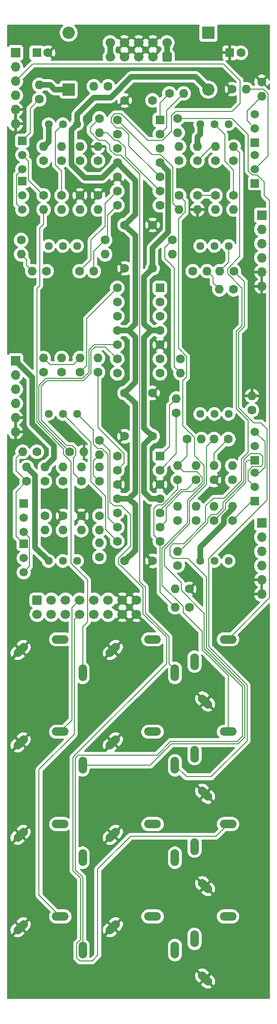
<source format=gbl>
%TF.GenerationSoftware,KiCad,Pcbnew,9.0.4*%
%TF.CreationDate,2025-10-04T20:19:14+02:00*%
%TF.ProjectId,DMH_VCA_Bank_PCB_1,444d485f-5643-4415-9f42-616e6b5f5043,1*%
%TF.SameCoordinates,Original*%
%TF.FileFunction,Copper,L2,Bot*%
%TF.FilePolarity,Positive*%
%FSLAX46Y46*%
G04 Gerber Fmt 4.6, Leading zero omitted, Abs format (unit mm)*
G04 Created by KiCad (PCBNEW 9.0.4) date 2025-10-04 20:19:14*
%MOMM*%
%LPD*%
G01*
G04 APERTURE LIST*
G04 Aperture macros list*
%AMRoundRect*
0 Rectangle with rounded corners*
0 $1 Rounding radius*
0 $2 $3 $4 $5 $6 $7 $8 $9 X,Y pos of 4 corners*
0 Add a 4 corners polygon primitive as box body*
4,1,4,$2,$3,$4,$5,$6,$7,$8,$9,$2,$3,0*
0 Add four circle primitives for the rounded corners*
1,1,$1+$1,$2,$3*
1,1,$1+$1,$4,$5*
1,1,$1+$1,$6,$7*
1,1,$1+$1,$8,$9*
0 Add four rect primitives between the rounded corners*
20,1,$1+$1,$2,$3,$4,$5,0*
20,1,$1+$1,$4,$5,$6,$7,0*
20,1,$1+$1,$6,$7,$8,$9,0*
20,1,$1+$1,$8,$9,$2,$3,0*%
%AMHorizOval*
0 Thick line with rounded ends*
0 $1 width*
0 $2 $3 position (X,Y) of the first rounded end (center of the circle)*
0 $4 $5 position (X,Y) of the second rounded end (center of the circle)*
0 Add line between two ends*
20,1,$1,$2,$3,$4,$5,0*
0 Add two circle primitives to create the rounded ends*
1,1,$1,$2,$3*
1,1,$1,$4,$5*%
G04 Aperture macros list end*
%TA.AperFunction,ComponentPad*%
%ADD10R,1.700000X1.700000*%
%TD*%
%TA.AperFunction,ComponentPad*%
%ADD11O,1.700000X1.700000*%
%TD*%
%TA.AperFunction,ComponentPad*%
%ADD12HorizOval,1.508000X-0.533159X-0.533159X0.533159X0.533159X0*%
%TD*%
%TA.AperFunction,ComponentPad*%
%ADD13O,1.508000X3.016000*%
%TD*%
%TA.AperFunction,ComponentPad*%
%ADD14O,3.016000X1.508000*%
%TD*%
%TA.AperFunction,ComponentPad*%
%ADD15HorizOval,1.508000X-0.533159X0.533159X0.533159X-0.533159X0*%
%TD*%
%TA.AperFunction,ComponentPad*%
%ADD16C,1.600000*%
%TD*%
%TA.AperFunction,ComponentPad*%
%ADD17O,1.600000X1.600000*%
%TD*%
%TA.AperFunction,ComponentPad*%
%ADD18C,1.440000*%
%TD*%
%TA.AperFunction,ComponentPad*%
%ADD19R,1.500000X1.500000*%
%TD*%
%TA.AperFunction,ComponentPad*%
%ADD20C,1.500000*%
%TD*%
%TA.AperFunction,ComponentPad*%
%ADD21RoundRect,0.250000X-0.600000X0.600000X-0.600000X-0.600000X0.600000X-0.600000X0.600000X0.600000X0*%
%TD*%
%TA.AperFunction,ComponentPad*%
%ADD22C,1.700000*%
%TD*%
%TA.AperFunction,ComponentPad*%
%ADD23R,2.200000X2.200000*%
%TD*%
%TA.AperFunction,ComponentPad*%
%ADD24O,2.200000X2.200000*%
%TD*%
%TA.AperFunction,ComponentPad*%
%ADD25R,1.600000X1.600000*%
%TD*%
%TA.AperFunction,ComponentPad*%
%ADD26RoundRect,0.250000X0.600000X-0.600000X0.600000X0.600000X-0.600000X0.600000X-0.600000X-0.600000X0*%
%TD*%
%TA.AperFunction,ComponentPad*%
%ADD27RoundRect,0.250000X0.550000X0.550000X-0.550000X0.550000X-0.550000X-0.550000X0.550000X-0.550000X0*%
%TD*%
%TA.AperFunction,Conductor*%
%ADD28C,1.000000*%
%TD*%
%TA.AperFunction,Conductor*%
%ADD29C,0.200000*%
%TD*%
G04 APERTURE END LIST*
D10*
%TO.P,J50,1,Pin_1*%
%TO.N,+12V*%
X53000000Y-48000000D03*
D11*
%TO.P,J50,2,Pin_2*%
%TO.N,/Inputs and Outputs/Offset A Pot*%
X53000000Y-50540000D03*
%TO.P,J50,3,Pin_3*%
%TO.N,/Inputs and Outputs/CV Amt A Pot*%
X53000000Y-53080000D03*
%TO.P,J50,4,Pin_4*%
%TO.N,/Inputs and Outputs/CV A Jack*%
X53000000Y-55620000D03*
%TO.P,J50,5,Pin_5*%
%TO.N,GND*%
X53000000Y-58160000D03*
%TO.P,J50,6,Pin_6*%
X53000000Y-60700000D03*
%TD*%
D12*
%TO.P,J1,S*%
%TO.N,GND*%
X53903810Y-154653810D03*
D13*
%TO.P,J1,T*%
%TO.N,/Inputs and Outputs/Input A Jack*%
X65000000Y-158750000D03*
D14*
%TO.P,J1,TN*%
%TO.N,Net-(J200-Pin_1)*%
X61000000Y-152750000D03*
%TD*%
D15*
%TO.P,J9,S*%
%TO.N,GND*%
X86903810Y-196846190D03*
D14*
%TO.P,J9,T*%
%TO.N,/Inputs and Outputs/Output C Jack*%
X91000000Y-185750000D03*
D13*
%TO.P,J9,TN*%
%TO.N,Net-(J200-Pin_11)*%
X85000000Y-189750000D03*
%TD*%
D15*
%TO.P,J12,S*%
%TO.N,GND*%
X86903810Y-213346190D03*
D14*
%TO.P,J12,T*%
%TO.N,/Inputs and Outputs/Output D Jack*%
X91000000Y-202250000D03*
D13*
%TO.P,J12,TN*%
%TO.N,Net-(J200-Pin_14)*%
X85000000Y-206250000D03*
%TD*%
D10*
%TO.P,J60,1,Pin_1*%
%TO.N,+12V*%
X97000000Y-77000000D03*
D11*
%TO.P,J60,2,Pin_2*%
%TO.N,/Inputs and Outputs/Offset B Pot*%
X97000000Y-79540000D03*
%TO.P,J60,3,Pin_3*%
%TO.N,/Inputs and Outputs/CV Amt B Pot*%
X97000000Y-82080000D03*
%TO.P,J60,4,Pin_4*%
%TO.N,/Inputs and Outputs/CV B Jack*%
X97000000Y-84620000D03*
%TO.P,J60,5,Pin_5*%
%TO.N,GND*%
X97000000Y-87160000D03*
%TO.P,J60,6,Pin_6*%
X97000000Y-89700000D03*
%TD*%
D10*
%TO.P,J80,1,Pin_1*%
%TO.N,+12V*%
X97000000Y-132000000D03*
D11*
%TO.P,J80,2,Pin_2*%
%TO.N,/Inputs and Outputs/Offset D Pot*%
X97000000Y-134540000D03*
%TO.P,J80,3,Pin_3*%
%TO.N,/Inputs and Outputs/CV Amt D Pot*%
X97000000Y-137080000D03*
%TO.P,J80,4,Pin_4*%
%TO.N,/Inputs and Outputs/CV D Jack*%
X97000000Y-139620000D03*
%TO.P,J80,5,Pin_5*%
%TO.N,GND*%
X97000000Y-142160000D03*
%TO.P,J80,6,Pin_6*%
X97000000Y-144700000D03*
%TD*%
D15*
%TO.P,J3,S*%
%TO.N,GND*%
X86903810Y-163846190D03*
D14*
%TO.P,J3,T*%
%TO.N,/Inputs and Outputs/Output A Jack*%
X91000000Y-152750000D03*
D13*
%TO.P,J3,TN*%
%TO.N,Net-(J200-Pin_3)*%
X85000000Y-156750000D03*
%TD*%
D12*
%TO.P,J11,S*%
%TO.N,GND*%
X70403810Y-204153810D03*
D13*
%TO.P,J11,T*%
%TO.N,/Inputs and Outputs/CV D Jack*%
X81500000Y-208250000D03*
D14*
%TO.P,J11,TN*%
%TO.N,Net-(J200-Pin_13)*%
X77500000Y-202250000D03*
%TD*%
D12*
%TO.P,J7,S*%
%TO.N,GND*%
X53903810Y-187653810D03*
D13*
%TO.P,J7,T*%
%TO.N,/Inputs and Outputs/Input C Jack*%
X65000000Y-191750000D03*
D14*
%TO.P,J7,TN*%
%TO.N,Net-(J200-Pin_9)*%
X61000000Y-185750000D03*
%TD*%
D12*
%TO.P,J4,S*%
%TO.N,GND*%
X53903810Y-171153810D03*
D13*
%TO.P,J4,T*%
%TO.N,/Inputs and Outputs/Input B Jack*%
X65000000Y-175250000D03*
D14*
%TO.P,J4,TN*%
%TO.N,Net-(J200-Pin_4)*%
X61000000Y-169250000D03*
%TD*%
D10*
%TO.P,J70,1,Pin_1*%
%TO.N,+12V*%
X53000000Y-103000000D03*
D11*
%TO.P,J70,2,Pin_2*%
%TO.N,/Inputs and Outputs/Offset C Pot*%
X53000000Y-105540000D03*
%TO.P,J70,3,Pin_3*%
%TO.N,/Inputs and Outputs/CV Amt C Pot*%
X53000000Y-108080000D03*
%TO.P,J70,4,Pin_4*%
%TO.N,/Inputs and Outputs/CV C Jack*%
X53000000Y-110620000D03*
%TO.P,J70,5,Pin_5*%
%TO.N,GND*%
X53000000Y-113160000D03*
%TO.P,J70,6,Pin_6*%
X53000000Y-115700000D03*
%TD*%
D12*
%TO.P,J5,S*%
%TO.N,GND*%
X70403810Y-171153810D03*
D13*
%TO.P,J5,T*%
%TO.N,/Inputs and Outputs/CV B Jack*%
X81500000Y-175250000D03*
D14*
%TO.P,J5,TN*%
%TO.N,Net-(J200-Pin_5)*%
X77500000Y-169250000D03*
%TD*%
D12*
%TO.P,J8,S*%
%TO.N,GND*%
X70403810Y-187653810D03*
D13*
%TO.P,J8,T*%
%TO.N,/Inputs and Outputs/CV C Jack*%
X81500000Y-191750000D03*
D14*
%TO.P,J8,TN*%
%TO.N,Net-(J200-Pin_10)*%
X77500000Y-185750000D03*
%TD*%
D12*
%TO.P,J10,S*%
%TO.N,GND*%
X53903810Y-204153810D03*
D13*
%TO.P,J10,T*%
%TO.N,/Inputs and Outputs/Input D Jack*%
X65000000Y-208250000D03*
D14*
%TO.P,J10,TN*%
%TO.N,Net-(J200-Pin_12)*%
X61000000Y-202250000D03*
%TD*%
D12*
%TO.P,J2,S*%
%TO.N,GND*%
X70403810Y-154653810D03*
D13*
%TO.P,J2,T*%
%TO.N,/Inputs and Outputs/CV A Jack*%
X81500000Y-158750000D03*
D14*
%TO.P,J2,TN*%
%TO.N,Net-(J200-Pin_2)*%
X77500000Y-152750000D03*
%TD*%
D15*
%TO.P,J6,S*%
%TO.N,GND*%
X86903810Y-180346190D03*
D14*
%TO.P,J6,T*%
%TO.N,/Inputs and Outputs/Output B Jack*%
X91000000Y-169250000D03*
D13*
%TO.P,J6,TN*%
%TO.N,Net-(J200-Pin_6)*%
X85000000Y-173250000D03*
%TD*%
D16*
%TO.P,R35,1*%
%TO.N,Net-(Q5-C)*%
X58250000Y-124545000D03*
D17*
%TO.P,R35,2*%
%TO.N,+12V*%
X58250000Y-122005000D03*
%TD*%
D18*
%TO.P,RV16,1,1*%
%TO.N,-12V*%
X91100000Y-138750000D03*
%TO.P,RV16,2,2*%
%TO.N,Net-(R60-Pad1)*%
X88560000Y-138750000D03*
%TO.P,RV16,3,3*%
%TO.N,+12V*%
X86020000Y-138750000D03*
%TD*%
D16*
%TO.P,R19,1*%
%TO.N,Net-(U1D--)*%
X88750000Y-67295000D03*
D17*
%TO.P,R19,2*%
%TO.N,Net-(Q3-C)*%
X88750000Y-64755000D03*
%TD*%
D16*
%TO.P,R40,1*%
%TO.N,Net-(U2C-+)*%
X56795000Y-119250000D03*
D17*
%TO.P,R40,2*%
%TO.N,Net-(Q6-C)*%
X54255000Y-119250000D03*
%TD*%
D16*
%TO.P,R67,1*%
%TO.N,Net-(R67-Pad1)*%
X82000000Y-124295000D03*
D17*
%TO.P,R67,2*%
%TO.N,Net-(U3B--)*%
X82000000Y-121755000D03*
%TD*%
D16*
%TO.P,R32,1*%
%TO.N,Net-(U3A--)*%
X81750000Y-112295000D03*
D17*
%TO.P,R32,2*%
%TO.N,Net-(R32-Pad2)*%
X81750000Y-109755000D03*
%TD*%
D16*
%TO.P,R38,1*%
%TO.N,GND*%
X64750000Y-130705000D03*
D17*
%TO.P,R38,2*%
%TO.N,Net-(Q6-B)*%
X64750000Y-133245000D03*
%TD*%
D16*
%TO.P,R48,1*%
%TO.N,Net-(Q7-B)*%
X91045000Y-117000000D03*
D17*
%TO.P,R48,2*%
%TO.N,/Inputs and Outputs/Input D Jack*%
X88505000Y-117000000D03*
%TD*%
D16*
%TO.P,R14,1*%
%TO.N,Net-(U1C--)*%
X64455000Y-87000000D03*
D17*
%TO.P,R14,2*%
%TO.N,Net-(R12-Pad1)*%
X66995000Y-87000000D03*
%TD*%
D16*
%TO.P,R30,1*%
%TO.N,/Inputs and Outputs/Offset B Pot*%
X92000000Y-90250000D03*
D17*
%TO.P,R30,2*%
%TO.N,Net-(U2B--)*%
X89460000Y-90250000D03*
%TD*%
D18*
%TO.P,RV12,1,1*%
%TO.N,Net-(U2D--)*%
X91100000Y-112500000D03*
%TO.P,RV12,2,2*%
%TO.N,Net-(R65-Pad1)*%
X88560000Y-112500000D03*
%TO.P,RV12,3,3*%
X86020000Y-112500000D03*
%TD*%
D16*
%TO.P,R13,1*%
%TO.N,/Inputs and Outputs/CV B Jack*%
X92045000Y-87000000D03*
D17*
%TO.P,R13,2*%
%TO.N,Net-(U2A--)*%
X89505000Y-87000000D03*
%TD*%
D16*
%TO.P,R11,1*%
%TO.N,GND*%
X67750000Y-73455000D03*
D17*
%TO.P,R11,2*%
%TO.N,Net-(Q2-B)*%
X67750000Y-75995000D03*
%TD*%
D19*
%TO.P,Q5,1,C*%
%TO.N,Net-(Q5-C)*%
X54450000Y-128450000D03*
D20*
%TO.P,Q5,2,B*%
%TO.N,Net-(Q5-B)*%
X54450000Y-130990000D03*
%TO.P,Q5,3,E*%
%TO.N,Net-(Q5-E)*%
X54450000Y-133530000D03*
%TD*%
D16*
%TO.P,R42,1*%
%TO.N,Net-(U2C-+)*%
X62705000Y-119250000D03*
D17*
%TO.P,R42,2*%
%TO.N,GND*%
X65245000Y-119250000D03*
%TD*%
D16*
%TO.P,R59,1*%
%TO.N,Net-(U3B-+)*%
X85250000Y-124295000D03*
D17*
%TO.P,R59,2*%
%TO.N,Net-(Q8-C)*%
X85250000Y-121755000D03*
%TD*%
D16*
%TO.P,R61,1*%
%TO.N,Net-(U3B-+)*%
X95250000Y-111795000D03*
D17*
%TO.P,R61,2*%
%TO.N,GND*%
X95250000Y-109255000D03*
%TD*%
D16*
%TO.P,R8,1*%
%TO.N,Net-(Q1-B)*%
X58000000Y-73455000D03*
D17*
%TO.P,R8,2*%
%TO.N,/Inputs and Outputs/Input A Jack*%
X58000000Y-75995000D03*
%TD*%
D16*
%TO.P,R63,1*%
%TO.N,Net-(R63-Pad1)*%
X54000000Y-81455000D03*
D17*
%TO.P,R63,2*%
%TO.N,Net-(U1C--)*%
X54000000Y-83995000D03*
%TD*%
D16*
%TO.P,R50,1*%
%TO.N,Net-(Q7-C)*%
X88500000Y-131545000D03*
D17*
%TO.P,R50,2*%
%TO.N,+12V*%
X88500000Y-129005000D03*
%TD*%
D16*
%TO.P,R29,1*%
%TO.N,Net-(U2B--)*%
X82500000Y-102705000D03*
D17*
%TO.P,R29,2*%
%TO.N,Net-(R27-Pad1)*%
X82500000Y-105245000D03*
%TD*%
D16*
%TO.P,R7,1*%
%TO.N,Net-(U1A-+)*%
X67750000Y-67295000D03*
D17*
%TO.P,R7,2*%
%TO.N,GND*%
X67750000Y-64755000D03*
%TD*%
D16*
%TO.P,R18,1*%
%TO.N,Net-(R18-Pad1)*%
X69545000Y-54000000D03*
D17*
%TO.P,R18,2*%
%TO.N,Net-(U1D--)*%
X67005000Y-54000000D03*
%TD*%
D19*
%TO.P,Q3,1,C*%
%TO.N,Net-(Q3-C)*%
X95800000Y-64050000D03*
D20*
%TO.P,Q3,2,B*%
%TO.N,Net-(Q3-B)*%
X95800000Y-61510000D03*
%TO.P,Q3,3,E*%
%TO.N,Net-(Q3-E)*%
X95800000Y-58970000D03*
%TD*%
D16*
%TO.P,R33,1*%
%TO.N,Net-(Q5-B)*%
X58250000Y-130705000D03*
D17*
%TO.P,R33,2*%
%TO.N,/Inputs and Outputs/Input C Jack*%
X58250000Y-133245000D03*
%TD*%
D16*
%TO.P,R43,1*%
%TO.N,/Inputs and Outputs/CV D Jack*%
X85250000Y-131545000D03*
D17*
%TO.P,R43,2*%
%TO.N,Net-(U3C--)*%
X85250000Y-129005000D03*
%TD*%
D16*
%TO.P,R34,1*%
%TO.N,GND*%
X61500000Y-130705000D03*
D17*
%TO.P,R34,2*%
%TO.N,Net-(Q5-B)*%
X61500000Y-133245000D03*
%TD*%
D19*
%TO.P,Q7,1,C*%
%TO.N,Net-(Q7-C)*%
X95800000Y-120800000D03*
D20*
%TO.P,Q7,2,B*%
%TO.N,Net-(Q7-B)*%
X95800000Y-118260000D03*
%TO.P,Q7,3,E*%
%TO.N,Net-(Q7-E)*%
X95800000Y-115720000D03*
%TD*%
D16*
%TO.P,R46,1*%
%TO.N,/Inputs and Outputs/Offset D Pot*%
X82000000Y-131545000D03*
D17*
%TO.P,R46,2*%
%TO.N,Net-(U3D--)*%
X82000000Y-129005000D03*
%TD*%
D16*
%TO.P,R6,1*%
%TO.N,Net-(U1A-+)*%
X64500000Y-67295000D03*
D17*
%TO.P,R6,2*%
%TO.N,Net-(Q2-C)*%
X64500000Y-64755000D03*
%TD*%
D16*
%TO.P,R1,1*%
%TO.N,Net-(Q1-C)*%
X57250000Y-56295000D03*
D17*
%TO.P,R1,2*%
%TO.N,+12V*%
X57250000Y-53755000D03*
%TD*%
D21*
%TO.P,J200,1,Pin_1*%
%TO.N,Net-(J200-Pin_1)*%
X56860000Y-145747500D03*
D22*
%TO.P,J200,2,Pin_2*%
%TO.N,Net-(J200-Pin_2)*%
X59400000Y-145747500D03*
%TO.P,J200,3,Pin_3*%
%TO.N,Net-(J200-Pin_3)*%
X61940000Y-145747500D03*
%TO.P,J200,4,Pin_4*%
%TO.N,Net-(J200-Pin_4)*%
X64480000Y-145747500D03*
%TO.P,J200,5,Pin_5*%
%TO.N,Net-(J200-Pin_5)*%
X67020000Y-145747500D03*
%TO.P,J200,6,Pin_6*%
%TO.N,Net-(J200-Pin_6)*%
X69560000Y-145747500D03*
%TO.P,J200,7,Pin_7*%
%TO.N,GND*%
X72100000Y-145747500D03*
%TO.P,J200,8,Pin_8*%
X74640000Y-145747500D03*
%TO.P,J200,9,Pin_9*%
%TO.N,Net-(J200-Pin_9)*%
X56860000Y-148287500D03*
%TO.P,J200,10,Pin_10*%
%TO.N,Net-(J200-Pin_10)*%
X59400000Y-148287500D03*
%TO.P,J200,11,Pin_11*%
%TO.N,Net-(J200-Pin_11)*%
X61940000Y-148287500D03*
%TO.P,J200,12,Pin_12*%
%TO.N,Net-(J200-Pin_12)*%
X64480000Y-148287500D03*
%TO.P,J200,13,Pin_13*%
%TO.N,Net-(J200-Pin_13)*%
X67020000Y-148287500D03*
%TO.P,J200,14,Pin_14*%
%TO.N,Net-(J200-Pin_14)*%
X69560000Y-148287500D03*
%TO.P,J200,15,Pin_15*%
%TO.N,GND*%
X72100000Y-148287500D03*
%TO.P,J200,16,Pin_16*%
X74640000Y-148287500D03*
%TD*%
D19*
%TO.P,Q2,1,C*%
%TO.N,Net-(Q2-C)*%
X54200000Y-70950000D03*
D20*
%TO.P,Q2,2,B*%
%TO.N,Net-(Q2-B)*%
X54200000Y-73490000D03*
%TO.P,Q2,3,E*%
%TO.N,Net-(Q1-E)*%
X54200000Y-76030000D03*
%TD*%
D16*
%TO.P,R2,1*%
%TO.N,Net-(Q2-C)*%
X58000000Y-67295000D03*
D17*
%TO.P,R2,2*%
%TO.N,+12V*%
X58000000Y-64755000D03*
%TD*%
D18*
%TO.P,RV10,1,1*%
%TO.N,Net-(U1B--)*%
X64000000Y-82500000D03*
%TO.P,RV10,2,2*%
%TO.N,Net-(R63-Pad1)*%
X61460000Y-82500000D03*
%TO.P,RV10,3,3*%
X58920000Y-82500000D03*
%TD*%
D16*
%TO.P,R58,1*%
%TO.N,Net-(U3B--)*%
X83705000Y-117000000D03*
D17*
%TO.P,R58,2*%
%TO.N,Net-(Q7-C)*%
X86245000Y-117000000D03*
%TD*%
D16*
%TO.P,R47,1*%
%TO.N,Net-(U3D--)*%
X67750000Y-105045000D03*
D17*
%TO.P,R47,2*%
%TO.N,Net-(R47-Pad2)*%
X67750000Y-102505000D03*
%TD*%
D16*
%TO.P,R5,1*%
%TO.N,/Inputs and Outputs/Output A Jack*%
X82000000Y-59705000D03*
D17*
%TO.P,R5,2*%
%TO.N,Net-(R3-Pad1)*%
X82000000Y-62245000D03*
%TD*%
D16*
%TO.P,C4,1*%
%TO.N,GND*%
X77500000Y-78750000D03*
%TO.P,C4,2*%
%TO.N,-12V*%
X72500000Y-78750000D03*
%TD*%
%TO.P,R12,1*%
%TO.N,Net-(R12-Pad1)*%
X69000000Y-81455000D03*
D17*
%TO.P,R12,2*%
%TO.N,Net-(Q1-E)*%
X69000000Y-83995000D03*
%TD*%
D16*
%TO.P,R60,1*%
%TO.N,Net-(R60-Pad1)*%
X82000000Y-139545000D03*
D17*
%TO.P,R60,2*%
%TO.N,Net-(Q8-B)*%
X82000000Y-137005000D03*
%TD*%
D16*
%TO.P,C8,1*%
%TO.N,GND*%
X77500000Y-138750000D03*
%TO.P,C8,2*%
%TO.N,-12V*%
X72500000Y-138750000D03*
%TD*%
%TO.P,R21,1*%
%TO.N,Net-(U1D-+)*%
X88750000Y-73455000D03*
D17*
%TO.P,R21,2*%
%TO.N,Net-(Q4-C)*%
X88750000Y-75995000D03*
%TD*%
D23*
%TO.P,D2,1,K*%
%TO.N,Net-(D2-K)*%
X87500000Y-44420000D03*
D24*
%TO.P,D2,2,A*%
%TO.N,-12V*%
X87500000Y-54580000D03*
%TD*%
D25*
%TO.P,C2,1*%
%TO.N,GND*%
X91294888Y-48000000D03*
D16*
%TO.P,C2,2*%
%TO.N,-12V*%
X93294888Y-48000000D03*
%TD*%
D18*
%TO.P,RV15,1,1*%
%TO.N,Net-(U3C--)*%
X64000000Y-112500000D03*
%TO.P,RV15,2,2*%
%TO.N,Net-(R66-Pad1)*%
X61460000Y-112500000D03*
%TO.P,RV15,3,3*%
X58920000Y-112500000D03*
%TD*%
%TO.P,RV3,1,1*%
%TO.N,-12V*%
X64000000Y-138750000D03*
%TO.P,RV3,2,2*%
%TO.N,Net-(R41-Pad1)*%
X61460000Y-138750000D03*
%TO.P,RV3,3,3*%
%TO.N,+12V*%
X58920000Y-138750000D03*
%TD*%
D16*
%TO.P,R31,1*%
%TO.N,/Inputs and Outputs/Offset C Pot*%
X58000000Y-105045000D03*
D17*
%TO.P,R31,2*%
%TO.N,Net-(U3A--)*%
X58000000Y-102505000D03*
%TD*%
D18*
%TO.P,RV1,1,1*%
%TO.N,-12V*%
X64000000Y-60750000D03*
%TO.P,RV1,2,2*%
%TO.N,Net-(R9-Pad1)*%
X61460000Y-60750000D03*
%TO.P,RV1,3,3*%
%TO.N,+12V*%
X58920000Y-60750000D03*
%TD*%
D16*
%TO.P,R66,1*%
%TO.N,Net-(R66-Pad1)*%
X68000000Y-138045000D03*
D17*
%TO.P,R66,2*%
%TO.N,Net-(U3D--)*%
X68000000Y-135505000D03*
%TD*%
D18*
%TO.P,RV2,1,1*%
%TO.N,-12V*%
X91100000Y-60750000D03*
%TO.P,RV2,2,2*%
%TO.N,Net-(R24-Pad1)*%
X88560000Y-60750000D03*
%TO.P,RV2,3,3*%
%TO.N,+12V*%
X86020000Y-60750000D03*
%TD*%
D16*
%TO.P,R45,1*%
%TO.N,/Inputs and Outputs/Output C Jack*%
X68000000Y-117205000D03*
D17*
%TO.P,R45,2*%
%TO.N,Net-(R44-Pad1)*%
X68000000Y-119745000D03*
%TD*%
D16*
%TO.P,C3,1*%
%TO.N,+12V*%
X77500000Y-56500000D03*
%TO.P,C3,2*%
%TO.N,GND*%
X72500000Y-56500000D03*
%TD*%
%TO.P,R15,1*%
%TO.N,/Inputs and Outputs/Offset A Pot*%
X58545000Y-87000000D03*
D17*
%TO.P,R15,2*%
%TO.N,Net-(U1C--)*%
X56005000Y-87000000D03*
%TD*%
D16*
%TO.P,R28,1*%
%TO.N,/Inputs and Outputs/CV C Jack*%
X61250000Y-105045000D03*
D17*
%TO.P,R28,2*%
%TO.N,Net-(U2D--)*%
X61250000Y-102505000D03*
%TD*%
D16*
%TO.P,R26,1*%
%TO.N,GND*%
X91705000Y-54500000D03*
D17*
%TO.P,R26,2*%
%TO.N,Net-(Q4-B)*%
X94245000Y-54500000D03*
%TD*%
D18*
%TO.P,RV11,1,1*%
%TO.N,Net-(U2A--)*%
X91100000Y-82500000D03*
%TO.P,RV11,2,2*%
%TO.N,Net-(R64-Pad1)*%
X88560000Y-82500000D03*
%TO.P,RV11,3,3*%
X86020000Y-82500000D03*
%TD*%
D16*
%TO.P,R68,1*%
%TO.N,/Inputs and Outputs/Output D Jack*%
X84045000Y-147000000D03*
D17*
%TO.P,R68,2*%
%TO.N,Net-(R67-Pad1)*%
X81505000Y-147000000D03*
%TD*%
D23*
%TO.P,D1,1,K*%
%TO.N,+12V*%
X62500000Y-54580000D03*
D24*
%TO.P,D1,2,A*%
%TO.N,Net-(D1-A)*%
X62500000Y-44420000D03*
%TD*%
D25*
%TO.P,C1,1*%
%TO.N,+12V*%
X56794888Y-48000000D03*
D16*
%TO.P,C1,2*%
%TO.N,GND*%
X58794888Y-48000000D03*
%TD*%
%TO.P,R62,1*%
%TO.N,/Inputs and Outputs/CV A Jack*%
X68000000Y-59705000D03*
D17*
%TO.P,R62,2*%
%TO.N,Net-(U1B--)*%
X68000000Y-62245000D03*
%TD*%
D26*
%TO.P,J100,1a,Pin_1a*%
%TO.N,Net-(D2-K)*%
X80080000Y-48752500D03*
D22*
%TO.P,J100,1b,Pin_1b*%
X80080000Y-46212500D03*
%TO.P,J100,2a,Pin_2a*%
%TO.N,GND*%
X77540000Y-48752500D03*
%TO.P,J100,2b,Pin_2b*%
X77540000Y-46212500D03*
%TO.P,J100,3a,Pin_3a*%
X75000000Y-48752500D03*
%TO.P,J100,3b,Pin_3b*%
X75000000Y-46212500D03*
%TO.P,J100,4a,Pin_4a*%
X72460000Y-48752500D03*
%TO.P,J100,4b,Pin_4b*%
X72460000Y-46212500D03*
%TO.P,J100,5a,Pin_5a*%
%TO.N,Net-(D1-A)*%
X69920000Y-48752500D03*
%TO.P,J100,5b,Pin_5b*%
X69920000Y-46212500D03*
%TD*%
D19*
%TO.P,Q8,1,C*%
%TO.N,Net-(Q8-C)*%
X95800000Y-128050000D03*
D20*
%TO.P,Q8,2,B*%
%TO.N,Net-(Q8-B)*%
X95800000Y-125510000D03*
%TO.P,Q8,3,E*%
%TO.N,Net-(Q7-E)*%
X95800000Y-122970000D03*
%TD*%
D16*
%TO.P,R57,1*%
%TO.N,GND*%
X84045000Y-143750000D03*
D17*
%TO.P,R57,2*%
%TO.N,Net-(Q8-B)*%
X81505000Y-143750000D03*
%TD*%
D19*
%TO.P,Q4,1,C*%
%TO.N,Net-(Q4-C)*%
X95800000Y-71300000D03*
D20*
%TO.P,Q4,2,B*%
%TO.N,Net-(Q4-B)*%
X95800000Y-68760000D03*
%TO.P,Q4,3,E*%
%TO.N,Net-(Q3-E)*%
X95800000Y-66220000D03*
%TD*%
D16*
%TO.P,R51,1*%
%TO.N,Net-(R47-Pad2)*%
X91750000Y-124295000D03*
D17*
%TO.P,R51,2*%
%TO.N,Net-(Q7-E)*%
X91750000Y-121755000D03*
%TD*%
D16*
%TO.P,R16,1*%
%TO.N,Net-(Q3-C)*%
X85500000Y-67295000D03*
D17*
%TO.P,R16,2*%
%TO.N,+12V*%
X85500000Y-64755000D03*
%TD*%
D16*
%TO.P,C7,1*%
%TO.N,+12V*%
X77500000Y-116500000D03*
%TO.P,C7,2*%
%TO.N,GND*%
X72500000Y-116500000D03*
%TD*%
%TO.P,C5,1*%
%TO.N,+12V*%
X77500000Y-86500000D03*
%TO.P,C5,2*%
%TO.N,GND*%
X72500000Y-86500000D03*
%TD*%
D27*
%TO.P,U1,1*%
%TO.N,Net-(R3-Pad1)*%
X78810000Y-60000000D03*
D16*
%TO.P,U1,2,-*%
%TO.N,Net-(U1A--)*%
X78810000Y-62540000D03*
%TO.P,U1,3,+*%
%TO.N,Net-(U1A-+)*%
X78810000Y-65080000D03*
%TO.P,U1,4,V+*%
%TO.N,+12V*%
X78810000Y-67620000D03*
%TO.P,U1,5,+*%
%TO.N,/Inputs and Outputs/CV Amt A Pot*%
X78810000Y-70160000D03*
%TO.P,U1,6,-*%
%TO.N,Net-(U1B--)*%
X78810000Y-72700000D03*
%TO.P,U1,7*%
%TO.N,Net-(R63-Pad1)*%
X78810000Y-75240000D03*
%TO.P,U1,8*%
%TO.N,Net-(R12-Pad1)*%
X71190000Y-75240000D03*
%TO.P,U1,9,-*%
%TO.N,Net-(U1C--)*%
X71190000Y-72700000D03*
%TO.P,U1,10,+*%
%TO.N,GND*%
X71190000Y-70160000D03*
%TO.P,U1,11,V-*%
%TO.N,-12V*%
X71190000Y-67620000D03*
%TO.P,U1,12,+*%
%TO.N,Net-(U1D-+)*%
X71190000Y-65080000D03*
%TO.P,U1,13,-*%
%TO.N,Net-(U1D--)*%
X71190000Y-62540000D03*
%TO.P,U1,14*%
%TO.N,Net-(R18-Pad1)*%
X71190000Y-60000000D03*
%TD*%
%TO.P,R22,1*%
%TO.N,Net-(U1D-+)*%
X85500000Y-73455000D03*
D17*
%TO.P,R22,2*%
%TO.N,GND*%
X85500000Y-75995000D03*
%TD*%
D27*
%TO.P,U2,1*%
%TO.N,Net-(R64-Pad1)*%
X78810000Y-90000000D03*
D16*
%TO.P,U2,2,-*%
%TO.N,Net-(U2A--)*%
X78810000Y-92540000D03*
%TO.P,U2,3,+*%
%TO.N,/Inputs and Outputs/CV Amt B Pot*%
X78810000Y-95080000D03*
%TO.P,U2,4,V+*%
%TO.N,+12V*%
X78810000Y-97620000D03*
%TO.P,U2,5,+*%
%TO.N,GND*%
X78810000Y-100160000D03*
%TO.P,U2,6,-*%
%TO.N,Net-(U2B--)*%
X78810000Y-102700000D03*
%TO.P,U2,7*%
%TO.N,Net-(R27-Pad1)*%
X78810000Y-105240000D03*
%TO.P,U2,8*%
%TO.N,Net-(R44-Pad1)*%
X71190000Y-105240000D03*
%TO.P,U2,9,-*%
%TO.N,Net-(U2C--)*%
X71190000Y-102700000D03*
%TO.P,U2,10,+*%
%TO.N,Net-(U2C-+)*%
X71190000Y-100160000D03*
%TO.P,U2,11,V-*%
%TO.N,-12V*%
X71190000Y-97620000D03*
%TO.P,U2,12,+*%
%TO.N,/Inputs and Outputs/CV Amt C Pot*%
X71190000Y-95080000D03*
%TO.P,U2,13,-*%
%TO.N,Net-(U2D--)*%
X71190000Y-92540000D03*
%TO.P,U2,14*%
%TO.N,Net-(R65-Pad1)*%
X71190000Y-90000000D03*
%TD*%
%TO.P,C6,1*%
%TO.N,GND*%
X77500000Y-108750000D03*
%TO.P,C6,2*%
%TO.N,-12V*%
X72500000Y-108750000D03*
%TD*%
%TO.P,R9,1*%
%TO.N,Net-(R9-Pad1)*%
X61250000Y-73455000D03*
D17*
%TO.P,R9,2*%
%TO.N,Net-(Q2-B)*%
X61250000Y-75995000D03*
%TD*%
D19*
%TO.P,Q6,1,C*%
%TO.N,Net-(Q6-C)*%
X54450000Y-135700000D03*
D20*
%TO.P,Q6,2,B*%
%TO.N,Net-(Q6-B)*%
X54450000Y-138240000D03*
%TO.P,Q6,3,E*%
%TO.N,Net-(Q5-E)*%
X54450000Y-140780000D03*
%TD*%
D16*
%TO.P,R24,1*%
%TO.N,Net-(R24-Pad1)*%
X92000000Y-73455000D03*
D17*
%TO.P,R24,2*%
%TO.N,Net-(Q4-B)*%
X92000000Y-75995000D03*
%TD*%
D19*
%TO.P,Q1,1,C*%
%TO.N,Net-(Q1-C)*%
X54200000Y-63700000D03*
D20*
%TO.P,Q1,2,B*%
%TO.N,Net-(Q1-B)*%
X54200000Y-66240000D03*
%TO.P,Q1,3,E*%
%TO.N,Net-(Q1-E)*%
X54200000Y-68780000D03*
%TD*%
D16*
%TO.P,R44,1*%
%TO.N,Net-(R44-Pad1)*%
X68000000Y-124545000D03*
D17*
%TO.P,R44,2*%
%TO.N,Net-(U2C--)*%
X68000000Y-122005000D03*
%TD*%
D16*
%TO.P,R20,1*%
%TO.N,/Inputs and Outputs/Output B Jack*%
X82250000Y-73455000D03*
D17*
%TO.P,R20,2*%
%TO.N,Net-(R18-Pad1)*%
X82250000Y-75995000D03*
%TD*%
D16*
%TO.P,R41,1*%
%TO.N,Net-(R41-Pad1)*%
X68000000Y-130705000D03*
D17*
%TO.P,R41,2*%
%TO.N,Net-(Q6-B)*%
X68000000Y-133245000D03*
%TD*%
D16*
%TO.P,R52,1*%
%TO.N,Net-(Q8-C)*%
X91750000Y-131545000D03*
D17*
%TO.P,R52,2*%
%TO.N,+12V*%
X91750000Y-129005000D03*
%TD*%
D16*
%TO.P,R3,1*%
%TO.N,Net-(R3-Pad1)*%
X80500000Y-55250000D03*
D17*
%TO.P,R3,2*%
%TO.N,Net-(U1A--)*%
X83040000Y-55250000D03*
%TD*%
D16*
%TO.P,R27,1*%
%TO.N,Net-(R27-Pad1)*%
X81000000Y-81455000D03*
D17*
%TO.P,R27,2*%
%TO.N,Net-(Q3-E)*%
X81000000Y-83995000D03*
%TD*%
D16*
%TO.P,R36,1*%
%TO.N,Net-(R32-Pad2)*%
X61500000Y-124545000D03*
D17*
%TO.P,R36,2*%
%TO.N,Net-(Q5-E)*%
X61500000Y-122005000D03*
%TD*%
D16*
%TO.P,R64,1*%
%TO.N,Net-(R64-Pad1)*%
X84705000Y-87000000D03*
D17*
%TO.P,R64,2*%
%TO.N,Net-(U2B--)*%
X87245000Y-87000000D03*
%TD*%
D16*
%TO.P,R39,1*%
%TO.N,Net-(U2C--)*%
X64750000Y-124545000D03*
D17*
%TO.P,R39,2*%
%TO.N,Net-(Q5-C)*%
X64750000Y-122005000D03*
%TD*%
D16*
%TO.P,R10,1*%
%TO.N,GND*%
X64500000Y-73455000D03*
D17*
%TO.P,R10,2*%
%TO.N,Net-(Q1-B)*%
X64500000Y-75995000D03*
%TD*%
D16*
%TO.P,R65,1*%
%TO.N,Net-(R65-Pad1)*%
X64500000Y-105045000D03*
D17*
%TO.P,R65,2*%
%TO.N,Net-(U3A--)*%
X64500000Y-102505000D03*
%TD*%
D16*
%TO.P,R23,1*%
%TO.N,Net-(Q3-B)*%
X92000000Y-67295000D03*
D17*
%TO.P,R23,2*%
%TO.N,/Inputs and Outputs/Input B Jack*%
X92000000Y-64755000D03*
%TD*%
D16*
%TO.P,R4,1*%
%TO.N,Net-(U1A--)*%
X61250000Y-67295000D03*
D17*
%TO.P,R4,2*%
%TO.N,Net-(Q1-C)*%
X61250000Y-64755000D03*
%TD*%
D27*
%TO.P,U3,1*%
%TO.N,Net-(R32-Pad2)*%
X78810000Y-120000000D03*
D16*
%TO.P,U3,2,-*%
%TO.N,Net-(U3A--)*%
X78810000Y-122540000D03*
%TO.P,U3,3,+*%
%TO.N,GND*%
X78810000Y-125080000D03*
%TO.P,U3,4,V+*%
%TO.N,+12V*%
X78810000Y-127620000D03*
%TO.P,U3,5,+*%
%TO.N,Net-(U3B-+)*%
X78810000Y-130160000D03*
%TO.P,U3,6,-*%
%TO.N,Net-(U3B--)*%
X78810000Y-132700000D03*
%TO.P,U3,7*%
%TO.N,Net-(R67-Pad1)*%
X78810000Y-135240000D03*
%TO.P,U3,8*%
%TO.N,Net-(R66-Pad1)*%
X71190000Y-135240000D03*
%TO.P,U3,9,-*%
%TO.N,Net-(U3C--)*%
X71190000Y-132700000D03*
%TO.P,U3,10,+*%
%TO.N,/Inputs and Outputs/CV Amt D Pot*%
X71190000Y-130160000D03*
%TO.P,U3,11,V-*%
%TO.N,-12V*%
X71190000Y-127620000D03*
%TO.P,U3,12,+*%
%TO.N,GND*%
X71190000Y-125080000D03*
%TO.P,U3,13,-*%
%TO.N,Net-(U3D--)*%
X71190000Y-122540000D03*
%TO.P,U3,14*%
%TO.N,Net-(R47-Pad2)*%
X71190000Y-120000000D03*
%TD*%
%TO.P,R17,1*%
%TO.N,Net-(Q4-C)*%
X82250000Y-67295000D03*
D17*
%TO.P,R17,2*%
%TO.N,+12V*%
X82250000Y-64755000D03*
%TD*%
D16*
%TO.P,R37,1*%
%TO.N,Net-(Q6-C)*%
X55000000Y-124545000D03*
D17*
%TO.P,R37,2*%
%TO.N,+12V*%
X55000000Y-122005000D03*
%TD*%
D16*
%TO.P,R49,1*%
%TO.N,GND*%
X88500000Y-124295000D03*
D17*
%TO.P,R49,2*%
%TO.N,Net-(Q7-B)*%
X88500000Y-121755000D03*
%TD*%
D16*
%TO.P,R25,1*%
%TO.N,GND*%
X97000000Y-53205000D03*
D17*
%TO.P,R25,2*%
%TO.N,Net-(Q3-B)*%
X97000000Y-55745000D03*
%TD*%
D28*
%TO.N,+12V*%
X90249000Y-132051000D02*
X86020000Y-136280000D01*
X77500000Y-82832265D02*
X77500000Y-86500000D01*
X78810000Y-67620000D02*
X80311000Y-69121000D01*
X85500000Y-63020000D02*
X85500000Y-64755000D01*
X78810000Y-97620000D02*
X77220000Y-97620000D01*
X90249000Y-130923265D02*
X90249000Y-132051000D01*
X58000000Y-64755000D02*
X58900000Y-63855000D01*
X86020000Y-62500000D02*
X85500000Y-63020000D01*
X75999000Y-96399000D02*
X75999000Y-88001000D01*
X77220000Y-97620000D02*
X75999000Y-98841000D01*
X53000000Y-103000000D02*
X55999000Y-105999000D01*
X56501000Y-123506000D02*
X55000000Y-122005000D01*
X75999000Y-126499000D02*
X77120000Y-127620000D01*
X58900000Y-63855000D02*
X58900000Y-60770000D01*
X91750000Y-129422265D02*
X90249000Y-130923265D01*
X59900000Y-120355000D02*
X58250000Y-122005000D01*
X77120000Y-127620000D02*
X78810000Y-127620000D01*
X75999000Y-98841000D02*
X75999000Y-114999000D01*
X80311000Y-69121000D02*
X80311000Y-80021265D01*
X91750000Y-129005000D02*
X91750000Y-129422265D01*
X75999000Y-114999000D02*
X77500000Y-116500000D01*
X56501000Y-136331000D02*
X56501000Y-123506000D01*
X75999000Y-118001000D02*
X75999000Y-126499000D01*
X59980000Y-54580000D02*
X62500000Y-54580000D01*
X75999000Y-88001000D02*
X77500000Y-86500000D01*
X77500000Y-116500000D02*
X75999000Y-118001000D01*
X57250000Y-53755000D02*
X59155000Y-53755000D01*
X77220000Y-97620000D02*
X75999000Y-96399000D01*
X59900000Y-118200000D02*
X59900000Y-120355000D01*
X86020000Y-136280000D02*
X86020000Y-138750000D01*
X86020000Y-60750000D02*
X86020000Y-62500000D01*
X58920000Y-138750000D02*
X56501000Y-136331000D01*
X58900000Y-60770000D02*
X58920000Y-60750000D01*
X55999000Y-114299000D02*
X59900000Y-118200000D01*
X80311000Y-80021265D02*
X77500000Y-82832265D01*
X59155000Y-53755000D02*
X59980000Y-54580000D01*
X55999000Y-105999000D02*
X55999000Y-114299000D01*
%TO.N,-12V*%
X74397000Y-110647000D02*
X74397000Y-126503000D01*
X72500000Y-78750000D02*
X74397000Y-80647000D01*
X87500000Y-54580000D02*
X85220000Y-52300000D01*
X62999000Y-67916735D02*
X65382265Y-70300000D01*
X73700000Y-52300000D02*
X70000000Y-56000000D01*
X68510000Y-70300000D02*
X71190000Y-67620000D01*
X74397000Y-76853000D02*
X72500000Y-78750000D01*
X64000000Y-60750000D02*
X62999000Y-61751000D01*
X74397000Y-106853000D02*
X72500000Y-108750000D01*
X72500000Y-138750000D02*
X74397000Y-136853000D01*
X73220000Y-97620000D02*
X74397000Y-98797000D01*
X74397000Y-70827000D02*
X74397000Y-76853000D01*
X74397000Y-126503000D02*
X73280000Y-127620000D01*
X70000000Y-56000000D02*
X67000000Y-56000000D01*
X74397000Y-128737000D02*
X73280000Y-127620000D01*
X71190000Y-97620000D02*
X73220000Y-97620000D01*
X73280000Y-127620000D02*
X71190000Y-127620000D01*
X74397000Y-136853000D02*
X74397000Y-128737000D01*
X85220000Y-52300000D02*
X73700000Y-52300000D01*
X67000000Y-56000000D02*
X64000000Y-59000000D01*
X72500000Y-108750000D02*
X74397000Y-110647000D01*
X74397000Y-96443000D02*
X73220000Y-97620000D01*
X74397000Y-80647000D02*
X74397000Y-96443000D01*
X62999000Y-61751000D02*
X62999000Y-67916735D01*
X71190000Y-67620000D02*
X74397000Y-70827000D01*
X65382265Y-70300000D02*
X68510000Y-70300000D01*
X64000000Y-59000000D02*
X64000000Y-60750000D01*
X74397000Y-98797000D02*
X74397000Y-106853000D01*
%TO.N,Net-(D1-A)*%
X69920000Y-48752500D02*
X69920000Y-46212500D01*
%TO.N,Net-(D2-K)*%
X80080000Y-48752500D02*
X80080000Y-46212500D01*
D29*
%TO.N,/Inputs and Outputs/Input A Jack*%
X61604000Y-118716100D02*
X56800000Y-113912100D01*
X65000000Y-158750000D02*
X65000000Y-150500000D01*
X56800000Y-90100000D02*
X57300000Y-89600000D01*
X65851000Y-142136050D02*
X62904000Y-139189050D01*
X61604000Y-119706050D02*
X61604000Y-118716100D01*
X65000000Y-150500000D02*
X65851000Y-149649000D01*
X57300000Y-89600000D02*
X57300000Y-79332900D01*
X56800000Y-113912100D02*
X56800000Y-90100000D01*
X62904000Y-139189050D02*
X62904000Y-121006050D01*
X65851000Y-149649000D02*
X65851000Y-142136050D01*
X62904000Y-121006050D02*
X61604000Y-119706050D01*
X58000000Y-78632900D02*
X58000000Y-75995000D01*
X57300000Y-79332900D02*
X58000000Y-78632900D01*
%TO.N,/Inputs and Outputs/CV A Jack*%
X67797950Y-63600000D02*
X66352500Y-62154550D01*
X80404000Y-157104000D02*
X80404000Y-156930900D01*
X69000000Y-63600000D02*
X67797950Y-63600000D01*
X69900000Y-64500000D02*
X69000000Y-63600000D01*
X75957100Y-143190000D02*
X75198000Y-142430900D01*
X66352500Y-62154550D02*
X66352500Y-61352500D01*
X71842900Y-66300000D02*
X70852950Y-66300000D01*
X80404000Y-152236900D02*
X80169100Y-152002000D01*
X76192000Y-143992000D02*
X76192000Y-143757100D01*
X76192000Y-143757100D02*
X76192000Y-143424900D01*
X75198000Y-142430900D02*
X75198000Y-69655100D01*
X75198000Y-69655100D02*
X71842900Y-66300000D01*
X81500000Y-158200000D02*
X80404000Y-157104000D01*
X80404000Y-152569100D02*
X80404000Y-152236900D01*
X80404000Y-156930900D02*
X80404000Y-152569100D01*
X70852950Y-66300000D02*
X69900000Y-65347050D01*
X76192000Y-143424900D02*
X75957100Y-143190000D01*
X81500000Y-158750000D02*
X81500000Y-158200000D01*
X80169100Y-152002000D02*
X76192000Y-148024900D01*
X76192000Y-148024900D02*
X76192000Y-143992000D01*
X66352500Y-61352500D02*
X68000000Y-59705000D01*
X69900000Y-65347050D02*
X69900000Y-64500000D01*
%TO.N,/Inputs and Outputs/Output A Jack*%
X97500000Y-73500000D02*
X97500000Y-71075661D01*
X96235339Y-69811000D02*
X95311000Y-69811000D01*
X95311000Y-69811000D02*
X94600000Y-69100000D01*
X91000000Y-152750000D02*
X98399000Y-145351000D01*
X94600000Y-69100000D02*
X94600000Y-62600000D01*
X94600000Y-62600000D02*
X91705000Y-59705000D01*
X98399000Y-145351000D02*
X98399000Y-74399000D01*
X98399000Y-74399000D02*
X97500000Y-73500000D01*
X97500000Y-71075661D02*
X96235339Y-69811000D01*
X91705000Y-59705000D02*
X82000000Y-59705000D01*
%TO.N,/Inputs and Outputs/Input B Jack*%
X93101000Y-65856000D02*
X93101000Y-84386950D01*
X93399000Y-120531900D02*
X93399000Y-124466800D01*
X83800000Y-138300000D02*
X87138000Y-141638000D01*
X93499000Y-90011050D02*
X93499000Y-96733900D01*
X80900000Y-171400000D02*
X77050000Y-175250000D01*
X87138000Y-141638000D02*
X87138000Y-154238000D01*
X90944000Y-87456050D02*
X93499000Y-90011050D01*
X86998000Y-128949950D02*
X86998000Y-131734900D01*
X86998000Y-131734900D02*
X83032900Y-135700000D01*
X77050000Y-175250000D02*
X65000000Y-175250000D01*
X88365050Y-127582900D02*
X86998000Y-128949950D01*
X93399000Y-124466800D02*
X90282900Y-127582900D01*
X80600000Y-136251624D02*
X80600000Y-137700000D01*
X80600000Y-137700000D02*
X81200000Y-138300000D01*
X93499000Y-96733900D02*
X92497000Y-97735900D01*
X92497000Y-97735900D02*
X92497000Y-111564100D01*
X90282900Y-127582900D02*
X88365050Y-127582900D01*
X81200000Y-138300000D02*
X83800000Y-138300000D01*
X90944000Y-86543950D02*
X90944000Y-87456050D01*
X83032900Y-135700000D02*
X81151624Y-135700000D01*
X81151624Y-135700000D02*
X80600000Y-136251624D01*
X92800000Y-171400000D02*
X80900000Y-171400000D01*
X93999000Y-161099000D02*
X93999000Y-170201000D01*
X92000000Y-64755000D02*
X93101000Y-65856000D01*
X87138000Y-154238000D02*
X93999000Y-161099000D01*
X94600000Y-113667100D02*
X94600000Y-119330900D01*
X93101000Y-84386950D02*
X90944000Y-86543950D01*
X92497000Y-111564100D02*
X94600000Y-113667100D01*
X93999000Y-170201000D02*
X92800000Y-171400000D01*
X94600000Y-119330900D02*
X93399000Y-120531900D01*
%TO.N,Net-(J200-Pin_4)*%
X63091000Y-167159000D02*
X63091000Y-147136500D01*
X61000000Y-169250000D02*
X63091000Y-167159000D01*
X63091000Y-147136500D02*
X64480000Y-145747500D01*
%TO.N,/Inputs and Outputs/CV B Jack*%
X92898000Y-97902000D02*
X93900000Y-96900000D01*
X81500000Y-175250000D02*
X83550000Y-177300000D01*
X94400000Y-170900000D02*
X94400000Y-160932900D01*
X93900000Y-96900000D02*
X93900000Y-88855000D01*
X97998000Y-127868087D02*
X97998000Y-115198000D01*
X92898000Y-111398000D02*
X92898000Y-97902000D01*
X87539000Y-154071900D02*
X87539000Y-138327087D01*
X97998000Y-115198000D02*
X96900000Y-114100000D01*
X83550000Y-177300000D02*
X88000000Y-177300000D01*
X88000000Y-177300000D02*
X94400000Y-170900000D01*
X93900000Y-88855000D02*
X92045000Y-87000000D01*
X87539000Y-138327087D02*
X97998000Y-127868087D01*
X96900000Y-114100000D02*
X95600000Y-114100000D01*
X94400000Y-160932900D02*
X87539000Y-154071900D01*
X95600000Y-114100000D02*
X92898000Y-111398000D01*
%TO.N,/Inputs and Outputs/Output B Jack*%
X82900000Y-114637950D02*
X82900000Y-106600000D01*
X87232900Y-155467100D02*
X87040700Y-155274900D01*
X86998000Y-155232200D02*
X86805800Y-155040000D01*
X79211000Y-136506424D02*
X79445900Y-136271524D01*
X87000000Y-155234200D02*
X86998000Y-155232200D01*
X79798000Y-135919424D02*
X80032900Y-135684524D01*
X86336000Y-153573600D02*
X86336000Y-151336000D01*
X80819424Y-134898000D02*
X83717125Y-132000299D01*
X83717125Y-132000299D02*
X83717125Y-128284225D01*
X83601000Y-102248950D02*
X82100000Y-100747950D01*
X86336000Y-153905800D02*
X86336000Y-153573600D01*
X91000000Y-169250000D02*
X91000000Y-159234200D01*
X83351000Y-74556000D02*
X82250000Y-73455000D01*
X86805800Y-155040000D02*
X86570900Y-154805100D01*
X83717125Y-127952025D02*
X83952025Y-127717125D01*
X86336000Y-151336000D02*
X82944000Y-147944000D01*
X79211000Y-139445900D02*
X79211000Y-136838624D01*
X82944000Y-146881950D02*
X79211000Y-143148950D01*
X83717125Y-128284225D02*
X83717125Y-127952025D01*
X86336000Y-154570200D02*
X86336000Y-154238000D01*
X86752000Y-121699950D02*
X85000000Y-119947950D01*
X79211000Y-136838624D02*
X79211000Y-136506424D01*
X80267800Y-135449624D02*
X80349624Y-135367800D01*
X79211000Y-143148950D02*
X79211000Y-139778100D01*
X87467800Y-155702000D02*
X87299000Y-155533200D01*
X83601000Y-105899000D02*
X83601000Y-102248950D01*
X83351000Y-76451050D02*
X83351000Y-74556000D01*
X82944000Y-147944000D02*
X82944000Y-146881950D01*
X80032900Y-135684524D02*
X80267800Y-135449624D01*
X86336000Y-154238000D02*
X86336000Y-153905800D01*
X85000000Y-116737950D02*
X82900000Y-114637950D01*
X87533900Y-155768100D02*
X87467800Y-155702000D01*
X82100000Y-100747950D02*
X82100000Y-77702050D01*
X86570900Y-154805100D02*
X86336000Y-154570200D01*
X86752000Y-124917150D02*
X86752000Y-121699950D01*
X91000000Y-159234200D02*
X87533900Y-155768100D01*
X80584524Y-135132900D02*
X80819424Y-134898000D01*
X83952025Y-127717125D02*
X86752000Y-124917150D01*
X80349624Y-135367800D02*
X80584524Y-135132900D01*
X79445900Y-136271524D02*
X79798000Y-135919424D01*
X85000000Y-119947950D02*
X85000000Y-116737950D01*
X87040700Y-155274900D02*
X87000000Y-155234200D01*
X79211000Y-139778100D02*
X79211000Y-139445900D01*
X82100000Y-77702050D02*
X83351000Y-76451050D01*
X82900000Y-106600000D02*
X83601000Y-105899000D01*
X87299000Y-155533200D02*
X87232900Y-155467100D01*
%TO.N,/Inputs and Outputs/Output C Jack*%
X80003000Y-152403000D02*
X75791000Y-148191000D01*
X67700000Y-209200000D02*
X66700000Y-210200000D01*
X67700000Y-193800000D02*
X67700000Y-209200000D01*
X80003000Y-157097000D02*
X80003000Y-152403000D01*
X73596000Y-136096950D02*
X73596000Y-130496000D01*
X64599000Y-195366100D02*
X63300000Y-194067100D01*
X64563005Y-206441000D02*
X64599000Y-206441000D01*
X70603000Y-128900000D02*
X69903000Y-128200000D01*
X71399000Y-139206050D02*
X71399000Y-139199000D01*
X63945000Y-207059005D02*
X64563005Y-206441000D01*
X69903000Y-119108000D02*
X68000000Y-117205000D01*
X63300000Y-194067100D02*
X63300000Y-173800000D01*
X72000000Y-128900000D02*
X70603000Y-128900000D01*
X75791000Y-143591000D02*
X72051000Y-139851000D01*
X73559000Y-187941000D02*
X67700000Y-193800000D01*
X73596000Y-130496000D02*
X72000000Y-128900000D01*
X69903000Y-128200000D02*
X69903000Y-119108000D01*
X63300000Y-173800000D02*
X80003000Y-157097000D01*
X72043950Y-139851000D02*
X71399000Y-139206050D01*
X71399000Y-138293950D02*
X72043950Y-137649000D01*
X63945000Y-209645000D02*
X63945000Y-207059005D01*
X91000000Y-185750000D02*
X88809000Y-187941000D01*
X71399000Y-139199000D02*
X71399000Y-138293950D01*
X64500000Y-210200000D02*
X63945000Y-209645000D01*
X66700000Y-210200000D02*
X64500000Y-210200000D01*
X75791000Y-148191000D02*
X75791000Y-143591000D01*
X64599000Y-206441000D02*
X64599000Y-195366100D01*
X72043950Y-137649000D02*
X73596000Y-136096950D01*
X88809000Y-187941000D02*
X73559000Y-187941000D01*
X72051000Y-139851000D02*
X72043950Y-139851000D01*
%TO.N,/Inputs and Outputs/Input D Jack*%
X93598000Y-170034900D02*
X92633900Y-170999000D01*
X82606000Y-142606000D02*
X82606000Y-144003950D01*
X65000000Y-195200000D02*
X65000000Y-208250000D01*
X80733900Y-170999000D02*
X78291900Y-173441000D01*
X87153000Y-125083250D02*
X84118125Y-128118125D01*
X84118125Y-132166399D02*
X79612000Y-136672524D01*
X88505000Y-117000000D02*
X87153000Y-118352000D01*
X86737000Y-148134950D02*
X86737000Y-154404100D01*
X78291900Y-173441000D02*
X64226100Y-173441000D01*
X92633900Y-170999000D02*
X80733900Y-170999000D01*
X63701000Y-193901000D02*
X65000000Y-195200000D01*
X63701000Y-173966100D02*
X63701000Y-193901000D01*
X93598000Y-161265100D02*
X93598000Y-170034900D01*
X87153000Y-118352000D02*
X87153000Y-125083250D01*
X64226100Y-173441000D02*
X63701000Y-173966100D01*
X79612000Y-139612000D02*
X82606000Y-142606000D01*
X82606000Y-144003950D02*
X86737000Y-148134950D01*
X84118125Y-128118125D02*
X84118125Y-132166399D01*
X86737000Y-154404100D02*
X93598000Y-161265100D01*
X79612000Y-136672524D02*
X79612000Y-139612000D01*
%TO.N,Net-(J200-Pin_12)*%
X57200000Y-198450000D02*
X57200000Y-176000000D01*
X63500000Y-149267500D02*
X64480000Y-148287500D01*
X57200000Y-176000000D02*
X63500000Y-169700000D01*
X63500000Y-169700000D02*
X63500000Y-149267500D01*
X61000000Y-202250000D02*
X57200000Y-198450000D01*
%TO.N,/Inputs and Outputs/CV Amt A Pot*%
X73261450Y-64611450D02*
X73261450Y-62638550D01*
X73261450Y-62638550D02*
X72022900Y-61400000D01*
X76641000Y-63641000D02*
X79266050Y-63641000D01*
X80899000Y-59248950D02*
X81647950Y-58500000D01*
X56080000Y-50000000D02*
X53000000Y-53080000D01*
X79266050Y-63641000D02*
X80899000Y-62008050D01*
X70089000Y-59543950D02*
X70732950Y-58900000D01*
X90200000Y-50000000D02*
X56080000Y-50000000D01*
X71032950Y-61400000D02*
X70089000Y-60456050D01*
X70732950Y-58900000D02*
X71900000Y-58900000D01*
X91700000Y-58500000D02*
X93144000Y-57056000D01*
X93144000Y-52944000D02*
X90200000Y-50000000D01*
X81647950Y-58500000D02*
X91700000Y-58500000D01*
X70089000Y-60456050D02*
X70089000Y-59543950D01*
X80899000Y-62008050D02*
X80899000Y-59248950D01*
X78810000Y-70160000D02*
X73261450Y-64611450D01*
X72022900Y-61400000D02*
X71032950Y-61400000D01*
X93144000Y-57056000D02*
X93144000Y-52944000D01*
X71900000Y-58900000D02*
X76641000Y-63641000D01*
%TO.N,Net-(Q1-B)*%
X55300000Y-67340000D02*
X55300000Y-70755000D01*
X54200000Y-66240000D02*
X55300000Y-67340000D01*
X55300000Y-70755000D02*
X58000000Y-73455000D01*
%TO.N,Net-(Q1-C)*%
X55600000Y-62300000D02*
X54200000Y-63700000D01*
X55600000Y-57945000D02*
X55600000Y-62300000D01*
X57250000Y-56295000D02*
X55600000Y-57945000D01*
%TO.N,Net-(Q1-E)*%
X53149000Y-74979000D02*
X53149000Y-69831000D01*
X54200000Y-76030000D02*
X53149000Y-74979000D01*
X53149000Y-69831000D02*
X54200000Y-68780000D01*
%TO.N,Net-(Q3-B)*%
X94400000Y-58345000D02*
X97000000Y-55745000D01*
X94400000Y-60110000D02*
X94400000Y-58345000D01*
X95800000Y-61510000D02*
X94400000Y-60110000D01*
%TO.N,Net-(Q3-C)*%
X88040000Y-64755000D02*
X88750000Y-64755000D01*
X85500000Y-67295000D02*
X88040000Y-64755000D01*
%TO.N,Net-(Q4-B)*%
X98101000Y-55288950D02*
X98101000Y-66459000D01*
X94245000Y-54500000D02*
X97312050Y-54500000D01*
X98101000Y-66459000D02*
X95800000Y-68760000D01*
X97312050Y-54500000D02*
X98101000Y-55288950D01*
%TO.N,Net-(Q5-E)*%
X54450000Y-133530000D02*
X55501000Y-134581000D01*
X55501000Y-134581000D02*
X55501000Y-139729000D01*
X55501000Y-139729000D02*
X54450000Y-140780000D01*
%TO.N,Net-(Q6-C)*%
X53100000Y-120405000D02*
X53100000Y-122645000D01*
X53100000Y-134350000D02*
X54450000Y-135700000D01*
X55000000Y-124545000D02*
X53100000Y-126445000D01*
X54255000Y-119250000D02*
X53100000Y-120405000D01*
X53100000Y-126445000D02*
X53100000Y-134350000D01*
X53100000Y-122645000D02*
X55000000Y-124545000D01*
%TO.N,Net-(Q7-B)*%
X88500000Y-121755000D02*
X88500000Y-119545000D01*
X88500000Y-119545000D02*
X91045000Y-117000000D01*
%TO.N,Net-(Q7-C)*%
X94200000Y-121100000D02*
X94500000Y-120800000D01*
X94500000Y-120800000D02*
X95800000Y-120800000D01*
X88500000Y-131539479D02*
X90500000Y-129539479D01*
X94200000Y-124800000D02*
X94200000Y-121100000D01*
X90500000Y-129539479D02*
X90500000Y-128500000D01*
X88500000Y-131545000D02*
X88500000Y-131539479D01*
X90500000Y-128500000D02*
X94200000Y-124800000D01*
%TO.N,Net-(Q7-E)*%
X96630000Y-122970000D02*
X95800000Y-122970000D01*
X95800000Y-115720000D02*
X97597000Y-117517000D01*
X97597000Y-117517000D02*
X97597000Y-122003000D01*
X97597000Y-122003000D02*
X96630000Y-122970000D01*
%TO.N,Net-(Q8-B)*%
X93800000Y-124632900D02*
X93800000Y-120698000D01*
X87399000Y-131088950D02*
X88043950Y-130444000D01*
X94600000Y-122683661D02*
X94600000Y-124310000D01*
X93800000Y-120698000D02*
X94898000Y-119600000D01*
X89028379Y-130444000D02*
X90099000Y-129373379D01*
X97196000Y-121504000D02*
X96851000Y-121849000D01*
X97196000Y-121404000D02*
X97196000Y-121504000D01*
X96851000Y-121851000D02*
X95432661Y-121851000D01*
X90099000Y-128333900D02*
X93800000Y-124632900D01*
X95364661Y-121919000D02*
X94749000Y-122534661D01*
X82000000Y-137005000D02*
X82295000Y-137005000D01*
X96851000Y-121849000D02*
X96851000Y-121851000D01*
X87399000Y-131901000D02*
X87399000Y-131088950D01*
X94749000Y-122534661D02*
X94600000Y-122683661D01*
X94600000Y-124310000D02*
X95800000Y-125510000D01*
X88043950Y-130444000D02*
X89028379Y-130444000D01*
X90099000Y-129373379D02*
X90099000Y-128333900D01*
X95432661Y-121851000D02*
X95364661Y-121919000D01*
X96702000Y-119600000D02*
X97196000Y-120094000D01*
X97196000Y-120094000D02*
X97196000Y-121404000D01*
X94898000Y-119600000D02*
X96702000Y-119600000D01*
X82295000Y-137005000D02*
X87399000Y-131901000D01*
%TO.N,Net-(Q8-C)*%
X91750000Y-131545000D02*
X95245000Y-128050000D01*
X95245000Y-128050000D02*
X95800000Y-128050000D01*
%TO.N,Net-(R3-Pad1)*%
X78810000Y-56940000D02*
X80500000Y-55250000D01*
X78810000Y-60000000D02*
X78810000Y-56940000D01*
%TO.N,Net-(U1A--)*%
X78810000Y-62540000D02*
X80000000Y-61350000D01*
X80000000Y-61350000D02*
X80000000Y-58290000D01*
X80000000Y-58290000D02*
X83040000Y-55250000D01*
%TO.N,Net-(R9-Pad1)*%
X61250000Y-69150000D02*
X61250000Y-73455000D01*
X60100000Y-62110000D02*
X60100000Y-68000000D01*
X61460000Y-60750000D02*
X60100000Y-62110000D01*
X60100000Y-68000000D02*
X61250000Y-69150000D01*
%TO.N,Net-(R12-Pad1)*%
X69000000Y-81455000D02*
X66995000Y-83460000D01*
X71190000Y-75240000D02*
X69400000Y-77030000D01*
X69400000Y-81055000D02*
X69000000Y-81455000D01*
X66995000Y-83460000D02*
X66995000Y-87000000D01*
X69400000Y-77030000D02*
X69400000Y-81055000D01*
%TO.N,Net-(U2A--)*%
X91100000Y-85405000D02*
X91100000Y-82500000D01*
X89505000Y-87000000D02*
X91100000Y-85405000D01*
%TO.N,Net-(U1C--)*%
X55000000Y-85995000D02*
X55000000Y-84995000D01*
X66500000Y-84955000D02*
X66500000Y-81443913D01*
X55000000Y-84995000D02*
X54000000Y-83995000D01*
X69000000Y-74890000D02*
X71190000Y-72700000D01*
X69000000Y-78943913D02*
X69000000Y-74890000D01*
X64455000Y-87000000D02*
X66500000Y-84955000D01*
X66500000Y-81443913D02*
X69000000Y-78943913D01*
X56005000Y-87000000D02*
X55000000Y-85995000D01*
%TO.N,Net-(R18-Pad1)*%
X78947050Y-66200000D02*
X81149000Y-68401950D01*
X77390000Y-66200000D02*
X78947050Y-66200000D01*
X81149000Y-68401950D02*
X81149000Y-74894000D01*
X81149000Y-74894000D02*
X82250000Y-75995000D01*
X71190000Y-60000000D02*
X77390000Y-66200000D01*
%TO.N,Net-(U1D-+)*%
X88750000Y-73455000D02*
X85500000Y-73455000D01*
%TO.N,Net-(R24-Pad1)*%
X92000000Y-69000000D02*
X92000000Y-73455000D01*
X90400000Y-62590000D02*
X90400000Y-67400000D01*
X88560000Y-60750000D02*
X90400000Y-62590000D01*
X90400000Y-67400000D02*
X92000000Y-69000000D01*
%TO.N,Net-(R27-Pad1)*%
X82500000Y-105245000D02*
X81399000Y-104144000D01*
X79700000Y-82755000D02*
X81000000Y-81455000D01*
X81399000Y-86399000D02*
X79700000Y-84700000D01*
X81399000Y-104144000D02*
X81399000Y-86399000D01*
X79700000Y-84700000D02*
X79700000Y-82755000D01*
%TO.N,Net-(U2B--)*%
X88300000Y-89090000D02*
X88300000Y-88055000D01*
X89460000Y-90250000D02*
X88300000Y-89090000D01*
X88300000Y-88055000D02*
X87245000Y-87000000D01*
%TO.N,Net-(U3A--)*%
X59195000Y-103700000D02*
X63305000Y-103700000D01*
X81750000Y-112295000D02*
X81750000Y-119600000D01*
X63305000Y-103700000D02*
X64500000Y-102505000D01*
X81750000Y-119600000D02*
X78810000Y-122540000D01*
X58000000Y-102505000D02*
X59195000Y-103700000D01*
%TO.N,Net-(R32-Pad2)*%
X81750000Y-109755000D02*
X80500000Y-111005000D01*
X80500000Y-118310000D02*
X78810000Y-120000000D01*
X80500000Y-111005000D02*
X80500000Y-118310000D01*
%TO.N,Net-(U2C--)*%
X63806000Y-118793950D02*
X63806000Y-119706050D01*
X65357050Y-106312100D02*
X65122150Y-106547000D01*
X66501000Y-105168150D02*
X66266100Y-105403050D01*
X58567100Y-106600000D02*
X57602000Y-107565100D01*
X63305000Y-120395000D02*
X63305000Y-123100000D01*
X57602000Y-107565100D02*
X57602000Y-113579900D01*
X57602000Y-113579900D02*
X62171100Y-118149000D01*
X66266100Y-105403050D02*
X65357050Y-106312100D01*
X65069150Y-106600000D02*
X58567100Y-106600000D01*
X66501000Y-101267100D02*
X66501000Y-104835950D01*
X63806000Y-119706050D02*
X63806000Y-119894000D01*
X62248950Y-118149000D02*
X63161050Y-118149000D01*
X63806000Y-119894000D02*
X63305000Y-120395000D01*
X65122150Y-106547000D02*
X65069150Y-106600000D01*
X63305000Y-123100000D02*
X64750000Y-124545000D01*
X66501000Y-104835950D02*
X66501000Y-105168150D01*
X63161050Y-118149000D02*
X63806000Y-118793950D01*
X71190000Y-102700000D02*
X69051000Y-100561000D01*
X69051000Y-100561000D02*
X67207100Y-100561000D01*
X67207100Y-100561000D02*
X66501000Y-101267100D01*
X62171100Y-118149000D02*
X62248950Y-118149000D01*
%TO.N,Net-(U2C-+)*%
X66100000Y-101101000D02*
X67041000Y-100160000D01*
X57201000Y-113746000D02*
X57201000Y-107399000D01*
X64956050Y-106146000D02*
X66100000Y-105002050D01*
X66100000Y-105002050D02*
X66100000Y-101101000D01*
X57201000Y-107399000D02*
X58454000Y-106146000D01*
X62705000Y-119250000D02*
X57201000Y-113746000D01*
X58454000Y-106146000D02*
X64956050Y-106146000D01*
X67041000Y-100160000D02*
X71190000Y-100160000D01*
%TO.N,Net-(U3C--)*%
X69502000Y-131012000D02*
X71190000Y-132700000D01*
X66900000Y-115400000D02*
X66900000Y-117900000D01*
X69502000Y-119689950D02*
X69502000Y-131012000D01*
X64000000Y-112500000D02*
X66900000Y-115400000D01*
X68456050Y-118644000D02*
X69502000Y-119689950D01*
X66900000Y-117900000D02*
X67644000Y-118644000D01*
X67644000Y-118644000D02*
X68456050Y-118644000D01*
%TO.N,Net-(R44-Pad1)*%
X66900000Y-120845000D02*
X68000000Y-119745000D01*
X66900000Y-123500000D02*
X66900000Y-120845000D01*
X67945000Y-124545000D02*
X66900000Y-123500000D01*
X68000000Y-124545000D02*
X67945000Y-124545000D01*
%TO.N,Net-(U3D--)*%
X67750000Y-114950000D02*
X72400000Y-119600000D01*
X67750000Y-105045000D02*
X67750000Y-104450000D01*
X72400000Y-121330000D02*
X71190000Y-122540000D01*
X72400000Y-119600000D02*
X72400000Y-121330000D01*
X67750000Y-105045000D02*
X67750000Y-114950000D01*
%TO.N,Net-(U3B--)*%
X82766100Y-126401000D02*
X84701050Y-126401000D01*
X79911000Y-131599000D02*
X79911000Y-129256100D01*
X82000000Y-121755000D02*
X83705000Y-120050000D01*
X86351000Y-124751050D02*
X86351000Y-123807000D01*
X83705000Y-120050000D02*
X83705000Y-117000000D01*
X86351000Y-123807000D02*
X85400000Y-122856000D01*
X79911000Y-129256100D02*
X82766100Y-126401000D01*
X85400000Y-122856000D02*
X83101000Y-122856000D01*
X84701050Y-126401000D02*
X86351000Y-124751050D01*
X78810000Y-132700000D02*
X79911000Y-131599000D01*
X83101000Y-122856000D02*
X82000000Y-121755000D01*
%TO.N,Net-(U3B-+)*%
X83545000Y-126000000D02*
X82600000Y-126000000D01*
X82600000Y-126000000D02*
X78810000Y-129790000D01*
X78810000Y-129790000D02*
X78810000Y-130160000D01*
X85250000Y-124295000D02*
X83545000Y-126000000D01*
%TO.N,Net-(U1B--)*%
X71341000Y-63641000D02*
X72629000Y-64929000D01*
X70733950Y-63641000D02*
X71341000Y-63641000D01*
X72629000Y-66519000D02*
X78810000Y-72700000D01*
X70733950Y-63641000D02*
X69337950Y-62245000D01*
X69337950Y-62245000D02*
X68000000Y-62245000D01*
X68000000Y-62245000D02*
X69345000Y-62245000D01*
X72629000Y-64929000D02*
X72629000Y-66519000D01*
%TO.N,Net-(R65-Pad1)*%
X71190000Y-90000000D02*
X65700000Y-95490000D01*
X65700000Y-103845000D02*
X64500000Y-105045000D01*
X65700000Y-95490000D02*
X65700000Y-103845000D01*
%TO.N,Net-(R66-Pad1)*%
X69101000Y-127203050D02*
X66500000Y-124602050D01*
X66500000Y-117540000D02*
X61460000Y-112500000D01*
X71190000Y-135240000D02*
X69101000Y-133151000D01*
X66500000Y-124602050D02*
X66500000Y-117540000D01*
X69101000Y-133151000D02*
X69101000Y-127203050D01*
%TO.N,Net-(R67-Pad1)*%
X82000000Y-125987050D02*
X82000000Y-124295000D01*
X78810000Y-135240000D02*
X77709000Y-134139000D01*
X78353950Y-128721000D02*
X79266050Y-128721000D01*
X77709000Y-134139000D02*
X77709000Y-129365950D01*
X79266050Y-128721000D02*
X82000000Y-125987050D01*
X78810000Y-144305000D02*
X81505000Y-147000000D01*
X78810000Y-135240000D02*
X78810000Y-144305000D01*
X77709000Y-129365950D02*
X78353950Y-128721000D01*
%TD*%
%TA.AperFunction,Conductor*%
%TO.N,GND*%
G36*
X54457786Y-105882080D02*
G01*
X54490756Y-105905677D01*
X54962181Y-106377101D01*
X54995666Y-106438424D01*
X54998500Y-106464782D01*
X54998500Y-114397542D01*
X55012658Y-114468715D01*
X55012658Y-114468717D01*
X55036946Y-114590828D01*
X55036948Y-114590832D01*
X55036949Y-114590836D01*
X55049401Y-114620898D01*
X55056660Y-114638423D01*
X55112366Y-114772911D01*
X55112371Y-114772920D01*
X55221860Y-114936781D01*
X55221863Y-114936785D01*
X55365537Y-115080459D01*
X55365559Y-115080479D01*
X58863181Y-118578101D01*
X58896666Y-118639424D01*
X58899500Y-118665782D01*
X58899500Y-119889217D01*
X58879815Y-119956256D01*
X58863181Y-119976898D01*
X58161797Y-120678281D01*
X58100474Y-120711766D01*
X58093515Y-120713073D01*
X57945468Y-120736522D01*
X57750778Y-120799781D01*
X57568386Y-120892715D01*
X57402786Y-121013028D01*
X57258028Y-121157786D01*
X57137715Y-121323386D01*
X57044781Y-121505776D01*
X56981522Y-121700465D01*
X56956510Y-121858390D01*
X56949500Y-121902648D01*
X56949500Y-122107352D01*
X56955639Y-122146111D01*
X56971141Y-122243987D01*
X56962186Y-122313281D01*
X56917190Y-122366733D01*
X56850439Y-122387372D01*
X56783125Y-122368647D01*
X56760987Y-122351066D01*
X56326717Y-121916797D01*
X56293232Y-121855474D01*
X56291925Y-121848513D01*
X56268477Y-121700466D01*
X56268477Y-121700465D01*
X56205218Y-121505776D01*
X56165442Y-121427713D01*
X56112287Y-121323390D01*
X56074604Y-121271523D01*
X55991971Y-121157786D01*
X55847213Y-121013028D01*
X55681613Y-120892715D01*
X55681612Y-120892714D01*
X55681610Y-120892713D01*
X55577808Y-120839823D01*
X55499223Y-120799781D01*
X55304534Y-120736522D01*
X55116690Y-120706771D01*
X55102352Y-120704500D01*
X54897648Y-120704500D01*
X54883310Y-120706771D01*
X54695465Y-120736522D01*
X54500776Y-120799781D01*
X54318386Y-120892715D01*
X54152786Y-121013028D01*
X54008032Y-121157782D01*
X54008028Y-121157787D01*
X53924818Y-121272317D01*
X53869488Y-121314983D01*
X53799875Y-121320962D01*
X53738080Y-121288356D01*
X53703723Y-121227518D01*
X53700500Y-121199432D01*
X53700500Y-120705097D01*
X53709143Y-120675660D01*
X53715667Y-120645671D01*
X53719422Y-120640653D01*
X53720185Y-120638058D01*
X53736814Y-120617420D01*
X53810158Y-120544075D01*
X53871479Y-120510592D01*
X53936154Y-120513826D01*
X53950466Y-120518477D01*
X54152648Y-120550500D01*
X54152649Y-120550500D01*
X54357351Y-120550500D01*
X54357352Y-120550500D01*
X54559534Y-120518477D01*
X54754219Y-120455220D01*
X54936610Y-120362287D01*
X55047400Y-120281794D01*
X55102213Y-120241971D01*
X55102220Y-120241965D01*
X55170972Y-120173213D01*
X55246966Y-120097219D01*
X55246968Y-120097215D01*
X55246971Y-120097213D01*
X55367284Y-119931614D01*
X55367285Y-119931613D01*
X55367287Y-119931610D01*
X55414516Y-119838917D01*
X55462489Y-119788123D01*
X55530310Y-119771328D01*
X55596445Y-119793865D01*
X55635483Y-119838917D01*
X55647355Y-119862216D01*
X55682715Y-119931614D01*
X55803028Y-120097213D01*
X55947786Y-120241971D01*
X56054472Y-120319481D01*
X56113390Y-120362287D01*
X56196848Y-120404811D01*
X56295776Y-120455218D01*
X56295778Y-120455218D01*
X56295781Y-120455220D01*
X56392119Y-120486522D01*
X56490465Y-120518477D01*
X56591557Y-120534488D01*
X56692648Y-120550500D01*
X56692649Y-120550500D01*
X56897351Y-120550500D01*
X56897352Y-120550500D01*
X57099534Y-120518477D01*
X57294219Y-120455220D01*
X57476610Y-120362287D01*
X57587400Y-120281794D01*
X57642213Y-120241971D01*
X57642220Y-120241965D01*
X57710972Y-120173213D01*
X57786966Y-120097219D01*
X57786968Y-120097215D01*
X57786971Y-120097213D01*
X57839732Y-120024590D01*
X57907287Y-119931610D01*
X58000220Y-119749219D01*
X58063477Y-119554534D01*
X58095500Y-119352352D01*
X58095500Y-119147648D01*
X58073007Y-119005637D01*
X58063477Y-118945465D01*
X58010152Y-118781349D01*
X58000220Y-118750781D01*
X58000218Y-118750778D01*
X58000218Y-118750776D01*
X57956911Y-118665782D01*
X57907287Y-118568390D01*
X57899556Y-118557749D01*
X57786971Y-118402786D01*
X57642213Y-118258028D01*
X57476613Y-118137715D01*
X57476612Y-118137714D01*
X57476610Y-118137713D01*
X57397851Y-118097583D01*
X57294223Y-118044781D01*
X57099534Y-117981522D01*
X56924995Y-117953878D01*
X56897352Y-117949500D01*
X56692648Y-117949500D01*
X56668329Y-117953351D01*
X56490465Y-117981522D01*
X56295776Y-118044781D01*
X56113386Y-118137715D01*
X55947786Y-118258028D01*
X55803028Y-118402786D01*
X55682715Y-118568386D01*
X55635485Y-118661080D01*
X55587510Y-118711876D01*
X55519689Y-118728671D01*
X55453554Y-118706134D01*
X55414515Y-118661080D01*
X55409937Y-118652096D01*
X55367287Y-118568390D01*
X55359556Y-118557749D01*
X55246971Y-118402786D01*
X55102213Y-118258028D01*
X54936613Y-118137715D01*
X54936612Y-118137714D01*
X54936610Y-118137713D01*
X54857851Y-118097583D01*
X54754223Y-118044781D01*
X54559534Y-117981522D01*
X54384995Y-117953878D01*
X54357352Y-117949500D01*
X54152648Y-117949500D01*
X54128329Y-117953351D01*
X53950465Y-117981522D01*
X53755776Y-118044781D01*
X53573386Y-118137715D01*
X53407786Y-118258028D01*
X53263028Y-118402786D01*
X53142715Y-118568386D01*
X53049781Y-118750776D01*
X52986522Y-118945465D01*
X52959649Y-119115139D01*
X52954500Y-119147648D01*
X52954500Y-119352352D01*
X52958878Y-119379995D01*
X52986522Y-119554534D01*
X52991173Y-119568848D01*
X52993165Y-119638690D01*
X52960921Y-119694842D01*
X52731286Y-119924478D01*
X52619481Y-120036282D01*
X52619479Y-120036285D01*
X52610764Y-120051380D01*
X52574775Y-120113716D01*
X52540423Y-120173215D01*
X52499499Y-120325943D01*
X52499499Y-120325945D01*
X52499499Y-120494046D01*
X52499500Y-120494059D01*
X52499500Y-122558330D01*
X52499499Y-122558348D01*
X52499499Y-122724054D01*
X52499498Y-122724054D01*
X52505639Y-122746971D01*
X52537877Y-122867284D01*
X52540424Y-122876787D01*
X52553536Y-122899497D01*
X52553537Y-122899499D01*
X52619477Y-123013712D01*
X52619481Y-123013717D01*
X52738349Y-123132585D01*
X52738355Y-123132590D01*
X53705921Y-124100157D01*
X53739406Y-124161480D01*
X53736173Y-124226149D01*
X53731523Y-124240460D01*
X53731523Y-124240462D01*
X53713528Y-124354077D01*
X53699500Y-124442648D01*
X53699500Y-124647352D01*
X53712027Y-124726446D01*
X53731523Y-124849535D01*
X53736172Y-124863845D01*
X53738165Y-124933687D01*
X53705921Y-124989841D01*
X52734057Y-125961706D01*
X52734049Y-125961714D01*
X52731286Y-125964478D01*
X52731284Y-125964480D01*
X52619480Y-126076284D01*
X52599726Y-126110500D01*
X52593551Y-126121193D01*
X52593550Y-126121196D01*
X52568026Y-126165405D01*
X52540423Y-126213215D01*
X52499499Y-126365943D01*
X52499499Y-126365945D01*
X52499499Y-126534046D01*
X52499500Y-126534059D01*
X52499500Y-134263330D01*
X52499499Y-134263348D01*
X52499499Y-134429054D01*
X52499498Y-134429054D01*
X52505169Y-134450217D01*
X52540423Y-134581785D01*
X52540424Y-134581787D01*
X52540423Y-134581787D01*
X52546583Y-134592455D01*
X52546584Y-134592456D01*
X52619477Y-134718712D01*
X52619481Y-134718717D01*
X52738349Y-134837585D01*
X52738355Y-134837590D01*
X53163181Y-135262416D01*
X53196666Y-135323739D01*
X53199500Y-135350097D01*
X53199500Y-136497870D01*
X53199501Y-136497876D01*
X53205908Y-136557483D01*
X53256202Y-136692328D01*
X53256206Y-136692335D01*
X53342452Y-136807544D01*
X53342455Y-136807547D01*
X53457664Y-136893793D01*
X53457671Y-136893797D01*
X53592517Y-136944091D01*
X53592516Y-136944091D01*
X53599444Y-136944835D01*
X53652127Y-136950500D01*
X53715733Y-136950499D01*
X53782770Y-136970183D01*
X53828526Y-137022986D01*
X53838470Y-137092144D01*
X53809446Y-137155700D01*
X53788619Y-137174816D01*
X53635354Y-137286171D01*
X53496174Y-137425351D01*
X53496174Y-137425352D01*
X53496172Y-137425354D01*
X53473168Y-137457016D01*
X53380476Y-137584594D01*
X53291117Y-137759970D01*
X53230290Y-137947173D01*
X53199500Y-138141577D01*
X53199500Y-138338422D01*
X53230290Y-138532826D01*
X53291117Y-138720029D01*
X53378850Y-138892213D01*
X53380476Y-138895405D01*
X53496172Y-139054646D01*
X53635354Y-139193828D01*
X53794595Y-139309524D01*
X53900068Y-139363265D01*
X53971213Y-139399515D01*
X54022009Y-139447489D01*
X54038804Y-139515310D01*
X54016267Y-139581445D01*
X53971213Y-139620485D01*
X53794594Y-139710476D01*
X53703741Y-139776485D01*
X53635354Y-139826172D01*
X53635352Y-139826174D01*
X53635351Y-139826174D01*
X53496174Y-139965351D01*
X53496174Y-139965352D01*
X53496172Y-139965354D01*
X53451994Y-140026160D01*
X53380476Y-140124594D01*
X53291117Y-140299970D01*
X53230290Y-140487173D01*
X53199500Y-140681577D01*
X53199500Y-140878422D01*
X53230290Y-141072826D01*
X53291117Y-141260029D01*
X53347986Y-141371640D01*
X53380476Y-141435405D01*
X53496172Y-141594646D01*
X53635354Y-141733828D01*
X53794595Y-141849524D01*
X53867626Y-141886735D01*
X53969970Y-141938882D01*
X53969972Y-141938882D01*
X53969975Y-141938884D01*
X54056528Y-141967007D01*
X54157173Y-141999709D01*
X54351578Y-142030500D01*
X54351583Y-142030500D01*
X54548422Y-142030500D01*
X54742826Y-141999709D01*
X54795823Y-141982489D01*
X54930025Y-141938884D01*
X55105405Y-141849524D01*
X55264646Y-141733828D01*
X55403828Y-141594646D01*
X55519524Y-141435405D01*
X55608884Y-141260025D01*
X55669709Y-141072826D01*
X55681123Y-141000762D01*
X55700500Y-140878422D01*
X55700500Y-140681578D01*
X55685878Y-140589265D01*
X55669709Y-140487174D01*
X55669707Y-140487168D01*
X55668975Y-140482546D01*
X55669676Y-140477119D01*
X55667764Y-140471993D01*
X55674105Y-140442842D01*
X55677929Y-140413252D01*
X55681761Y-140407646D01*
X55682616Y-140403720D01*
X55703764Y-140375469D01*
X55859506Y-140219728D01*
X55859511Y-140219724D01*
X55869714Y-140209520D01*
X55869716Y-140209520D01*
X55981520Y-140097716D01*
X56060577Y-139960784D01*
X56101500Y-139808057D01*
X56101500Y-137645782D01*
X56121185Y-137578743D01*
X56173989Y-137532988D01*
X56243147Y-137523044D01*
X56306703Y-137552069D01*
X56313179Y-137558099D01*
X57005678Y-138250599D01*
X57689521Y-138934442D01*
X57723006Y-138995765D01*
X57724313Y-139002722D01*
X57729553Y-139035801D01*
X57788915Y-139218504D01*
X57862675Y-139363265D01*
X57876135Y-139389681D01*
X57989055Y-139545102D01*
X58124898Y-139680945D01*
X58280319Y-139793865D01*
X58389575Y-139849534D01*
X58451493Y-139881083D01*
X58542845Y-139910764D01*
X58634199Y-139940447D01*
X58823945Y-139970500D01*
X58823946Y-139970500D01*
X59016054Y-139970500D01*
X59016055Y-139970500D01*
X59205801Y-139940447D01*
X59388509Y-139881082D01*
X59559681Y-139793865D01*
X59715102Y-139680945D01*
X59850945Y-139545102D01*
X59963865Y-139389681D01*
X60051082Y-139218509D01*
X60051084Y-139218504D01*
X60072069Y-139153919D01*
X60111506Y-139096243D01*
X60175864Y-139069044D01*
X60244711Y-139080958D01*
X60296187Y-139128202D01*
X60307931Y-139153919D01*
X60328915Y-139218504D01*
X60402675Y-139363265D01*
X60416135Y-139389681D01*
X60529055Y-139545102D01*
X60664898Y-139680945D01*
X60820319Y-139793865D01*
X60929575Y-139849534D01*
X60991493Y-139881083D01*
X61082845Y-139910764D01*
X61174199Y-139940447D01*
X61363945Y-139970500D01*
X61363946Y-139970500D01*
X61556054Y-139970500D01*
X61556055Y-139970500D01*
X61745801Y-139940447D01*
X61928509Y-139881082D01*
X62099681Y-139793865D01*
X62255102Y-139680945D01*
X62313202Y-139622844D01*
X62321145Y-139618507D01*
X62326569Y-139611262D01*
X62351324Y-139602028D01*
X62374521Y-139589362D01*
X62383550Y-139590007D01*
X62392033Y-139586844D01*
X62417855Y-139592461D01*
X62444213Y-139594346D01*
X62453265Y-139600163D01*
X62460306Y-139601695D01*
X62488557Y-139622844D01*
X62488560Y-139622846D01*
X62535284Y-139669570D01*
X62535285Y-139669570D01*
X62542353Y-139676638D01*
X65214181Y-142348466D01*
X65247666Y-142409789D01*
X65250500Y-142436147D01*
X65250500Y-144422038D01*
X65230815Y-144489077D01*
X65178011Y-144534832D01*
X65108853Y-144544776D01*
X65070205Y-144532523D01*
X64998414Y-144495944D01*
X64998413Y-144495943D01*
X64998412Y-144495943D01*
X64796243Y-144430254D01*
X64796241Y-144430253D01*
X64796240Y-144430253D01*
X64625817Y-144403261D01*
X64586287Y-144397000D01*
X64373713Y-144397000D01*
X64334183Y-144403261D01*
X64163760Y-144430253D01*
X63961585Y-144495944D01*
X63772179Y-144592451D01*
X63600213Y-144717390D01*
X63449890Y-144867713D01*
X63324949Y-145039682D01*
X63320484Y-145048446D01*
X63272509Y-145099242D01*
X63204688Y-145116036D01*
X63138553Y-145093498D01*
X63099516Y-145048446D01*
X63095050Y-145039682D01*
X62970109Y-144867713D01*
X62819786Y-144717390D01*
X62647820Y-144592451D01*
X62458414Y-144495944D01*
X62458413Y-144495943D01*
X62458412Y-144495943D01*
X62256243Y-144430254D01*
X62256241Y-144430253D01*
X62256240Y-144430253D01*
X62085817Y-144403261D01*
X62046287Y-144397000D01*
X61833713Y-144397000D01*
X61794183Y-144403261D01*
X61623760Y-144430253D01*
X61421585Y-144495944D01*
X61232179Y-144592451D01*
X61060213Y-144717390D01*
X60909890Y-144867713D01*
X60784949Y-145039682D01*
X60780484Y-145048446D01*
X60732509Y-145099242D01*
X60664688Y-145116036D01*
X60598553Y-145093498D01*
X60559516Y-145048446D01*
X60555050Y-145039682D01*
X60430109Y-144867713D01*
X60279786Y-144717390D01*
X60107820Y-144592451D01*
X59918414Y-144495944D01*
X59918413Y-144495943D01*
X59918412Y-144495943D01*
X59716243Y-144430254D01*
X59716241Y-144430253D01*
X59716240Y-144430253D01*
X59545817Y-144403261D01*
X59506287Y-144397000D01*
X59293713Y-144397000D01*
X59254183Y-144403261D01*
X59083760Y-144430253D01*
X58881585Y-144495944D01*
X58692179Y-144592451D01*
X58520213Y-144717390D01*
X58369894Y-144867709D01*
X58369885Y-144867719D01*
X58366330Y-144872613D01*
X58310997Y-144915275D01*
X58241383Y-144921248D01*
X58179591Y-144888637D01*
X58148312Y-144838723D01*
X58144815Y-144828170D01*
X58144814Y-144828166D01*
X58052712Y-144678844D01*
X57928656Y-144554788D01*
X57822121Y-144489077D01*
X57779336Y-144462687D01*
X57779331Y-144462685D01*
X57741050Y-144450000D01*
X57612797Y-144407501D01*
X57612795Y-144407500D01*
X57510010Y-144397000D01*
X56209998Y-144397000D01*
X56209981Y-144397001D01*
X56107203Y-144407500D01*
X56107200Y-144407501D01*
X55940668Y-144462685D01*
X55940663Y-144462687D01*
X55791342Y-144554789D01*
X55667289Y-144678842D01*
X55575187Y-144828163D01*
X55575185Y-144828168D01*
X55563880Y-144862286D01*
X55520001Y-144994703D01*
X55520001Y-144994704D01*
X55520000Y-144994704D01*
X55509500Y-145097483D01*
X55509500Y-146397501D01*
X55509501Y-146397518D01*
X55520000Y-146500296D01*
X55520001Y-146500299D01*
X55575185Y-146666831D01*
X55575187Y-146666836D01*
X55592844Y-146695462D01*
X55667288Y-146816156D01*
X55791344Y-146940212D01*
X55940666Y-147032314D01*
X55951223Y-147035812D01*
X56008668Y-147075584D01*
X56035492Y-147140100D01*
X56023177Y-147208876D01*
X55985113Y-147253830D01*
X55980219Y-147257385D01*
X55980209Y-147257394D01*
X55829890Y-147407713D01*
X55704951Y-147579679D01*
X55608444Y-147769085D01*
X55542753Y-147971260D01*
X55524754Y-148084904D01*
X55509500Y-148181213D01*
X55509500Y-148393787D01*
X55542754Y-148603743D01*
X55564776Y-148671520D01*
X55608444Y-148805914D01*
X55704951Y-148995320D01*
X55829890Y-149167286D01*
X55980213Y-149317609D01*
X56152179Y-149442548D01*
X56152181Y-149442549D01*
X56152184Y-149442551D01*
X56341588Y-149539057D01*
X56543757Y-149604746D01*
X56753713Y-149638000D01*
X56753714Y-149638000D01*
X56966286Y-149638000D01*
X56966287Y-149638000D01*
X57176243Y-149604746D01*
X57378412Y-149539057D01*
X57567816Y-149442551D01*
X57622572Y-149402769D01*
X57739786Y-149317609D01*
X57739788Y-149317606D01*
X57739792Y-149317604D01*
X57890104Y-149167292D01*
X57890106Y-149167288D01*
X57890109Y-149167286D01*
X58015048Y-148995320D01*
X58015047Y-148995320D01*
X58015051Y-148995316D01*
X58019514Y-148986554D01*
X58067488Y-148935759D01*
X58135308Y-148918963D01*
X58201444Y-148941499D01*
X58240486Y-148986556D01*
X58244951Y-148995320D01*
X58369890Y-149167286D01*
X58520213Y-149317609D01*
X58692179Y-149442548D01*
X58692181Y-149442549D01*
X58692184Y-149442551D01*
X58881588Y-149539057D01*
X59083757Y-149604746D01*
X59293713Y-149638000D01*
X59293714Y-149638000D01*
X59506286Y-149638000D01*
X59506287Y-149638000D01*
X59716243Y-149604746D01*
X59918412Y-149539057D01*
X60107816Y-149442551D01*
X60162572Y-149402769D01*
X60279786Y-149317609D01*
X60279788Y-149317606D01*
X60279792Y-149317604D01*
X60430104Y-149167292D01*
X60430106Y-149167288D01*
X60430109Y-149167286D01*
X60555048Y-148995320D01*
X60555047Y-148995320D01*
X60555051Y-148995316D01*
X60559514Y-148986554D01*
X60607488Y-148935759D01*
X60675308Y-148918963D01*
X60741444Y-148941499D01*
X60780486Y-148986556D01*
X60784951Y-148995320D01*
X60909890Y-149167286D01*
X61060213Y-149317609D01*
X61232179Y-149442548D01*
X61232181Y-149442549D01*
X61232184Y-149442551D01*
X61421588Y-149539057D01*
X61623757Y-149604746D01*
X61833713Y-149638000D01*
X61833714Y-149638000D01*
X62046286Y-149638000D01*
X62046287Y-149638000D01*
X62256243Y-149604746D01*
X62328183Y-149581370D01*
X62398023Y-149579376D01*
X62457856Y-149615456D01*
X62488684Y-149678157D01*
X62490500Y-149699302D01*
X62490500Y-151514958D01*
X62470815Y-151581997D01*
X62418011Y-151627752D01*
X62348853Y-151637696D01*
X62310207Y-151625443D01*
X62235561Y-151587409D01*
X62218905Y-151581997D01*
X62047763Y-151526389D01*
X61852736Y-151495500D01*
X61852731Y-151495500D01*
X60147269Y-151495500D01*
X60147264Y-151495500D01*
X59952236Y-151526389D01*
X59764441Y-151587408D01*
X59588495Y-151677058D01*
X59428753Y-151793115D01*
X59289115Y-151932753D01*
X59173058Y-152092495D01*
X59083408Y-152268441D01*
X59022389Y-152456236D01*
X58991500Y-152651263D01*
X58991500Y-152848736D01*
X59022389Y-153043763D01*
X59061507Y-153164153D01*
X59083409Y-153231561D01*
X59097500Y-153259215D01*
X59173058Y-153407504D01*
X59289115Y-153567246D01*
X59428753Y-153706884D01*
X59554388Y-153798161D01*
X59588499Y-153822944D01*
X59764439Y-153912591D01*
X59889637Y-153953270D01*
X59952236Y-153973610D01*
X60147264Y-154004500D01*
X60147269Y-154004500D01*
X61852736Y-154004500D01*
X62047763Y-153973610D01*
X62235561Y-153912591D01*
X62310207Y-153874556D01*
X62378873Y-153861660D01*
X62443614Y-153887936D01*
X62483871Y-153945041D01*
X62490500Y-153985041D01*
X62490500Y-166858902D01*
X62470815Y-166925941D01*
X62454181Y-166946583D01*
X61441584Y-167959181D01*
X61380261Y-167992666D01*
X61353903Y-167995500D01*
X60147264Y-167995500D01*
X59952236Y-168026389D01*
X59764441Y-168087408D01*
X59588495Y-168177058D01*
X59428753Y-168293115D01*
X59289115Y-168432753D01*
X59173058Y-168592495D01*
X59083408Y-168768441D01*
X59022389Y-168956236D01*
X58991500Y-169151263D01*
X58991500Y-169348736D01*
X59022389Y-169543763D01*
X59047467Y-169620943D01*
X59083409Y-169731561D01*
X59123161Y-169809577D01*
X59173058Y-169907504D01*
X59289115Y-170067246D01*
X59428753Y-170206884D01*
X59578234Y-170315486D01*
X59588499Y-170322944D01*
X59764439Y-170412591D01*
X59860719Y-170443874D01*
X59952236Y-170473610D01*
X60147264Y-170504500D01*
X60147269Y-170504500D01*
X61546903Y-170504500D01*
X61613942Y-170524185D01*
X61659697Y-170576989D01*
X61669641Y-170646147D01*
X61640616Y-170709703D01*
X61634584Y-170716181D01*
X56831286Y-175519478D01*
X56719481Y-175631282D01*
X56719479Y-175631285D01*
X56669361Y-175718094D01*
X56669359Y-175718096D01*
X56640425Y-175768209D01*
X56640424Y-175768210D01*
X56629340Y-175809575D01*
X56599499Y-175920943D01*
X56599499Y-175920945D01*
X56599499Y-176089046D01*
X56599500Y-176089059D01*
X56599500Y-198363330D01*
X56599499Y-198363348D01*
X56599499Y-198529054D01*
X56599498Y-198529054D01*
X56640423Y-198681785D01*
X56669358Y-198731900D01*
X56669359Y-198731904D01*
X56669360Y-198731904D01*
X56719479Y-198818714D01*
X56719481Y-198818717D01*
X56838349Y-198937585D01*
X56838355Y-198937590D01*
X59232914Y-201332150D01*
X59266399Y-201393473D01*
X59261415Y-201463165D01*
X59245552Y-201492716D01*
X59173055Y-201592499D01*
X59083408Y-201768441D01*
X59022389Y-201956236D01*
X58991500Y-202151263D01*
X58991500Y-202348736D01*
X59022389Y-202543763D01*
X59061507Y-202664153D01*
X59083409Y-202731561D01*
X59173056Y-202907501D01*
X59173058Y-202907504D01*
X59289115Y-203067246D01*
X59428753Y-203206884D01*
X59578234Y-203315486D01*
X59588499Y-203322944D01*
X59764439Y-203412591D01*
X59860719Y-203443874D01*
X59952236Y-203473610D01*
X60147264Y-203504500D01*
X60147269Y-203504500D01*
X61852736Y-203504500D01*
X62047763Y-203473610D01*
X62235561Y-203412591D01*
X62411501Y-203322944D01*
X62501192Y-203257779D01*
X62571246Y-203206884D01*
X62571248Y-203206881D01*
X62571252Y-203206879D01*
X62710879Y-203067252D01*
X62710881Y-203067248D01*
X62710884Y-203067246D01*
X62761779Y-202997192D01*
X62826944Y-202907501D01*
X62916591Y-202731561D01*
X62977610Y-202543763D01*
X62991111Y-202458520D01*
X63008500Y-202348736D01*
X63008500Y-202151263D01*
X62977610Y-201956236D01*
X62957270Y-201893637D01*
X62916591Y-201768439D01*
X62826944Y-201592499D01*
X62819486Y-201582234D01*
X62710884Y-201432753D01*
X62571246Y-201293115D01*
X62411504Y-201177058D01*
X62411503Y-201177057D01*
X62411501Y-201177056D01*
X62235561Y-201087409D01*
X62235558Y-201087408D01*
X62047763Y-201026389D01*
X61852736Y-200995500D01*
X61852731Y-200995500D01*
X60646098Y-200995500D01*
X60579059Y-200975815D01*
X60558417Y-200959181D01*
X57836819Y-198237583D01*
X57803334Y-198176260D01*
X57800500Y-198149902D01*
X57800500Y-176300096D01*
X57820185Y-176233057D01*
X57836814Y-176212420D01*
X63858506Y-170190727D01*
X63858511Y-170190724D01*
X63868714Y-170180520D01*
X63868716Y-170180520D01*
X63980520Y-170068716D01*
X64059577Y-169931784D01*
X64092322Y-169809577D01*
X64100500Y-169779058D01*
X64100500Y-169620943D01*
X64100500Y-160644485D01*
X64120185Y-160577446D01*
X64172989Y-160531691D01*
X64242147Y-160521747D01*
X64297383Y-160544166D01*
X64342499Y-160576944D01*
X64518439Y-160666591D01*
X64643637Y-160707270D01*
X64706236Y-160727610D01*
X64901264Y-160758500D01*
X64901269Y-160758500D01*
X65098736Y-160758500D01*
X65293763Y-160727610D01*
X65481561Y-160666591D01*
X65657501Y-160576944D01*
X65747192Y-160511779D01*
X65817246Y-160460884D01*
X65817248Y-160460881D01*
X65817252Y-160460879D01*
X65956879Y-160321252D01*
X65956881Y-160321248D01*
X65956884Y-160321246D01*
X66007779Y-160251192D01*
X66072944Y-160161501D01*
X66162591Y-159985561D01*
X66223610Y-159797763D01*
X66254500Y-159602736D01*
X66254500Y-157897263D01*
X66223610Y-157702236D01*
X66191280Y-157602736D01*
X66162591Y-157514439D01*
X66072944Y-157338499D01*
X66065486Y-157328234D01*
X65956884Y-157178753D01*
X65817246Y-157039115D01*
X65653560Y-156920192D01*
X65654599Y-156918761D01*
X65612833Y-156872593D01*
X65600500Y-156818682D01*
X65600500Y-155088277D01*
X68616651Y-155088277D01*
X68616651Y-155285660D01*
X68647529Y-155480616D01*
X68708521Y-155668335D01*
X68708522Y-155668338D01*
X68798134Y-155844210D01*
X68824106Y-155879958D01*
X68824107Y-155879958D01*
X69390517Y-155313547D01*
X69407555Y-155377132D01*
X69473381Y-155491147D01*
X69566473Y-155584239D01*
X69680488Y-155650065D01*
X69744069Y-155667101D01*
X69177660Y-156233510D01*
X69177660Y-156233511D01*
X69213415Y-156259488D01*
X69389281Y-156349097D01*
X69389284Y-156349098D01*
X69577003Y-156410090D01*
X69771960Y-156440969D01*
X69969342Y-156440969D01*
X70164298Y-156410090D01*
X70352017Y-156349098D01*
X70352020Y-156349097D01*
X70527890Y-156259486D01*
X70687578Y-156143464D01*
X70687579Y-156143464D01*
X71113745Y-155717298D01*
X71113745Y-155717297D01*
X70580586Y-155184139D01*
X70934139Y-154830586D01*
X71467297Y-155363745D01*
X71893463Y-154937579D01*
X71893463Y-154937578D01*
X72009485Y-154777889D01*
X72009489Y-154777883D01*
X72099097Y-154602021D01*
X72099099Y-154602015D01*
X72160090Y-154414300D01*
X72190969Y-154219343D01*
X72190969Y-154021959D01*
X72160090Y-153827003D01*
X72099098Y-153639284D01*
X72099097Y-153639281D01*
X72009489Y-153463419D01*
X72009481Y-153463406D01*
X71983511Y-153427661D01*
X71983510Y-153427660D01*
X71417102Y-153994068D01*
X71400066Y-153930488D01*
X71334240Y-153816472D01*
X71241148Y-153723380D01*
X71127132Y-153657554D01*
X71063548Y-153640516D01*
X71629958Y-153074108D01*
X71594208Y-153048134D01*
X71418338Y-152958522D01*
X71418335Y-152958521D01*
X71230616Y-152897529D01*
X71035660Y-152866651D01*
X70838277Y-152866651D01*
X70643319Y-152897529D01*
X70455604Y-152958520D01*
X70455598Y-152958522D01*
X70279736Y-153048130D01*
X70279730Y-153048134D01*
X70120044Y-153164153D01*
X69693874Y-153590321D01*
X70227033Y-154123480D01*
X69873480Y-154477033D01*
X69340321Y-153943874D01*
X69340320Y-153943874D01*
X68914156Y-154370039D01*
X68914155Y-154370041D01*
X68798133Y-154529729D01*
X68708522Y-154705599D01*
X68708521Y-154705602D01*
X68647529Y-154893321D01*
X68616651Y-155088277D01*
X65600500Y-155088277D01*
X65600500Y-150800097D01*
X65620185Y-150733058D01*
X65636819Y-150712416D01*
X65928292Y-150420943D01*
X66331520Y-150017716D01*
X66410577Y-149880784D01*
X66451501Y-149728057D01*
X66451501Y-149693453D01*
X66471186Y-149626414D01*
X66523990Y-149580659D01*
X66593148Y-149570715D01*
X66613803Y-149575518D01*
X66703757Y-149604746D01*
X66913713Y-149638000D01*
X66913714Y-149638000D01*
X67126286Y-149638000D01*
X67126287Y-149638000D01*
X67336243Y-149604746D01*
X67538412Y-149539057D01*
X67727816Y-149442551D01*
X67782572Y-149402769D01*
X67899786Y-149317609D01*
X67899788Y-149317606D01*
X67899792Y-149317604D01*
X68050104Y-149167292D01*
X68050106Y-149167288D01*
X68050109Y-149167286D01*
X68175048Y-148995320D01*
X68175047Y-148995320D01*
X68175051Y-148995316D01*
X68179514Y-148986554D01*
X68227488Y-148935759D01*
X68295308Y-148918963D01*
X68361444Y-148941499D01*
X68400486Y-148986556D01*
X68404951Y-148995320D01*
X68529890Y-149167286D01*
X68680213Y-149317609D01*
X68852179Y-149442548D01*
X68852181Y-149442549D01*
X68852184Y-149442551D01*
X69041588Y-149539057D01*
X69243757Y-149604746D01*
X69453713Y-149638000D01*
X69453714Y-149638000D01*
X69666286Y-149638000D01*
X69666287Y-149638000D01*
X69876243Y-149604746D01*
X70078412Y-149539057D01*
X70267816Y-149442551D01*
X70322572Y-149402769D01*
X70439786Y-149317609D01*
X70439788Y-149317606D01*
X70439792Y-149317604D01*
X70590104Y-149167292D01*
X70590106Y-149167288D01*
X70590109Y-149167286D01*
X70675890Y-149049217D01*
X70715051Y-148995316D01*
X70719793Y-148986008D01*
X70767763Y-148935211D01*
X70835583Y-148918411D01*
X70901719Y-148940945D01*
X70940763Y-148986000D01*
X70945373Y-148995047D01*
X70984728Y-149049216D01*
X71617037Y-148416908D01*
X71634075Y-148480493D01*
X71699901Y-148594507D01*
X71792993Y-148687599D01*
X71907007Y-148753425D01*
X71970590Y-148770462D01*
X71338282Y-149402769D01*
X71338282Y-149402770D01*
X71392449Y-149442124D01*
X71581782Y-149538595D01*
X71783870Y-149604257D01*
X71993754Y-149637500D01*
X72206246Y-149637500D01*
X72416127Y-149604257D01*
X72416130Y-149604257D01*
X72618217Y-149538595D01*
X72807554Y-149442122D01*
X72861716Y-149402770D01*
X72861717Y-149402770D01*
X72229408Y-148770462D01*
X72292993Y-148753425D01*
X72407007Y-148687599D01*
X72500099Y-148594507D01*
X72565925Y-148480493D01*
X72582962Y-148416908D01*
X73215270Y-149049217D01*
X73215270Y-149049216D01*
X73254622Y-148995054D01*
X73259514Y-148985454D01*
X73307488Y-148934657D01*
X73375308Y-148917861D01*
X73441444Y-148940397D01*
X73480486Y-148985454D01*
X73485375Y-148995050D01*
X73524728Y-149049216D01*
X74157037Y-148416908D01*
X74174075Y-148480493D01*
X74239901Y-148594507D01*
X74332993Y-148687599D01*
X74447007Y-148753425D01*
X74510590Y-148770462D01*
X73878282Y-149402769D01*
X73878282Y-149402770D01*
X73932449Y-149442124D01*
X74121782Y-149538595D01*
X74323870Y-149604257D01*
X74533754Y-149637500D01*
X74746246Y-149637500D01*
X74956127Y-149604257D01*
X74956130Y-149604257D01*
X75158217Y-149538595D01*
X75347554Y-149442122D01*
X75401716Y-149402770D01*
X75401717Y-149402770D01*
X74769408Y-148770462D01*
X74832993Y-148753425D01*
X74947007Y-148687599D01*
X75040099Y-148594507D01*
X75105925Y-148480493D01*
X75122962Y-148416908D01*
X75760951Y-149054897D01*
X75808105Y-149064802D01*
X75837140Y-149086376D01*
X78034583Y-151283819D01*
X78068068Y-151345142D01*
X78063084Y-151414834D01*
X78021212Y-151470767D01*
X77955748Y-151495184D01*
X77946902Y-151495500D01*
X76647264Y-151495500D01*
X76452236Y-151526389D01*
X76264441Y-151587408D01*
X76088495Y-151677058D01*
X75928753Y-151793115D01*
X75789115Y-151932753D01*
X75673058Y-152092495D01*
X75583408Y-152268441D01*
X75522389Y-152456236D01*
X75491500Y-152651263D01*
X75491500Y-152848736D01*
X75522389Y-153043763D01*
X75561507Y-153164153D01*
X75583409Y-153231561D01*
X75597500Y-153259215D01*
X75673058Y-153407504D01*
X75789115Y-153567246D01*
X75928753Y-153706884D01*
X76054388Y-153798161D01*
X76088499Y-153822944D01*
X76264439Y-153912591D01*
X76389637Y-153953270D01*
X76452236Y-153973610D01*
X76647264Y-154004500D01*
X76647269Y-154004500D01*
X78352736Y-154004500D01*
X78547763Y-153973610D01*
X78735561Y-153912591D01*
X78911501Y-153822944D01*
X79001192Y-153757779D01*
X79071246Y-153706884D01*
X79071248Y-153706881D01*
X79071252Y-153706879D01*
X79190819Y-153587312D01*
X79252142Y-153553827D01*
X79321834Y-153558811D01*
X79377767Y-153600683D01*
X79402184Y-153666147D01*
X79402500Y-153674993D01*
X79402500Y-156796902D01*
X79382815Y-156863941D01*
X79366181Y-156884583D01*
X62819481Y-173431282D01*
X62819479Y-173431284D01*
X62791797Y-173479232D01*
X62780096Y-173499500D01*
X62740423Y-173568215D01*
X62699499Y-173720943D01*
X62699499Y-173720945D01*
X62699499Y-173889046D01*
X62699500Y-173889059D01*
X62699500Y-184642934D01*
X62679815Y-184709973D01*
X62627011Y-184755728D01*
X62557853Y-184765672D01*
X62502616Y-184743253D01*
X62411503Y-184677057D01*
X62405378Y-184673936D01*
X62235561Y-184587409D01*
X62235558Y-184587408D01*
X62047763Y-184526389D01*
X61852736Y-184495500D01*
X61852731Y-184495500D01*
X60147269Y-184495500D01*
X60147264Y-184495500D01*
X59952236Y-184526389D01*
X59764441Y-184587408D01*
X59588495Y-184677058D01*
X59428753Y-184793115D01*
X59289115Y-184932753D01*
X59173058Y-185092495D01*
X59083408Y-185268441D01*
X59022389Y-185456236D01*
X58991500Y-185651263D01*
X58991500Y-185848736D01*
X59022389Y-186043763D01*
X59061507Y-186164153D01*
X59083409Y-186231561D01*
X59173056Y-186407501D01*
X59173058Y-186407504D01*
X59289115Y-186567246D01*
X59428753Y-186706884D01*
X59578234Y-186815486D01*
X59588499Y-186822944D01*
X59764439Y-186912591D01*
X59860719Y-186943874D01*
X59952236Y-186973610D01*
X60147264Y-187004500D01*
X60147269Y-187004500D01*
X61852736Y-187004500D01*
X62047763Y-186973610D01*
X62235561Y-186912591D01*
X62411501Y-186822944D01*
X62461149Y-186786872D01*
X62502615Y-186756747D01*
X62568421Y-186733267D01*
X62636475Y-186749093D01*
X62685170Y-186799199D01*
X62699500Y-186857065D01*
X62699500Y-193980430D01*
X62699499Y-193980448D01*
X62699499Y-194146154D01*
X62699498Y-194146154D01*
X62740423Y-194298885D01*
X62769358Y-194349000D01*
X62769359Y-194349004D01*
X62769360Y-194349004D01*
X62819479Y-194435814D01*
X62819481Y-194435817D01*
X62938349Y-194554685D01*
X62938355Y-194554690D01*
X63962181Y-195578516D01*
X63995666Y-195639839D01*
X63998500Y-195666197D01*
X63998500Y-206104907D01*
X63978815Y-206171946D01*
X63962181Y-206192588D01*
X63464481Y-206690287D01*
X63464477Y-206690292D01*
X63445676Y-206722859D01*
X63445675Y-206722861D01*
X63385423Y-206827220D01*
X63344499Y-206979948D01*
X63344499Y-206979950D01*
X63344499Y-207148051D01*
X63344500Y-207148064D01*
X63344500Y-209558330D01*
X63344499Y-209558348D01*
X63344499Y-209724054D01*
X63344498Y-209724054D01*
X63385423Y-209876785D01*
X63414358Y-209926900D01*
X63414359Y-209926904D01*
X63414360Y-209926904D01*
X63464480Y-210013716D01*
X63576284Y-210125520D01*
X63576285Y-210125521D01*
X64131284Y-210680520D01*
X64131286Y-210680521D01*
X64131290Y-210680524D01*
X64268209Y-210759573D01*
X64268216Y-210759577D01*
X64420943Y-210800501D01*
X64420945Y-210800501D01*
X64586654Y-210800501D01*
X64586670Y-210800500D01*
X66613331Y-210800500D01*
X66613347Y-210800501D01*
X66620943Y-210800501D01*
X66779054Y-210800501D01*
X66779057Y-210800501D01*
X66931785Y-210759577D01*
X66981904Y-210730639D01*
X67068716Y-210680520D01*
X67180520Y-210568716D01*
X67180520Y-210568714D01*
X67190728Y-210558507D01*
X67190729Y-210558504D01*
X68180520Y-209568716D01*
X68259577Y-209431784D01*
X68300501Y-209279057D01*
X68300501Y-209120942D01*
X68300501Y-209113347D01*
X68300500Y-209113329D01*
X68300500Y-207397263D01*
X80245500Y-207397263D01*
X80245500Y-209102736D01*
X80276389Y-209297763D01*
X80319936Y-209431784D01*
X80337409Y-209485561D01*
X80394021Y-209596666D01*
X80427058Y-209661504D01*
X80543115Y-209821246D01*
X80682753Y-209960884D01*
X80832234Y-210069486D01*
X80842499Y-210076944D01*
X81018439Y-210166591D01*
X81143637Y-210207270D01*
X81206236Y-210227610D01*
X81401264Y-210258500D01*
X81401269Y-210258500D01*
X81598736Y-210258500D01*
X81793763Y-210227610D01*
X81981561Y-210166591D01*
X82157501Y-210076944D01*
X82247192Y-210011779D01*
X82317246Y-209960884D01*
X82317248Y-209960881D01*
X82317252Y-209960879D01*
X82456879Y-209821252D01*
X82456881Y-209821248D01*
X82456884Y-209821246D01*
X82527497Y-209724054D01*
X82572944Y-209661501D01*
X82662591Y-209485561D01*
X82723610Y-209297763D01*
X82751616Y-209120942D01*
X82754500Y-209102736D01*
X82754500Y-207397263D01*
X82723610Y-207202236D01*
X82691280Y-207102736D01*
X82662591Y-207014439D01*
X82572944Y-206838499D01*
X82564748Y-206827218D01*
X82456884Y-206678753D01*
X82317246Y-206539115D01*
X82157504Y-206423058D01*
X82157503Y-206423057D01*
X82157501Y-206423056D01*
X81981561Y-206333409D01*
X81981558Y-206333408D01*
X81793763Y-206272389D01*
X81598736Y-206241500D01*
X81598731Y-206241500D01*
X81401269Y-206241500D01*
X81401264Y-206241500D01*
X81206236Y-206272389D01*
X81018441Y-206333408D01*
X80842495Y-206423058D01*
X80682753Y-206539115D01*
X80543115Y-206678753D01*
X80427058Y-206838495D01*
X80337408Y-207014441D01*
X80276389Y-207202236D01*
X80245500Y-207397263D01*
X68300500Y-207397263D01*
X68300500Y-204588277D01*
X68616651Y-204588277D01*
X68616651Y-204785660D01*
X68647529Y-204980616D01*
X68708521Y-205168335D01*
X68708522Y-205168338D01*
X68798134Y-205344210D01*
X68824106Y-205379958D01*
X68824107Y-205379958D01*
X69390517Y-204813547D01*
X69407555Y-204877132D01*
X69473381Y-204991147D01*
X69566473Y-205084239D01*
X69680488Y-205150065D01*
X69744069Y-205167101D01*
X69177660Y-205733510D01*
X69177660Y-205733511D01*
X69213415Y-205759488D01*
X69389281Y-205849097D01*
X69389284Y-205849098D01*
X69577003Y-205910090D01*
X69771960Y-205940969D01*
X69969342Y-205940969D01*
X70164298Y-205910090D01*
X70352017Y-205849098D01*
X70352020Y-205849097D01*
X70527890Y-205759486D01*
X70687578Y-205643464D01*
X70687579Y-205643464D01*
X70933780Y-205397263D01*
X83745500Y-205397263D01*
X83745500Y-207102736D01*
X83776389Y-207297763D01*
X83808719Y-207397263D01*
X83837409Y-207485561D01*
X83927056Y-207661501D01*
X83927058Y-207661504D01*
X84043115Y-207821246D01*
X84182753Y-207960884D01*
X84332234Y-208069486D01*
X84342499Y-208076944D01*
X84518439Y-208166591D01*
X84643637Y-208207270D01*
X84706236Y-208227610D01*
X84901264Y-208258500D01*
X84901269Y-208258500D01*
X85098736Y-208258500D01*
X85293763Y-208227610D01*
X85481561Y-208166591D01*
X85657501Y-208076944D01*
X85747192Y-208011779D01*
X85817246Y-207960884D01*
X85817248Y-207960881D01*
X85817252Y-207960879D01*
X85956879Y-207821252D01*
X85956881Y-207821248D01*
X85956884Y-207821246D01*
X86007779Y-207751192D01*
X86072944Y-207661501D01*
X86162591Y-207485561D01*
X86223610Y-207297763D01*
X86238740Y-207202236D01*
X86254500Y-207102736D01*
X86254500Y-205397263D01*
X86223610Y-205202236D01*
X86185270Y-205084239D01*
X86162591Y-205014439D01*
X86072944Y-204838499D01*
X86008622Y-204749966D01*
X85956884Y-204678753D01*
X85817246Y-204539115D01*
X85657504Y-204423058D01*
X85657503Y-204423057D01*
X85657501Y-204423056D01*
X85481561Y-204333409D01*
X85481558Y-204333408D01*
X85293763Y-204272389D01*
X85098736Y-204241500D01*
X85098731Y-204241500D01*
X84901269Y-204241500D01*
X84901264Y-204241500D01*
X84706236Y-204272389D01*
X84518441Y-204333408D01*
X84342495Y-204423058D01*
X84182753Y-204539115D01*
X84043115Y-204678753D01*
X83927058Y-204838495D01*
X83837408Y-205014441D01*
X83776389Y-205202236D01*
X83745500Y-205397263D01*
X70933780Y-205397263D01*
X71113745Y-205217298D01*
X71113745Y-205217297D01*
X70580586Y-204684139D01*
X70934139Y-204330586D01*
X71467297Y-204863745D01*
X71893463Y-204437579D01*
X71893463Y-204437578D01*
X72009485Y-204277889D01*
X72009489Y-204277883D01*
X72099097Y-204102021D01*
X72099099Y-204102015D01*
X72160090Y-203914300D01*
X72190969Y-203719343D01*
X72190969Y-203521959D01*
X72160090Y-203327003D01*
X72099098Y-203139284D01*
X72099097Y-203139281D01*
X72009489Y-202963419D01*
X72009481Y-202963406D01*
X71983511Y-202927661D01*
X71983510Y-202927660D01*
X71417102Y-203494068D01*
X71400066Y-203430488D01*
X71334240Y-203316472D01*
X71241148Y-203223380D01*
X71127132Y-203157554D01*
X71063548Y-203140516D01*
X71629958Y-202574108D01*
X71594208Y-202548134D01*
X71418338Y-202458522D01*
X71418335Y-202458521D01*
X71230616Y-202397529D01*
X71035660Y-202366651D01*
X70838277Y-202366651D01*
X70643319Y-202397529D01*
X70455604Y-202458520D01*
X70455598Y-202458522D01*
X70279736Y-202548130D01*
X70279730Y-202548134D01*
X70120044Y-202664153D01*
X69693874Y-203090321D01*
X70227033Y-203623480D01*
X69873480Y-203977033D01*
X69340321Y-203443874D01*
X69340320Y-203443874D01*
X68914156Y-203870039D01*
X68914155Y-203870041D01*
X68798133Y-204029729D01*
X68708522Y-204205599D01*
X68708521Y-204205602D01*
X68647529Y-204393321D01*
X68616651Y-204588277D01*
X68300500Y-204588277D01*
X68300500Y-202151263D01*
X75491500Y-202151263D01*
X75491500Y-202348736D01*
X75522389Y-202543763D01*
X75561507Y-202664153D01*
X75583409Y-202731561D01*
X75673056Y-202907501D01*
X75673058Y-202907504D01*
X75789115Y-203067246D01*
X75928753Y-203206884D01*
X76078234Y-203315486D01*
X76088499Y-203322944D01*
X76264439Y-203412591D01*
X76360719Y-203443874D01*
X76452236Y-203473610D01*
X76647264Y-203504500D01*
X76647269Y-203504500D01*
X78352736Y-203504500D01*
X78547763Y-203473610D01*
X78735561Y-203412591D01*
X78911501Y-203322944D01*
X79001192Y-203257779D01*
X79071246Y-203206884D01*
X79071248Y-203206881D01*
X79071252Y-203206879D01*
X79210879Y-203067252D01*
X79210881Y-203067248D01*
X79210884Y-203067246D01*
X79261779Y-202997192D01*
X79326944Y-202907501D01*
X79416591Y-202731561D01*
X79477610Y-202543763D01*
X79491111Y-202458520D01*
X79508500Y-202348736D01*
X79508500Y-202151263D01*
X88991500Y-202151263D01*
X88991500Y-202348736D01*
X89022389Y-202543763D01*
X89061507Y-202664153D01*
X89083409Y-202731561D01*
X89173056Y-202907501D01*
X89173058Y-202907504D01*
X89289115Y-203067246D01*
X89428753Y-203206884D01*
X89578234Y-203315486D01*
X89588499Y-203322944D01*
X89764439Y-203412591D01*
X89860719Y-203443874D01*
X89952236Y-203473610D01*
X90147264Y-203504500D01*
X90147269Y-203504500D01*
X91852736Y-203504500D01*
X92047763Y-203473610D01*
X92235561Y-203412591D01*
X92411501Y-203322944D01*
X92501192Y-203257779D01*
X92571246Y-203206884D01*
X92571248Y-203206881D01*
X92571252Y-203206879D01*
X92710879Y-203067252D01*
X92710881Y-203067248D01*
X92710884Y-203067246D01*
X92761779Y-202997192D01*
X92826944Y-202907501D01*
X92916591Y-202731561D01*
X92977610Y-202543763D01*
X92991111Y-202458520D01*
X93008500Y-202348736D01*
X93008500Y-202151263D01*
X92977610Y-201956236D01*
X92957270Y-201893637D01*
X92916591Y-201768439D01*
X92826944Y-201592499D01*
X92819486Y-201582234D01*
X92710884Y-201432753D01*
X92571246Y-201293115D01*
X92411504Y-201177058D01*
X92411503Y-201177057D01*
X92411501Y-201177056D01*
X92235561Y-201087409D01*
X92235558Y-201087408D01*
X92047763Y-201026389D01*
X91852736Y-200995500D01*
X91852731Y-200995500D01*
X90147269Y-200995500D01*
X90147264Y-200995500D01*
X89952236Y-201026389D01*
X89764441Y-201087408D01*
X89588495Y-201177058D01*
X89428753Y-201293115D01*
X89289115Y-201432753D01*
X89173058Y-201592495D01*
X89083408Y-201768441D01*
X89022389Y-201956236D01*
X88991500Y-202151263D01*
X79508500Y-202151263D01*
X79477610Y-201956236D01*
X79457270Y-201893637D01*
X79416591Y-201768439D01*
X79326944Y-201592499D01*
X79319486Y-201582234D01*
X79210884Y-201432753D01*
X79071246Y-201293115D01*
X78911504Y-201177058D01*
X78911503Y-201177057D01*
X78911501Y-201177056D01*
X78735561Y-201087409D01*
X78735558Y-201087408D01*
X78547763Y-201026389D01*
X78352736Y-200995500D01*
X78352731Y-200995500D01*
X76647269Y-200995500D01*
X76647264Y-200995500D01*
X76452236Y-201026389D01*
X76264441Y-201087408D01*
X76088495Y-201177058D01*
X75928753Y-201293115D01*
X75789115Y-201432753D01*
X75673058Y-201592495D01*
X75583408Y-201768441D01*
X75522389Y-201956236D01*
X75491500Y-202151263D01*
X68300500Y-202151263D01*
X68300500Y-196214339D01*
X85116651Y-196214339D01*
X85116651Y-196411722D01*
X85147529Y-196606678D01*
X85208521Y-196794397D01*
X85208522Y-196794400D01*
X85298133Y-196970270D01*
X85414155Y-197129958D01*
X85414155Y-197129959D01*
X85840321Y-197556125D01*
X86373479Y-197022966D01*
X86727032Y-197376519D01*
X86193874Y-197909678D01*
X86620039Y-198335842D01*
X86620041Y-198335843D01*
X86779730Y-198451865D01*
X86779736Y-198451869D01*
X86955598Y-198541477D01*
X86955604Y-198541479D01*
X87143320Y-198602470D01*
X87143319Y-198602470D01*
X87338277Y-198633349D01*
X87535660Y-198633349D01*
X87730616Y-198602470D01*
X87918335Y-198541478D01*
X87918338Y-198541477D01*
X88094210Y-198451865D01*
X88129957Y-198425892D01*
X88129957Y-198425890D01*
X87563549Y-197859482D01*
X87627132Y-197842446D01*
X87741148Y-197776620D01*
X87834240Y-197683528D01*
X87900066Y-197569512D01*
X87917102Y-197505929D01*
X88483510Y-198072337D01*
X88483512Y-198072337D01*
X88509485Y-198036590D01*
X88599097Y-197860718D01*
X88599098Y-197860715D01*
X88660090Y-197672996D01*
X88690969Y-197478040D01*
X88690969Y-197280656D01*
X88660090Y-197085699D01*
X88599099Y-196897984D01*
X88599097Y-196897978D01*
X88509489Y-196722116D01*
X88509485Y-196722110D01*
X88393463Y-196562421D01*
X88393462Y-196562419D01*
X87967299Y-196136254D01*
X87967298Y-196136254D01*
X87434138Y-196669412D01*
X87080585Y-196315859D01*
X87613745Y-195782701D01*
X87187579Y-195356535D01*
X87027890Y-195240513D01*
X86852020Y-195150902D01*
X86852017Y-195150901D01*
X86664298Y-195089909D01*
X86469342Y-195059031D01*
X86271960Y-195059031D01*
X86077003Y-195089909D01*
X85889284Y-195150901D01*
X85889281Y-195150902D01*
X85713409Y-195240514D01*
X85677660Y-195266486D01*
X85677660Y-195266487D01*
X86244071Y-195832898D01*
X86180488Y-195849935D01*
X86066473Y-195915761D01*
X85973381Y-196008853D01*
X85907555Y-196122868D01*
X85890518Y-196186451D01*
X85324107Y-195620040D01*
X85324106Y-195620040D01*
X85298134Y-195655789D01*
X85208522Y-195831661D01*
X85208521Y-195831664D01*
X85147529Y-196019383D01*
X85116651Y-196214339D01*
X68300500Y-196214339D01*
X68300500Y-194100097D01*
X68320185Y-194033058D01*
X68336819Y-194012416D01*
X71451972Y-190897263D01*
X80245500Y-190897263D01*
X80245500Y-192602736D01*
X80276389Y-192797763D01*
X80337408Y-192985558D01*
X80337409Y-192985561D01*
X80427056Y-193161501D01*
X80427058Y-193161504D01*
X80543115Y-193321246D01*
X80682753Y-193460884D01*
X80801499Y-193547156D01*
X80842499Y-193576944D01*
X81018439Y-193666591D01*
X81143637Y-193707270D01*
X81206236Y-193727610D01*
X81401264Y-193758500D01*
X81401269Y-193758500D01*
X81598736Y-193758500D01*
X81793763Y-193727610D01*
X81814282Y-193720943D01*
X81981561Y-193666591D01*
X82157501Y-193576944D01*
X82253053Y-193507522D01*
X82317246Y-193460884D01*
X82317248Y-193460881D01*
X82317252Y-193460879D01*
X82456879Y-193321252D01*
X82456881Y-193321248D01*
X82456884Y-193321246D01*
X82507779Y-193251192D01*
X82572944Y-193161501D01*
X82662591Y-192985561D01*
X82723610Y-192797763D01*
X82754500Y-192602736D01*
X82754500Y-190897263D01*
X82723610Y-190702236D01*
X82691280Y-190602736D01*
X82662591Y-190514439D01*
X82572944Y-190338499D01*
X82565486Y-190328234D01*
X82456884Y-190178753D01*
X82317246Y-190039115D01*
X82157504Y-189923058D01*
X82157503Y-189923057D01*
X82157501Y-189923056D01*
X81981561Y-189833409D01*
X81981558Y-189833408D01*
X81793763Y-189772389D01*
X81598736Y-189741500D01*
X81598731Y-189741500D01*
X81401269Y-189741500D01*
X81401264Y-189741500D01*
X81206236Y-189772389D01*
X81018441Y-189833408D01*
X80842495Y-189923058D01*
X80682753Y-190039115D01*
X80543115Y-190178753D01*
X80427058Y-190338495D01*
X80337408Y-190514441D01*
X80276389Y-190702236D01*
X80245500Y-190897263D01*
X71451972Y-190897263D01*
X73771416Y-188577819D01*
X73832739Y-188544334D01*
X73859097Y-188541500D01*
X83657945Y-188541500D01*
X83724984Y-188561185D01*
X83770739Y-188613989D01*
X83780683Y-188683147D01*
X83777356Y-188697452D01*
X83777528Y-188697494D01*
X83776390Y-188702233D01*
X83745500Y-188897263D01*
X83745500Y-190602736D01*
X83776389Y-190797763D01*
X83808719Y-190897263D01*
X83837409Y-190985561D01*
X83927056Y-191161501D01*
X83927058Y-191161504D01*
X84043115Y-191321246D01*
X84182753Y-191460884D01*
X84332234Y-191569486D01*
X84342499Y-191576944D01*
X84518439Y-191666591D01*
X84643637Y-191707270D01*
X84706236Y-191727610D01*
X84901264Y-191758500D01*
X84901269Y-191758500D01*
X85098736Y-191758500D01*
X85293763Y-191727610D01*
X85481561Y-191666591D01*
X85657501Y-191576944D01*
X85747192Y-191511779D01*
X85817246Y-191460884D01*
X85817248Y-191460881D01*
X85817252Y-191460879D01*
X85956879Y-191321252D01*
X85956881Y-191321248D01*
X85956884Y-191321246D01*
X86007779Y-191251192D01*
X86072944Y-191161501D01*
X86162591Y-190985561D01*
X86223610Y-190797763D01*
X86238740Y-190702236D01*
X86254500Y-190602736D01*
X86254500Y-188897263D01*
X86223609Y-188702233D01*
X86222472Y-188697494D01*
X86223933Y-188697143D01*
X86222129Y-188633978D01*
X86258209Y-188574145D01*
X86320910Y-188543316D01*
X86342055Y-188541500D01*
X88722331Y-188541500D01*
X88722347Y-188541501D01*
X88729943Y-188541501D01*
X88888054Y-188541501D01*
X88888057Y-188541501D01*
X89040785Y-188500577D01*
X89090904Y-188471639D01*
X89177716Y-188421520D01*
X89289520Y-188309716D01*
X89289520Y-188309714D01*
X89299728Y-188299507D01*
X89299729Y-188299504D01*
X90558416Y-187040819D01*
X90619739Y-187007334D01*
X90646097Y-187004500D01*
X91852736Y-187004500D01*
X92047763Y-186973610D01*
X92235561Y-186912591D01*
X92411501Y-186822944D01*
X92534932Y-186733267D01*
X92571246Y-186706884D01*
X92571248Y-186706881D01*
X92571252Y-186706879D01*
X92710879Y-186567252D01*
X92710881Y-186567248D01*
X92710884Y-186567246D01*
X92761779Y-186497192D01*
X92826944Y-186407501D01*
X92916591Y-186231561D01*
X92977610Y-186043763D01*
X92991111Y-185958520D01*
X93008500Y-185848736D01*
X93008500Y-185651263D01*
X92977610Y-185456236D01*
X92957270Y-185393637D01*
X92916591Y-185268439D01*
X92826944Y-185092499D01*
X92819486Y-185082234D01*
X92710884Y-184932753D01*
X92571246Y-184793115D01*
X92411504Y-184677058D01*
X92411503Y-184677057D01*
X92411501Y-184677056D01*
X92235561Y-184587409D01*
X92235558Y-184587408D01*
X92047763Y-184526389D01*
X91852736Y-184495500D01*
X91852731Y-184495500D01*
X90147269Y-184495500D01*
X90147264Y-184495500D01*
X89952236Y-184526389D01*
X89764441Y-184587408D01*
X89588495Y-184677058D01*
X89428753Y-184793115D01*
X89289115Y-184932753D01*
X89173058Y-185092495D01*
X89083408Y-185268441D01*
X89022389Y-185456236D01*
X88991500Y-185651263D01*
X88991500Y-185848736D01*
X89022389Y-186043763D01*
X89061507Y-186164153D01*
X89083409Y-186231561D01*
X89129908Y-186322820D01*
X89173055Y-186407500D01*
X89245552Y-186507284D01*
X89269031Y-186573091D01*
X89253205Y-186641144D01*
X89232914Y-186667850D01*
X88596584Y-187304181D01*
X88535261Y-187337666D01*
X88508903Y-187340500D01*
X73638057Y-187340500D01*
X73479942Y-187340500D01*
X73327215Y-187381423D01*
X73327214Y-187381423D01*
X73327212Y-187381424D01*
X73327209Y-187381425D01*
X73277096Y-187410359D01*
X73277095Y-187410360D01*
X73270271Y-187414300D01*
X73190285Y-187460479D01*
X73190282Y-187460481D01*
X67219481Y-193431282D01*
X67219477Y-193431287D01*
X67175464Y-193507522D01*
X67175464Y-193507523D01*
X67140423Y-193568214D01*
X67140423Y-193568215D01*
X67099499Y-193720943D01*
X67099499Y-193720945D01*
X67099499Y-193889046D01*
X67099500Y-193889059D01*
X67099500Y-208899902D01*
X67079815Y-208966941D01*
X67063181Y-208987583D01*
X66487584Y-209563181D01*
X66460656Y-209577884D01*
X66434838Y-209594477D01*
X66428637Y-209595368D01*
X66426261Y-209596666D01*
X66399903Y-209599500D01*
X66296241Y-209599500D01*
X66229202Y-209579815D01*
X66183447Y-209527011D01*
X66173503Y-209457853D01*
X66178310Y-209437182D01*
X66223610Y-209297763D01*
X66254500Y-209102736D01*
X66254500Y-207397263D01*
X66223610Y-207202236D01*
X66191280Y-207102736D01*
X66162591Y-207014439D01*
X66072944Y-206838499D01*
X66064748Y-206827218D01*
X65956884Y-206678753D01*
X65817246Y-206539115D01*
X65653560Y-206420192D01*
X65654599Y-206418761D01*
X65612833Y-206372593D01*
X65600500Y-206318682D01*
X65600500Y-195120945D01*
X65600500Y-195120943D01*
X65559577Y-194968216D01*
X65559573Y-194968209D01*
X65480524Y-194831290D01*
X65480521Y-194831286D01*
X65480520Y-194831284D01*
X65368716Y-194719480D01*
X65368715Y-194719479D01*
X65364385Y-194715149D01*
X65364374Y-194715139D01*
X64583525Y-193934290D01*
X64550040Y-193872967D01*
X64555024Y-193803275D01*
X64596896Y-193747342D01*
X64662360Y-193722925D01*
X64701206Y-193727668D01*
X64701494Y-193726472D01*
X64706233Y-193727609D01*
X64706234Y-193727609D01*
X64706237Y-193727610D01*
X64767932Y-193737381D01*
X64901264Y-193758500D01*
X64901269Y-193758500D01*
X65098736Y-193758500D01*
X65293763Y-193727610D01*
X65314282Y-193720943D01*
X65481561Y-193666591D01*
X65657501Y-193576944D01*
X65753053Y-193507522D01*
X65817246Y-193460884D01*
X65817248Y-193460881D01*
X65817252Y-193460879D01*
X65956879Y-193321252D01*
X65956881Y-193321248D01*
X65956884Y-193321246D01*
X66007779Y-193251192D01*
X66072944Y-193161501D01*
X66162591Y-192985561D01*
X66223610Y-192797763D01*
X66254500Y-192602736D01*
X66254500Y-190897263D01*
X66223610Y-190702236D01*
X66191280Y-190602736D01*
X66162591Y-190514439D01*
X66072944Y-190338499D01*
X66065486Y-190328234D01*
X65956884Y-190178753D01*
X65817246Y-190039115D01*
X65657504Y-189923058D01*
X65657503Y-189923057D01*
X65657501Y-189923056D01*
X65481561Y-189833409D01*
X65481558Y-189833408D01*
X65293763Y-189772389D01*
X65098736Y-189741500D01*
X65098731Y-189741500D01*
X64901269Y-189741500D01*
X64901264Y-189741500D01*
X64706236Y-189772389D01*
X64518441Y-189833408D01*
X64481793Y-189852081D01*
X64413123Y-189864976D01*
X64348384Y-189838698D01*
X64308127Y-189781591D01*
X64301500Y-189741595D01*
X64301500Y-188088277D01*
X68616651Y-188088277D01*
X68616651Y-188285660D01*
X68647529Y-188480616D01*
X68708521Y-188668335D01*
X68708522Y-188668338D01*
X68798134Y-188844210D01*
X68824106Y-188879958D01*
X68824107Y-188879958D01*
X69390517Y-188313547D01*
X69407555Y-188377132D01*
X69473381Y-188491147D01*
X69566473Y-188584239D01*
X69680488Y-188650065D01*
X69744069Y-188667101D01*
X69177660Y-189233510D01*
X69177660Y-189233511D01*
X69213415Y-189259488D01*
X69389281Y-189349097D01*
X69389284Y-189349098D01*
X69577003Y-189410090D01*
X69771960Y-189440969D01*
X69969342Y-189440969D01*
X70164298Y-189410090D01*
X70352017Y-189349098D01*
X70352020Y-189349097D01*
X70527890Y-189259486D01*
X70687578Y-189143464D01*
X70687579Y-189143464D01*
X71113745Y-188717298D01*
X71113745Y-188717297D01*
X70580586Y-188184139D01*
X70934139Y-187830586D01*
X71467297Y-188363745D01*
X71893463Y-187937579D01*
X71893463Y-187937578D01*
X72009485Y-187777889D01*
X72009489Y-187777883D01*
X72099097Y-187602021D01*
X72099099Y-187602015D01*
X72160090Y-187414300D01*
X72190969Y-187219343D01*
X72190969Y-187021959D01*
X72160090Y-186827003D01*
X72099098Y-186639284D01*
X72099097Y-186639281D01*
X72009489Y-186463419D01*
X72009481Y-186463406D01*
X71983511Y-186427661D01*
X71983510Y-186427660D01*
X71417102Y-186994068D01*
X71400066Y-186930488D01*
X71334240Y-186816472D01*
X71241148Y-186723380D01*
X71127132Y-186657554D01*
X71063548Y-186640516D01*
X71629958Y-186074108D01*
X71594208Y-186048134D01*
X71418338Y-185958522D01*
X71418335Y-185958521D01*
X71230616Y-185897529D01*
X71035660Y-185866651D01*
X70838277Y-185866651D01*
X70643319Y-185897529D01*
X70455604Y-185958520D01*
X70455598Y-185958522D01*
X70279736Y-186048130D01*
X70279730Y-186048134D01*
X70120044Y-186164153D01*
X69693874Y-186590321D01*
X70227033Y-187123480D01*
X69873480Y-187477033D01*
X69340321Y-186943874D01*
X69340320Y-186943874D01*
X68914156Y-187370039D01*
X68914155Y-187370041D01*
X68798133Y-187529729D01*
X68708522Y-187705599D01*
X68708521Y-187705602D01*
X68647529Y-187893321D01*
X68616651Y-188088277D01*
X64301500Y-188088277D01*
X64301500Y-185651263D01*
X75491500Y-185651263D01*
X75491500Y-185848736D01*
X75522389Y-186043763D01*
X75561507Y-186164153D01*
X75583409Y-186231561D01*
X75673056Y-186407501D01*
X75673058Y-186407504D01*
X75789115Y-186567246D01*
X75928753Y-186706884D01*
X76078234Y-186815486D01*
X76088499Y-186822944D01*
X76264439Y-186912591D01*
X76360719Y-186943874D01*
X76452236Y-186973610D01*
X76647264Y-187004500D01*
X76647269Y-187004500D01*
X78352736Y-187004500D01*
X78547763Y-186973610D01*
X78735561Y-186912591D01*
X78911501Y-186822944D01*
X79034932Y-186733267D01*
X79071246Y-186706884D01*
X79071248Y-186706881D01*
X79071252Y-186706879D01*
X79210879Y-186567252D01*
X79210881Y-186567248D01*
X79210884Y-186567246D01*
X79261779Y-186497192D01*
X79326944Y-186407501D01*
X79416591Y-186231561D01*
X79477610Y-186043763D01*
X79491111Y-185958520D01*
X79508500Y-185848736D01*
X79508500Y-185651263D01*
X79477610Y-185456236D01*
X79457270Y-185393637D01*
X79416591Y-185268439D01*
X79326944Y-185092499D01*
X79319486Y-185082234D01*
X79210884Y-184932753D01*
X79071246Y-184793115D01*
X78911504Y-184677058D01*
X78911503Y-184677057D01*
X78911501Y-184677056D01*
X78735561Y-184587409D01*
X78735558Y-184587408D01*
X78547763Y-184526389D01*
X78352736Y-184495500D01*
X78352731Y-184495500D01*
X76647269Y-184495500D01*
X76647264Y-184495500D01*
X76452236Y-184526389D01*
X76264441Y-184587408D01*
X76088495Y-184677058D01*
X75928753Y-184793115D01*
X75789115Y-184932753D01*
X75673058Y-185092495D01*
X75583408Y-185268441D01*
X75522389Y-185456236D01*
X75491500Y-185651263D01*
X64301500Y-185651263D01*
X64301500Y-179714339D01*
X85116651Y-179714339D01*
X85116651Y-179911722D01*
X85147529Y-180106678D01*
X85208521Y-180294397D01*
X85208522Y-180294400D01*
X85298133Y-180470270D01*
X85414155Y-180629958D01*
X85414155Y-180629959D01*
X85840321Y-181056125D01*
X86373479Y-180522966D01*
X86727032Y-180876519D01*
X86193874Y-181409678D01*
X86620039Y-181835842D01*
X86620041Y-181835843D01*
X86779730Y-181951865D01*
X86779736Y-181951869D01*
X86955598Y-182041477D01*
X86955604Y-182041479D01*
X87143320Y-182102470D01*
X87143319Y-182102470D01*
X87338277Y-182133349D01*
X87535660Y-182133349D01*
X87730616Y-182102470D01*
X87918335Y-182041478D01*
X87918338Y-182041477D01*
X88094210Y-181951865D01*
X88129957Y-181925892D01*
X88129957Y-181925890D01*
X87563549Y-181359482D01*
X87627132Y-181342446D01*
X87741148Y-181276620D01*
X87834240Y-181183528D01*
X87900066Y-181069512D01*
X87917102Y-181005929D01*
X88483510Y-181572337D01*
X88483512Y-181572337D01*
X88509485Y-181536590D01*
X88599097Y-181360718D01*
X88599098Y-181360715D01*
X88660090Y-181172996D01*
X88690969Y-180978040D01*
X88690969Y-180780656D01*
X88660090Y-180585699D01*
X88599099Y-180397984D01*
X88599097Y-180397978D01*
X88509489Y-180222116D01*
X88509485Y-180222110D01*
X88393463Y-180062421D01*
X88393462Y-180062419D01*
X87967299Y-179636254D01*
X87967298Y-179636254D01*
X87434138Y-180169412D01*
X87080585Y-179815859D01*
X87613745Y-179282701D01*
X87187579Y-178856535D01*
X87027890Y-178740513D01*
X86852020Y-178650902D01*
X86852017Y-178650901D01*
X86664298Y-178589909D01*
X86469342Y-178559031D01*
X86271960Y-178559031D01*
X86077003Y-178589909D01*
X85889284Y-178650901D01*
X85889281Y-178650902D01*
X85713409Y-178740514D01*
X85677660Y-178766486D01*
X85677660Y-178766487D01*
X86244071Y-179332898D01*
X86180488Y-179349935D01*
X86066473Y-179415761D01*
X85973381Y-179508853D01*
X85907555Y-179622868D01*
X85890518Y-179686451D01*
X85324107Y-179120040D01*
X85324106Y-179120040D01*
X85298134Y-179155789D01*
X85208522Y-179331661D01*
X85208521Y-179331664D01*
X85147529Y-179519383D01*
X85116651Y-179714339D01*
X64301500Y-179714339D01*
X64301500Y-177258404D01*
X64321185Y-177191365D01*
X64373989Y-177145610D01*
X64443147Y-177135666D01*
X64481791Y-177147917D01*
X64518439Y-177166591D01*
X64643637Y-177207270D01*
X64706236Y-177227610D01*
X64901264Y-177258500D01*
X64901269Y-177258500D01*
X65098736Y-177258500D01*
X65293763Y-177227610D01*
X65481561Y-177166591D01*
X65657501Y-177076944D01*
X65789602Y-176980968D01*
X65817246Y-176960884D01*
X65817248Y-176960881D01*
X65817252Y-176960879D01*
X65956879Y-176821252D01*
X65956881Y-176821248D01*
X65956884Y-176821246D01*
X66071723Y-176663181D01*
X66072944Y-176661501D01*
X66162591Y-176485561D01*
X66223610Y-176297763D01*
X66231375Y-176248735D01*
X66254500Y-176102736D01*
X66254500Y-175974500D01*
X66274185Y-175907461D01*
X66326989Y-175861706D01*
X66378500Y-175850500D01*
X76963331Y-175850500D01*
X76963347Y-175850501D01*
X76970943Y-175850501D01*
X77129054Y-175850501D01*
X77129057Y-175850501D01*
X77281785Y-175809577D01*
X77353424Y-175768216D01*
X77418716Y-175730520D01*
X77530520Y-175618716D01*
X77530520Y-175618714D01*
X77540724Y-175608511D01*
X77540727Y-175608506D01*
X81112416Y-172036819D01*
X81173739Y-172003334D01*
X81200097Y-172000500D01*
X83671267Y-172000500D01*
X83738306Y-172020185D01*
X83784061Y-172072989D01*
X83794005Y-172142147D01*
X83789198Y-172162814D01*
X83784648Y-172176821D01*
X83776389Y-172202238D01*
X83745500Y-172397263D01*
X83745500Y-174102736D01*
X83776389Y-174297763D01*
X83808719Y-174397263D01*
X83837409Y-174485561D01*
X83927056Y-174661501D01*
X83927058Y-174661504D01*
X84043115Y-174821246D01*
X84182753Y-174960884D01*
X84332234Y-175069486D01*
X84342499Y-175076944D01*
X84518439Y-175166591D01*
X84643637Y-175207270D01*
X84706236Y-175227610D01*
X84901264Y-175258500D01*
X84901269Y-175258500D01*
X85098736Y-175258500D01*
X85293763Y-175227610D01*
X85481561Y-175166591D01*
X85657501Y-175076944D01*
X85747192Y-175011779D01*
X85817246Y-174960884D01*
X85817248Y-174960881D01*
X85817252Y-174960879D01*
X85956879Y-174821252D01*
X85956881Y-174821248D01*
X85956884Y-174821246D01*
X86007779Y-174751192D01*
X86072944Y-174661501D01*
X86162591Y-174485561D01*
X86223610Y-174297763D01*
X86238740Y-174202236D01*
X86254500Y-174102736D01*
X86254500Y-172397263D01*
X86223610Y-172202238D01*
X86223610Y-172202237D01*
X86210801Y-172162817D01*
X86208807Y-172092978D01*
X86244887Y-172033145D01*
X86307587Y-172002316D01*
X86328733Y-172000500D01*
X92150902Y-172000500D01*
X92217941Y-172020185D01*
X92263696Y-172072989D01*
X92273640Y-172142147D01*
X92244615Y-172205703D01*
X92238583Y-172212181D01*
X87787584Y-176663181D01*
X87726261Y-176696666D01*
X87699903Y-176699500D01*
X83850098Y-176699500D01*
X83783059Y-176679815D01*
X83762417Y-176663181D01*
X82790819Y-175691583D01*
X82757334Y-175630260D01*
X82754500Y-175603902D01*
X82754500Y-174397263D01*
X82723610Y-174202236D01*
X82701431Y-174133978D01*
X82662591Y-174014439D01*
X82572944Y-173838499D01*
X82565486Y-173828234D01*
X82456884Y-173678753D01*
X82317246Y-173539115D01*
X82157504Y-173423058D01*
X82157503Y-173423057D01*
X82157501Y-173423056D01*
X81981561Y-173333409D01*
X81981558Y-173333408D01*
X81793763Y-173272389D01*
X81598736Y-173241500D01*
X81598731Y-173241500D01*
X81401269Y-173241500D01*
X81401264Y-173241500D01*
X81206236Y-173272389D01*
X81018441Y-173333408D01*
X80842495Y-173423058D01*
X80682753Y-173539115D01*
X80543115Y-173678753D01*
X80427058Y-173838495D01*
X80337408Y-174014441D01*
X80276389Y-174202236D01*
X80245500Y-174397263D01*
X80245500Y-176102736D01*
X80276389Y-176297763D01*
X80337408Y-176485558D01*
X80337409Y-176485561D01*
X80427056Y-176661501D01*
X80427058Y-176661504D01*
X80543115Y-176821246D01*
X80682753Y-176960884D01*
X80801499Y-177047156D01*
X80842499Y-177076944D01*
X81018439Y-177166591D01*
X81143637Y-177207270D01*
X81206236Y-177227610D01*
X81401264Y-177258500D01*
X81401269Y-177258500D01*
X81598736Y-177258500D01*
X81793763Y-177227610D01*
X81981561Y-177166591D01*
X82157501Y-177076944D01*
X82257285Y-177004446D01*
X82323088Y-176980968D01*
X82391142Y-176996793D01*
X82417849Y-177017085D01*
X83181284Y-177780520D01*
X83318215Y-177859577D01*
X83470943Y-177900501D01*
X83470946Y-177900501D01*
X83636654Y-177900501D01*
X83636670Y-177900500D01*
X87913331Y-177900500D01*
X87913347Y-177900501D01*
X87920943Y-177900501D01*
X88079054Y-177900501D01*
X88079057Y-177900501D01*
X88231785Y-177859577D01*
X88281904Y-177830639D01*
X88368716Y-177780520D01*
X88480520Y-177668716D01*
X88480520Y-177668714D01*
X88490728Y-177658507D01*
X88490729Y-177658504D01*
X94880520Y-171268716D01*
X94959577Y-171131785D01*
X95000501Y-170979057D01*
X95000501Y-170820942D01*
X95000501Y-170813347D01*
X95000500Y-170813329D01*
X95000500Y-160853845D01*
X95000500Y-160853843D01*
X94959577Y-160701116D01*
X94959577Y-160701115D01*
X94959577Y-160701114D01*
X94930639Y-160650995D01*
X94930637Y-160650992D01*
X94880520Y-160564184D01*
X94768716Y-160452380D01*
X94768715Y-160452379D01*
X94764385Y-160448049D01*
X94764374Y-160448039D01*
X88175819Y-153859484D01*
X88142334Y-153798161D01*
X88139500Y-153771803D01*
X88139500Y-140064297D01*
X88159185Y-139997258D01*
X88211989Y-139951503D01*
X88281147Y-139941559D01*
X88282785Y-139941806D01*
X88463945Y-139970500D01*
X88463946Y-139970500D01*
X88656054Y-139970500D01*
X88656055Y-139970500D01*
X88845801Y-139940447D01*
X89028509Y-139881082D01*
X89199681Y-139793865D01*
X89355102Y-139680945D01*
X89490945Y-139545102D01*
X89603865Y-139389681D01*
X89691082Y-139218509D01*
X89691084Y-139218504D01*
X89712069Y-139153919D01*
X89751506Y-139096243D01*
X89815864Y-139069044D01*
X89884711Y-139080958D01*
X89936187Y-139128202D01*
X89947931Y-139153919D01*
X89968915Y-139218504D01*
X90042675Y-139363265D01*
X90056135Y-139389681D01*
X90169055Y-139545102D01*
X90304898Y-139680945D01*
X90460319Y-139793865D01*
X90569575Y-139849534D01*
X90631493Y-139881083D01*
X90722845Y-139910764D01*
X90814199Y-139940447D01*
X91003945Y-139970500D01*
X91003946Y-139970500D01*
X91196054Y-139970500D01*
X91196055Y-139970500D01*
X91385801Y-139940447D01*
X91568509Y-139881082D01*
X91739681Y-139793865D01*
X91895102Y-139680945D01*
X92030945Y-139545102D01*
X92143865Y-139389681D01*
X92231082Y-139218509D01*
X92290447Y-139035801D01*
X92320500Y-138846055D01*
X92320500Y-138653945D01*
X92290447Y-138464199D01*
X92252790Y-138348303D01*
X92231083Y-138281493D01*
X92212802Y-138245615D01*
X92143865Y-138110319D01*
X92030945Y-137954898D01*
X91895102Y-137819055D01*
X91739681Y-137706135D01*
X91701361Y-137686610D01*
X91568506Y-137618916D01*
X91385802Y-137559553D01*
X91267785Y-137540861D01*
X91196055Y-137529500D01*
X91003945Y-137529500D01*
X90981923Y-137532988D01*
X90814197Y-137559553D01*
X90631493Y-137618916D01*
X90460318Y-137706135D01*
X90373300Y-137769358D01*
X90304898Y-137819055D01*
X90304896Y-137819057D01*
X90304895Y-137819057D01*
X90169057Y-137954895D01*
X90169057Y-137954896D01*
X90169055Y-137954898D01*
X90138492Y-137996965D01*
X90056135Y-138110318D01*
X89968916Y-138281493D01*
X89947931Y-138346081D01*
X89908494Y-138403756D01*
X89844135Y-138430955D01*
X89775289Y-138419041D01*
X89723813Y-138371797D01*
X89712069Y-138346081D01*
X89691083Y-138281493D01*
X89672802Y-138245615D01*
X89603865Y-138110319D01*
X89490945Y-137954898D01*
X89355102Y-137819055D01*
X89206804Y-137711310D01*
X89164139Y-137655980D01*
X89158160Y-137586366D01*
X89190766Y-137524571D01*
X89191934Y-137523386D01*
X95437821Y-131277500D01*
X95499142Y-131244017D01*
X95568834Y-131249001D01*
X95624767Y-131290873D01*
X95649184Y-131356337D01*
X95649500Y-131365183D01*
X95649500Y-132897870D01*
X95649501Y-132897876D01*
X95655908Y-132957483D01*
X95706202Y-133092328D01*
X95706206Y-133092335D01*
X95792452Y-133207544D01*
X95792455Y-133207547D01*
X95907664Y-133293793D01*
X95907671Y-133293797D01*
X96039082Y-133342810D01*
X96095016Y-133384681D01*
X96119433Y-133450145D01*
X96104582Y-133518418D01*
X96083431Y-133546673D01*
X95969889Y-133660215D01*
X95844951Y-133832179D01*
X95748444Y-134021585D01*
X95682753Y-134223760D01*
X95650238Y-134429054D01*
X95649500Y-134433713D01*
X95649500Y-134646287D01*
X95651321Y-134657786D01*
X95679799Y-134837590D01*
X95682754Y-134856243D01*
X95731340Y-135005776D01*
X95748444Y-135058414D01*
X95844951Y-135247820D01*
X95969890Y-135419786D01*
X96120213Y-135570109D01*
X96292182Y-135695050D01*
X96300946Y-135699516D01*
X96351742Y-135747491D01*
X96368536Y-135815312D01*
X96345998Y-135881447D01*
X96300946Y-135920484D01*
X96292182Y-135924949D01*
X96120213Y-136049890D01*
X95969890Y-136200213D01*
X95844951Y-136372179D01*
X95748444Y-136561585D01*
X95682753Y-136763760D01*
X95655994Y-136932713D01*
X95649500Y-136973713D01*
X95649500Y-137186287D01*
X95651321Y-137197786D01*
X95677550Y-137363390D01*
X95682754Y-137396243D01*
X95743953Y-137584594D01*
X95748444Y-137598414D01*
X95844951Y-137787820D01*
X95969890Y-137959786D01*
X96120213Y-138110109D01*
X96292182Y-138235050D01*
X96300946Y-138239516D01*
X96351742Y-138287491D01*
X96368536Y-138355312D01*
X96345998Y-138421447D01*
X96300946Y-138460484D01*
X96292182Y-138464949D01*
X96120213Y-138589890D01*
X95969890Y-138740213D01*
X95844951Y-138912179D01*
X95748444Y-139101585D01*
X95682753Y-139303760D01*
X95654798Y-139480265D01*
X95649500Y-139513713D01*
X95649500Y-139726287D01*
X95650775Y-139734337D01*
X95671040Y-139862288D01*
X95682754Y-139936243D01*
X95743953Y-140124594D01*
X95748444Y-140138414D01*
X95844951Y-140327820D01*
X95969890Y-140499786D01*
X96120213Y-140650109D01*
X96292179Y-140775048D01*
X96292181Y-140775049D01*
X96292184Y-140775051D01*
X96301493Y-140779794D01*
X96352290Y-140827766D01*
X96369087Y-140895587D01*
X96346552Y-140961722D01*
X96301502Y-141000762D01*
X96292443Y-141005378D01*
X96120540Y-141130272D01*
X96120535Y-141130276D01*
X95970276Y-141280535D01*
X95970272Y-141280540D01*
X95845379Y-141452442D01*
X95748904Y-141641782D01*
X95683242Y-141843870D01*
X95683242Y-141843873D01*
X95672769Y-141910000D01*
X96566988Y-141910000D01*
X96534075Y-141967007D01*
X96500000Y-142094174D01*
X96500000Y-142225826D01*
X96534075Y-142352993D01*
X96566988Y-142410000D01*
X95672769Y-142410000D01*
X95683242Y-142476126D01*
X95683242Y-142476129D01*
X95748904Y-142678217D01*
X95845379Y-142867557D01*
X95970272Y-143039459D01*
X95970276Y-143039464D01*
X96120535Y-143189723D01*
X96120540Y-143189727D01*
X96292444Y-143314622D01*
X96302048Y-143319516D01*
X96352844Y-143367491D01*
X96369638Y-143435312D01*
X96347100Y-143501447D01*
X96302048Y-143540484D01*
X96292444Y-143545377D01*
X96120540Y-143670272D01*
X96120535Y-143670276D01*
X95970276Y-143820535D01*
X95970272Y-143820540D01*
X95845379Y-143992442D01*
X95748904Y-144181782D01*
X95683242Y-144383870D01*
X95683242Y-144383873D01*
X95672769Y-144450000D01*
X96566988Y-144450000D01*
X96534075Y-144507007D01*
X96500000Y-144634174D01*
X96500000Y-144765826D01*
X96534075Y-144892993D01*
X96566988Y-144950000D01*
X95672769Y-144950000D01*
X95683242Y-145016126D01*
X95683242Y-145016129D01*
X95748904Y-145218217D01*
X95845379Y-145407557D01*
X95970272Y-145579459D01*
X95970276Y-145579464D01*
X96120535Y-145729723D01*
X96120540Y-145729727D01*
X96292442Y-145854620D01*
X96481784Y-145951096D01*
X96642479Y-146003308D01*
X96700155Y-146042745D01*
X96727354Y-146107103D01*
X96715440Y-146175950D01*
X96691843Y-146208920D01*
X91441584Y-151459181D01*
X91380261Y-151492666D01*
X91353903Y-151495500D01*
X90147264Y-151495500D01*
X89952236Y-151526389D01*
X89764441Y-151587408D01*
X89588495Y-151677058D01*
X89428753Y-151793115D01*
X89289115Y-151932753D01*
X89173058Y-152092495D01*
X89083408Y-152268441D01*
X89022389Y-152456236D01*
X88991500Y-152651263D01*
X88991500Y-152848736D01*
X89022389Y-153043763D01*
X89061507Y-153164153D01*
X89083409Y-153231561D01*
X89097500Y-153259215D01*
X89173058Y-153407504D01*
X89289115Y-153567246D01*
X89428753Y-153706884D01*
X89554388Y-153798161D01*
X89588499Y-153822944D01*
X89764439Y-153912591D01*
X89889637Y-153953270D01*
X89952236Y-153973610D01*
X90147264Y-154004500D01*
X90147269Y-154004500D01*
X91852736Y-154004500D01*
X92047763Y-153973610D01*
X92235561Y-153912591D01*
X92411501Y-153822944D01*
X92501192Y-153757779D01*
X92571246Y-153706884D01*
X92571248Y-153706881D01*
X92571252Y-153706879D01*
X92710879Y-153567252D01*
X92710881Y-153567248D01*
X92710884Y-153567246D01*
X92763705Y-153494543D01*
X92826944Y-153407501D01*
X92916591Y-153231561D01*
X92977610Y-153043763D01*
X92991111Y-152958520D01*
X93008500Y-152848736D01*
X93008500Y-152651263D01*
X92977610Y-152456236D01*
X92957270Y-152393637D01*
X92916591Y-152268439D01*
X92826944Y-152092499D01*
X92818975Y-152081531D01*
X92754448Y-151992715D01*
X92730968Y-151926909D01*
X92746794Y-151858855D01*
X92767081Y-151832153D01*
X98287819Y-146311416D01*
X98349142Y-146277931D01*
X98418834Y-146282915D01*
X98474767Y-146324787D01*
X98499184Y-146390251D01*
X98499500Y-146399097D01*
X98499500Y-216875500D01*
X98479815Y-216942539D01*
X98427011Y-216988294D01*
X98375500Y-216999500D01*
X51624500Y-216999500D01*
X51557461Y-216979815D01*
X51511706Y-216927011D01*
X51500500Y-216875500D01*
X51500500Y-212714339D01*
X85116651Y-212714339D01*
X85116651Y-212911722D01*
X85147529Y-213106678D01*
X85208521Y-213294397D01*
X85208522Y-213294400D01*
X85298133Y-213470270D01*
X85414155Y-213629958D01*
X85414155Y-213629959D01*
X85840321Y-214056125D01*
X86373479Y-213522966D01*
X86727032Y-213876519D01*
X86193874Y-214409678D01*
X86620039Y-214835842D01*
X86620041Y-214835843D01*
X86779730Y-214951865D01*
X86779736Y-214951869D01*
X86955598Y-215041477D01*
X86955604Y-215041479D01*
X87143320Y-215102470D01*
X87143319Y-215102470D01*
X87338277Y-215133349D01*
X87535660Y-215133349D01*
X87730616Y-215102470D01*
X87918335Y-215041478D01*
X87918338Y-215041477D01*
X88094210Y-214951865D01*
X88129957Y-214925892D01*
X88129957Y-214925890D01*
X87563549Y-214359482D01*
X87627132Y-214342446D01*
X87741148Y-214276620D01*
X87834240Y-214183528D01*
X87900066Y-214069512D01*
X87917102Y-214005929D01*
X88483510Y-214572337D01*
X88483512Y-214572337D01*
X88509485Y-214536590D01*
X88599097Y-214360718D01*
X88599098Y-214360715D01*
X88660090Y-214172996D01*
X88690969Y-213978040D01*
X88690969Y-213780656D01*
X88660090Y-213585699D01*
X88599099Y-213397984D01*
X88599097Y-213397978D01*
X88509489Y-213222116D01*
X88509485Y-213222110D01*
X88393463Y-213062421D01*
X88393462Y-213062419D01*
X87967299Y-212636254D01*
X87967298Y-212636254D01*
X87434138Y-213169412D01*
X87080585Y-212815859D01*
X87613745Y-212282701D01*
X87187579Y-211856535D01*
X87027890Y-211740513D01*
X86852020Y-211650902D01*
X86852017Y-211650901D01*
X86664298Y-211589909D01*
X86469342Y-211559031D01*
X86271960Y-211559031D01*
X86077003Y-211589909D01*
X85889284Y-211650901D01*
X85889281Y-211650902D01*
X85713409Y-211740514D01*
X85677660Y-211766486D01*
X85677660Y-211766487D01*
X86244071Y-212332898D01*
X86180488Y-212349935D01*
X86066473Y-212415761D01*
X85973381Y-212508853D01*
X85907555Y-212622868D01*
X85890518Y-212686451D01*
X85324107Y-212120040D01*
X85324106Y-212120040D01*
X85298134Y-212155789D01*
X85208522Y-212331661D01*
X85208521Y-212331664D01*
X85147529Y-212519383D01*
X85116651Y-212714339D01*
X51500500Y-212714339D01*
X51500500Y-204588277D01*
X52116651Y-204588277D01*
X52116651Y-204785660D01*
X52147529Y-204980616D01*
X52208521Y-205168335D01*
X52208522Y-205168338D01*
X52298134Y-205344210D01*
X52324106Y-205379958D01*
X52324107Y-205379958D01*
X52890517Y-204813547D01*
X52907555Y-204877132D01*
X52973381Y-204991147D01*
X53066473Y-205084239D01*
X53180488Y-205150065D01*
X53244069Y-205167101D01*
X52677660Y-205733510D01*
X52677660Y-205733511D01*
X52713415Y-205759488D01*
X52889281Y-205849097D01*
X52889284Y-205849098D01*
X53077003Y-205910090D01*
X53271960Y-205940969D01*
X53469342Y-205940969D01*
X53664298Y-205910090D01*
X53852017Y-205849098D01*
X53852020Y-205849097D01*
X54027890Y-205759486D01*
X54187578Y-205643464D01*
X54187579Y-205643464D01*
X54613745Y-205217298D01*
X54613745Y-205217297D01*
X54080586Y-204684139D01*
X54434139Y-204330586D01*
X54967297Y-204863745D01*
X55393463Y-204437579D01*
X55393463Y-204437578D01*
X55509485Y-204277889D01*
X55509489Y-204277883D01*
X55599097Y-204102021D01*
X55599099Y-204102015D01*
X55660090Y-203914300D01*
X55690969Y-203719343D01*
X55690969Y-203521959D01*
X55660090Y-203327003D01*
X55599098Y-203139284D01*
X55599097Y-203139281D01*
X55509489Y-202963419D01*
X55509481Y-202963406D01*
X55483511Y-202927661D01*
X55483510Y-202927660D01*
X54917102Y-203494068D01*
X54900066Y-203430488D01*
X54834240Y-203316472D01*
X54741148Y-203223380D01*
X54627132Y-203157554D01*
X54563548Y-203140516D01*
X55129958Y-202574108D01*
X55094208Y-202548134D01*
X54918338Y-202458522D01*
X54918335Y-202458521D01*
X54730616Y-202397529D01*
X54535660Y-202366651D01*
X54338277Y-202366651D01*
X54143319Y-202397529D01*
X53955604Y-202458520D01*
X53955598Y-202458522D01*
X53779736Y-202548130D01*
X53779730Y-202548134D01*
X53620044Y-202664153D01*
X53193874Y-203090321D01*
X53727033Y-203623480D01*
X53373480Y-203977033D01*
X52840321Y-203443874D01*
X52840320Y-203443874D01*
X52414156Y-203870039D01*
X52414155Y-203870041D01*
X52298133Y-204029729D01*
X52208522Y-204205599D01*
X52208521Y-204205602D01*
X52147529Y-204393321D01*
X52116651Y-204588277D01*
X51500500Y-204588277D01*
X51500500Y-188088277D01*
X52116651Y-188088277D01*
X52116651Y-188285660D01*
X52147529Y-188480616D01*
X52208521Y-188668335D01*
X52208522Y-188668338D01*
X52298134Y-188844210D01*
X52324106Y-188879958D01*
X52324107Y-188879958D01*
X52890517Y-188313547D01*
X52907555Y-188377132D01*
X52973381Y-188491147D01*
X53066473Y-188584239D01*
X53180488Y-188650065D01*
X53244069Y-188667101D01*
X52677660Y-189233510D01*
X52677660Y-189233511D01*
X52713415Y-189259488D01*
X52889281Y-189349097D01*
X52889284Y-189349098D01*
X53077003Y-189410090D01*
X53271960Y-189440969D01*
X53469342Y-189440969D01*
X53664298Y-189410090D01*
X53852017Y-189349098D01*
X53852020Y-189349097D01*
X54027890Y-189259486D01*
X54187578Y-189143464D01*
X54187579Y-189143464D01*
X54613745Y-188717298D01*
X54613745Y-188717297D01*
X54080586Y-188184139D01*
X54434139Y-187830586D01*
X54967297Y-188363745D01*
X55393463Y-187937579D01*
X55393463Y-187937578D01*
X55509485Y-187777889D01*
X55509489Y-187777883D01*
X55599097Y-187602021D01*
X55599099Y-187602015D01*
X55660090Y-187414300D01*
X55690969Y-187219343D01*
X55690969Y-187021959D01*
X55660090Y-186827003D01*
X55599098Y-186639284D01*
X55599097Y-186639281D01*
X55509489Y-186463419D01*
X55509481Y-186463406D01*
X55483511Y-186427661D01*
X55483510Y-186427660D01*
X54917102Y-186994068D01*
X54900066Y-186930488D01*
X54834240Y-186816472D01*
X54741148Y-186723380D01*
X54627132Y-186657554D01*
X54563548Y-186640516D01*
X55129958Y-186074108D01*
X55094208Y-186048134D01*
X54918338Y-185958522D01*
X54918335Y-185958521D01*
X54730616Y-185897529D01*
X54535660Y-185866651D01*
X54338277Y-185866651D01*
X54143319Y-185897529D01*
X53955604Y-185958520D01*
X53955598Y-185958522D01*
X53779736Y-186048130D01*
X53779730Y-186048134D01*
X53620044Y-186164153D01*
X53193874Y-186590321D01*
X53727033Y-187123480D01*
X53373480Y-187477033D01*
X52840321Y-186943874D01*
X52840320Y-186943874D01*
X52414156Y-187370039D01*
X52414155Y-187370041D01*
X52298133Y-187529729D01*
X52208522Y-187705599D01*
X52208521Y-187705602D01*
X52147529Y-187893321D01*
X52116651Y-188088277D01*
X51500500Y-188088277D01*
X51500500Y-171588277D01*
X52116651Y-171588277D01*
X52116651Y-171785660D01*
X52147529Y-171980616D01*
X52208521Y-172168335D01*
X52208522Y-172168338D01*
X52298134Y-172344210D01*
X52324106Y-172379958D01*
X52324107Y-172379958D01*
X52890517Y-171813547D01*
X52907555Y-171877132D01*
X52973381Y-171991147D01*
X53066473Y-172084239D01*
X53180488Y-172150065D01*
X53244069Y-172167101D01*
X52677660Y-172733510D01*
X52677660Y-172733511D01*
X52713415Y-172759488D01*
X52889281Y-172849097D01*
X52889284Y-172849098D01*
X53077003Y-172910090D01*
X53271960Y-172940969D01*
X53469342Y-172940969D01*
X53664298Y-172910090D01*
X53852017Y-172849098D01*
X53852020Y-172849097D01*
X54027890Y-172759486D01*
X54187578Y-172643464D01*
X54187579Y-172643464D01*
X54613745Y-172217298D01*
X54613745Y-172217297D01*
X54080586Y-171684139D01*
X54434139Y-171330586D01*
X54967297Y-171863745D01*
X55393463Y-171437579D01*
X55393463Y-171437578D01*
X55509485Y-171277889D01*
X55509489Y-171277883D01*
X55599097Y-171102021D01*
X55599099Y-171102015D01*
X55660090Y-170914300D01*
X55690969Y-170719343D01*
X55690969Y-170521959D01*
X55660090Y-170327003D01*
X55599098Y-170139284D01*
X55599097Y-170139281D01*
X55509489Y-169963419D01*
X55509481Y-169963406D01*
X55483511Y-169927661D01*
X55483510Y-169927660D01*
X54917102Y-170494068D01*
X54900066Y-170430488D01*
X54834240Y-170316472D01*
X54741148Y-170223380D01*
X54627132Y-170157554D01*
X54563548Y-170140516D01*
X55129958Y-169574108D01*
X55094208Y-169548134D01*
X54918338Y-169458522D01*
X54918335Y-169458521D01*
X54730616Y-169397529D01*
X54535660Y-169366651D01*
X54338277Y-169366651D01*
X54143319Y-169397529D01*
X53955604Y-169458520D01*
X53955598Y-169458522D01*
X53779736Y-169548130D01*
X53779730Y-169548134D01*
X53620044Y-169664153D01*
X53193874Y-170090321D01*
X53727033Y-170623480D01*
X53373480Y-170977033D01*
X52840321Y-170443874D01*
X52840320Y-170443874D01*
X52414156Y-170870039D01*
X52414155Y-170870041D01*
X52298133Y-171029729D01*
X52208522Y-171205599D01*
X52208521Y-171205602D01*
X52147529Y-171393321D01*
X52116651Y-171588277D01*
X51500500Y-171588277D01*
X51500500Y-155088277D01*
X52116651Y-155088277D01*
X52116651Y-155285660D01*
X52147529Y-155480616D01*
X52208521Y-155668335D01*
X52208522Y-155668338D01*
X52298134Y-155844210D01*
X52324106Y-155879958D01*
X52324107Y-155879958D01*
X52890517Y-155313547D01*
X52907555Y-155377132D01*
X52973381Y-155491147D01*
X53066473Y-155584239D01*
X53180488Y-155650065D01*
X53244069Y-155667101D01*
X52677660Y-156233510D01*
X52677660Y-156233511D01*
X52713415Y-156259488D01*
X52889281Y-156349097D01*
X52889284Y-156349098D01*
X53077003Y-156410090D01*
X53271960Y-156440969D01*
X53469342Y-156440969D01*
X53664298Y-156410090D01*
X53852017Y-156349098D01*
X53852020Y-156349097D01*
X54027890Y-156259486D01*
X54187578Y-156143464D01*
X54187579Y-156143464D01*
X54613745Y-155717298D01*
X54613745Y-155717297D01*
X54080586Y-155184139D01*
X54434139Y-154830586D01*
X54967297Y-155363745D01*
X55393463Y-154937579D01*
X55393463Y-154937578D01*
X55509485Y-154777889D01*
X55509489Y-154777883D01*
X55599097Y-154602021D01*
X55599099Y-154602015D01*
X55660090Y-154414300D01*
X55690969Y-154219343D01*
X55690969Y-154021959D01*
X55660090Y-153827003D01*
X55599098Y-153639284D01*
X55599097Y-153639281D01*
X55509489Y-153463419D01*
X55509481Y-153463406D01*
X55483511Y-153427661D01*
X55483510Y-153427660D01*
X54917102Y-153994068D01*
X54900066Y-153930488D01*
X54834240Y-153816472D01*
X54741148Y-153723380D01*
X54627132Y-153657554D01*
X54563548Y-153640516D01*
X55129958Y-153074108D01*
X55094208Y-153048134D01*
X54918338Y-152958522D01*
X54918335Y-152958521D01*
X54730616Y-152897529D01*
X54535660Y-152866651D01*
X54338277Y-152866651D01*
X54143319Y-152897529D01*
X53955604Y-152958520D01*
X53955598Y-152958522D01*
X53779736Y-153048130D01*
X53779730Y-153048134D01*
X53620044Y-153164153D01*
X53193874Y-153590321D01*
X53727033Y-154123480D01*
X53373480Y-154477033D01*
X52840321Y-153943874D01*
X52840320Y-153943874D01*
X52414156Y-154370039D01*
X52414155Y-154370041D01*
X52298133Y-154529729D01*
X52208522Y-154705599D01*
X52208521Y-154705602D01*
X52147529Y-154893321D01*
X52116651Y-155088277D01*
X51500500Y-155088277D01*
X51500500Y-116236611D01*
X51520185Y-116169572D01*
X51572989Y-116123817D01*
X51642147Y-116113873D01*
X51705703Y-116142898D01*
X51742432Y-116198294D01*
X51748906Y-116218221D01*
X51845379Y-116407557D01*
X51970272Y-116579459D01*
X51970276Y-116579464D01*
X52120535Y-116729723D01*
X52120540Y-116729727D01*
X52292442Y-116854620D01*
X52481782Y-116951095D01*
X52683871Y-117016757D01*
X52750000Y-117027231D01*
X52750000Y-116133012D01*
X52807007Y-116165925D01*
X52934174Y-116200000D01*
X53065826Y-116200000D01*
X53192993Y-116165925D01*
X53250000Y-116133012D01*
X53250000Y-117027230D01*
X53316126Y-117016757D01*
X53316129Y-117016757D01*
X53518217Y-116951095D01*
X53707557Y-116854620D01*
X53879459Y-116729727D01*
X53879464Y-116729723D01*
X54029723Y-116579464D01*
X54029727Y-116579459D01*
X54154620Y-116407557D01*
X54251095Y-116218217D01*
X54316757Y-116016129D01*
X54316757Y-116016126D01*
X54327231Y-115950000D01*
X53433012Y-115950000D01*
X53465925Y-115892993D01*
X53500000Y-115765826D01*
X53500000Y-115634174D01*
X53465925Y-115507007D01*
X53433012Y-115450000D01*
X54327231Y-115450000D01*
X54316757Y-115383873D01*
X54316757Y-115383870D01*
X54251095Y-115181782D01*
X54154620Y-114992442D01*
X54029727Y-114820540D01*
X54029723Y-114820535D01*
X53879464Y-114670276D01*
X53879459Y-114670272D01*
X53707558Y-114545379D01*
X53697954Y-114540486D01*
X53647157Y-114492512D01*
X53630361Y-114424692D01*
X53652897Y-114358556D01*
X53697954Y-114319514D01*
X53707558Y-114314620D01*
X53879459Y-114189727D01*
X53879464Y-114189723D01*
X54029723Y-114039464D01*
X54029727Y-114039459D01*
X54154620Y-113867557D01*
X54251095Y-113678217D01*
X54316757Y-113476129D01*
X54316757Y-113476126D01*
X54327231Y-113410000D01*
X53433012Y-113410000D01*
X53465925Y-113352993D01*
X53500000Y-113225826D01*
X53500000Y-113094174D01*
X53465925Y-112967007D01*
X53433012Y-112910000D01*
X54327231Y-112910000D01*
X54316757Y-112843873D01*
X54316757Y-112843870D01*
X54251095Y-112641782D01*
X54154620Y-112452442D01*
X54029727Y-112280540D01*
X54029723Y-112280535D01*
X53879464Y-112130276D01*
X53879459Y-112130272D01*
X53707555Y-112005377D01*
X53698500Y-112000763D01*
X53647706Y-111952788D01*
X53630912Y-111884966D01*
X53653451Y-111818832D01*
X53698508Y-111779793D01*
X53707816Y-111775051D01*
X53821235Y-111692648D01*
X53879786Y-111650109D01*
X53879788Y-111650106D01*
X53879792Y-111650104D01*
X54030104Y-111499792D01*
X54030106Y-111499788D01*
X54030109Y-111499786D01*
X54155048Y-111327820D01*
X54155047Y-111327820D01*
X54155051Y-111327816D01*
X54251557Y-111138412D01*
X54317246Y-110936243D01*
X54350500Y-110726287D01*
X54350500Y-110513713D01*
X54317246Y-110303757D01*
X54251557Y-110101588D01*
X54155051Y-109912184D01*
X54155049Y-109912181D01*
X54155048Y-109912179D01*
X54030109Y-109740213D01*
X53879786Y-109589890D01*
X53707820Y-109464951D01*
X53707115Y-109464591D01*
X53699054Y-109460485D01*
X53648259Y-109412512D01*
X53631463Y-109344692D01*
X53653999Y-109278556D01*
X53699054Y-109239515D01*
X53707816Y-109235051D01*
X53755706Y-109200257D01*
X53879786Y-109110109D01*
X53879788Y-109110106D01*
X53879792Y-109110104D01*
X54030104Y-108959792D01*
X54030106Y-108959788D01*
X54030109Y-108959786D01*
X54155048Y-108787820D01*
X54155047Y-108787820D01*
X54155051Y-108787816D01*
X54251557Y-108598412D01*
X54317246Y-108396243D01*
X54350500Y-108186287D01*
X54350500Y-107973713D01*
X54317246Y-107763757D01*
X54251557Y-107561588D01*
X54155051Y-107372184D01*
X54155049Y-107372181D01*
X54155048Y-107372179D01*
X54030109Y-107200213D01*
X53879786Y-107049890D01*
X53707820Y-106924951D01*
X53707115Y-106924591D01*
X53699054Y-106920485D01*
X53648259Y-106872512D01*
X53631463Y-106804692D01*
X53653999Y-106738556D01*
X53699054Y-106699515D01*
X53707816Y-106695051D01*
X53835727Y-106602119D01*
X53879786Y-106570109D01*
X53879788Y-106570106D01*
X53879792Y-106570104D01*
X54030104Y-106419792D01*
X54030106Y-106419788D01*
X54030109Y-106419786D01*
X54140598Y-106267709D01*
X54155051Y-106247816D01*
X54251557Y-106058412D01*
X54285145Y-105955037D01*
X54324581Y-105897365D01*
X54388940Y-105870166D01*
X54457786Y-105882080D01*
G37*
%TD.AperFunction*%
%TA.AperFunction,Conductor*%
G36*
X76003703Y-127919069D02*
G01*
X76010175Y-127925095D01*
X76342860Y-128257781D01*
X76342861Y-128257782D01*
X76416982Y-128331903D01*
X76482219Y-128397140D01*
X76646081Y-128506629D01*
X76646082Y-128506629D01*
X76646086Y-128506632D01*
X76723484Y-128538691D01*
X76828164Y-128582051D01*
X77021454Y-128620499D01*
X77021457Y-128620500D01*
X77021459Y-128620500D01*
X77305852Y-128620500D01*
X77372891Y-128640185D01*
X77418646Y-128692989D01*
X77428590Y-128762147D01*
X77399565Y-128825703D01*
X77393533Y-128832181D01*
X77228481Y-128997232D01*
X77228479Y-128997234D01*
X77203430Y-129040621D01*
X77192843Y-129058960D01*
X77169148Y-129100001D01*
X77152693Y-129128502D01*
X77149423Y-129134165D01*
X77108499Y-129286893D01*
X77108499Y-129286895D01*
X77108499Y-129454996D01*
X77108500Y-129455009D01*
X77108500Y-134052330D01*
X77108499Y-134052348D01*
X77108499Y-134218054D01*
X77108498Y-134218054D01*
X77123672Y-134274682D01*
X77149423Y-134370785D01*
X77162123Y-134392781D01*
X77195284Y-134450218D01*
X77228479Y-134507715D01*
X77347349Y-134626585D01*
X77347355Y-134626590D01*
X77515922Y-134795157D01*
X77549407Y-134856480D01*
X77546173Y-134921155D01*
X77541522Y-134935468D01*
X77509500Y-135137648D01*
X77509500Y-135342351D01*
X77541522Y-135544534D01*
X77604781Y-135739223D01*
X77643551Y-135815312D01*
X77697139Y-135920484D01*
X77697715Y-135921613D01*
X77818028Y-136087213D01*
X77818034Y-136087219D01*
X77962781Y-136231966D01*
X78128390Y-136352287D01*
X78141793Y-136359116D01*
X78192589Y-136407088D01*
X78209500Y-136469601D01*
X78209500Y-137450134D01*
X78189815Y-137517173D01*
X78137011Y-137562928D01*
X78067853Y-137572872D01*
X78029206Y-137560619D01*
X77999034Y-137545245D01*
X77804417Y-137482009D01*
X77602317Y-137450000D01*
X77397683Y-137450000D01*
X77195582Y-137482009D01*
X77000968Y-137545244D01*
X76818644Y-137638143D01*
X76774077Y-137670523D01*
X76774077Y-137670524D01*
X77453553Y-138350000D01*
X77447339Y-138350000D01*
X77345606Y-138377259D01*
X77254394Y-138429920D01*
X77179920Y-138504394D01*
X77127259Y-138595606D01*
X77100000Y-138697339D01*
X77100000Y-138703553D01*
X76420524Y-138024077D01*
X76420523Y-138024077D01*
X76388143Y-138068644D01*
X76295244Y-138250968D01*
X76232009Y-138445582D01*
X76200000Y-138647682D01*
X76200000Y-138852317D01*
X76232009Y-139054417D01*
X76295244Y-139249031D01*
X76388141Y-139431350D01*
X76388147Y-139431359D01*
X76420523Y-139475921D01*
X76420524Y-139475922D01*
X77100000Y-138796446D01*
X77100000Y-138802661D01*
X77127259Y-138904394D01*
X77179920Y-138995606D01*
X77254394Y-139070080D01*
X77345606Y-139122741D01*
X77447339Y-139150000D01*
X77453552Y-139150000D01*
X76774076Y-139829474D01*
X76818650Y-139861859D01*
X77000968Y-139954755D01*
X77195582Y-140017990D01*
X77397683Y-140050000D01*
X77602317Y-140050000D01*
X77804417Y-140017990D01*
X77999030Y-139954755D01*
X78029203Y-139939381D01*
X78097872Y-139926484D01*
X78162613Y-139952759D01*
X78202871Y-140009865D01*
X78209500Y-140049865D01*
X78209500Y-144218330D01*
X78209499Y-144218348D01*
X78209499Y-144384054D01*
X78209498Y-144384054D01*
X78209499Y-144384057D01*
X78250423Y-144536785D01*
X78250424Y-144536787D01*
X78250423Y-144536787D01*
X78265863Y-144563528D01*
X78265864Y-144563529D01*
X78311769Y-144643039D01*
X78329479Y-144673714D01*
X78329481Y-144673717D01*
X78448349Y-144792585D01*
X78448355Y-144792590D01*
X80210921Y-146555157D01*
X80244406Y-146616480D01*
X80241173Y-146681149D01*
X80236523Y-146695460D01*
X80236523Y-146695462D01*
X80204500Y-146897648D01*
X80204500Y-147102351D01*
X80236522Y-147304534D01*
X80299781Y-147499223D01*
X80350769Y-147599290D01*
X80379682Y-147656036D01*
X80392715Y-147681613D01*
X80513028Y-147847213D01*
X80657786Y-147991971D01*
X80785700Y-148084904D01*
X80823390Y-148112287D01*
X80939607Y-148171503D01*
X81005776Y-148205218D01*
X81005778Y-148205218D01*
X81005781Y-148205220D01*
X81110137Y-148239127D01*
X81200465Y-148268477D01*
X81282455Y-148281463D01*
X81402648Y-148300500D01*
X81402649Y-148300500D01*
X81607351Y-148300500D01*
X81607352Y-148300500D01*
X81809534Y-148268477D01*
X82004219Y-148205220D01*
X82186610Y-148112287D01*
X82191977Y-148108387D01*
X82257780Y-148084904D01*
X82325835Y-148100724D01*
X82374534Y-148150827D01*
X82375391Y-148152482D01*
X82381282Y-148164064D01*
X82384423Y-148175785D01*
X82406491Y-148214007D01*
X82408129Y-148216844D01*
X82408130Y-148216846D01*
X82463479Y-148312714D01*
X82463481Y-148312717D01*
X82582349Y-148431585D01*
X82582355Y-148431590D01*
X85699181Y-151548416D01*
X85732666Y-151609739D01*
X85735500Y-151636097D01*
X85735500Y-154483530D01*
X85735499Y-154483548D01*
X85735499Y-154649254D01*
X85735498Y-154649254D01*
X85760713Y-154743354D01*
X85759050Y-154813204D01*
X85719888Y-154871067D01*
X85655659Y-154898571D01*
X85586757Y-154886985D01*
X85584681Y-154885952D01*
X85481561Y-154833409D01*
X85481558Y-154833408D01*
X85293763Y-154772389D01*
X85098736Y-154741500D01*
X85098731Y-154741500D01*
X84901269Y-154741500D01*
X84901264Y-154741500D01*
X84706236Y-154772389D01*
X84518441Y-154833408D01*
X84342495Y-154923058D01*
X84182753Y-155039115D01*
X84043115Y-155178753D01*
X83927058Y-155338495D01*
X83837408Y-155514441D01*
X83776389Y-155702236D01*
X83745500Y-155897263D01*
X83745500Y-157602736D01*
X83776389Y-157797763D01*
X83818962Y-157928787D01*
X83837409Y-157985561D01*
X83927056Y-158161501D01*
X83927058Y-158161504D01*
X84043115Y-158321246D01*
X84182753Y-158460884D01*
X84332234Y-158569486D01*
X84342499Y-158576944D01*
X84518439Y-158666591D01*
X84643637Y-158707270D01*
X84706236Y-158727610D01*
X84901264Y-158758500D01*
X84901269Y-158758500D01*
X85098736Y-158758500D01*
X85293763Y-158727610D01*
X85481561Y-158666591D01*
X85657501Y-158576944D01*
X85747192Y-158511779D01*
X85817246Y-158460884D01*
X85817248Y-158460881D01*
X85817252Y-158460879D01*
X85956879Y-158321252D01*
X85956881Y-158321248D01*
X85956884Y-158321246D01*
X86007779Y-158251192D01*
X86072944Y-158161501D01*
X86162591Y-157985561D01*
X86223610Y-157797763D01*
X86238740Y-157702236D01*
X86254500Y-157602736D01*
X86254500Y-155897263D01*
X86223610Y-155702238D01*
X86223610Y-155702237D01*
X86193007Y-155608053D01*
X86192826Y-155601687D01*
X86189773Y-155596096D01*
X86191840Y-155567185D01*
X86191013Y-155538215D01*
X86194302Y-155532759D01*
X86194757Y-155526405D01*
X86212127Y-155503199D01*
X86227093Y-155478382D01*
X86232808Y-155475571D01*
X86236627Y-155470471D01*
X86263781Y-155460342D01*
X86289793Y-155447553D01*
X86296123Y-155448279D01*
X86302092Y-155446053D01*
X86330411Y-155452213D01*
X86359208Y-155455517D01*
X86365701Y-155459889D01*
X86370365Y-155460904D01*
X86398615Y-155482052D01*
X86398619Y-155482055D01*
X86437084Y-155520520D01*
X86437085Y-155520520D01*
X86444153Y-155527588D01*
X86752381Y-155835816D01*
X86937349Y-156020785D01*
X86937355Y-156020790D01*
X86987281Y-156070716D01*
X87172249Y-156255685D01*
X87172255Y-156255690D01*
X90363181Y-159446616D01*
X90396666Y-159507939D01*
X90399500Y-159534297D01*
X90399500Y-167871500D01*
X90379815Y-167938539D01*
X90327011Y-167984294D01*
X90275500Y-167995500D01*
X90147264Y-167995500D01*
X89952236Y-168026389D01*
X89764441Y-168087408D01*
X89588495Y-168177058D01*
X89428753Y-168293115D01*
X89289115Y-168432753D01*
X89173058Y-168592495D01*
X89083408Y-168768441D01*
X89022389Y-168956236D01*
X88991500Y-169151263D01*
X88991500Y-169348736D01*
X89022389Y-169543763D01*
X89047467Y-169620943D01*
X89083409Y-169731561D01*
X89123161Y-169809577D01*
X89173058Y-169907504D01*
X89289115Y-170067246D01*
X89408688Y-170186819D01*
X89442173Y-170248142D01*
X89437189Y-170317834D01*
X89395317Y-170373767D01*
X89329853Y-170398184D01*
X89321007Y-170398500D01*
X80820570Y-170398500D01*
X80820554Y-170398499D01*
X80812958Y-170398499D01*
X80654843Y-170398499D01*
X80578479Y-170418961D01*
X80502114Y-170439423D01*
X80502109Y-170439426D01*
X80365190Y-170518475D01*
X80365182Y-170518481D01*
X78079484Y-172804181D01*
X78018161Y-172837666D01*
X77991803Y-172840500D01*
X70789906Y-172840500D01*
X70722867Y-172820815D01*
X70677112Y-172768011D01*
X70667168Y-172698853D01*
X70696193Y-172635297D01*
X70702225Y-172628819D01*
X71113745Y-172217298D01*
X71113745Y-172217297D01*
X70580586Y-171684139D01*
X70934139Y-171330586D01*
X71467297Y-171863745D01*
X71893463Y-171437579D01*
X71893463Y-171437578D01*
X72009485Y-171277889D01*
X72009489Y-171277883D01*
X72099097Y-171102021D01*
X72099099Y-171102015D01*
X72160090Y-170914300D01*
X72190969Y-170719343D01*
X72190969Y-170521959D01*
X72160090Y-170327003D01*
X72099098Y-170139284D01*
X72099097Y-170139281D01*
X72009489Y-169963419D01*
X72009481Y-169963406D01*
X71983511Y-169927661D01*
X71983510Y-169927660D01*
X71417102Y-170494068D01*
X71400066Y-170430488D01*
X71334240Y-170316472D01*
X71241148Y-170223380D01*
X71127132Y-170157554D01*
X71063548Y-170140516D01*
X71629958Y-169574108D01*
X71594208Y-169548134D01*
X71418338Y-169458522D01*
X71418335Y-169458521D01*
X71230616Y-169397529D01*
X71035660Y-169366651D01*
X70838277Y-169366651D01*
X70643319Y-169397529D01*
X70455604Y-169458520D01*
X70455598Y-169458522D01*
X70279736Y-169548130D01*
X70279730Y-169548134D01*
X70120044Y-169664153D01*
X69693874Y-170090321D01*
X70227033Y-170623480D01*
X69873480Y-170977033D01*
X69340321Y-170443874D01*
X69340320Y-170443874D01*
X68914156Y-170870039D01*
X68914155Y-170870041D01*
X68798133Y-171029729D01*
X68708522Y-171205599D01*
X68708521Y-171205602D01*
X68647529Y-171393321D01*
X68616651Y-171588277D01*
X68616651Y-171785660D01*
X68647529Y-171980616D01*
X68708521Y-172168335D01*
X68708522Y-172168338D01*
X68798134Y-172344210D01*
X68824106Y-172379958D01*
X68824107Y-172379958D01*
X69390517Y-171813547D01*
X69407555Y-171877132D01*
X69473381Y-171991147D01*
X69566473Y-172084239D01*
X69680488Y-172150065D01*
X69744069Y-172167101D01*
X69167885Y-172743285D01*
X69161193Y-172775147D01*
X69112142Y-172824904D01*
X69051938Y-172840500D01*
X65408097Y-172840500D01*
X65341058Y-172820815D01*
X65295303Y-172768011D01*
X65285359Y-172698853D01*
X65314384Y-172635297D01*
X65320416Y-172628819D01*
X68797972Y-169151263D01*
X75491500Y-169151263D01*
X75491500Y-169348736D01*
X75522389Y-169543763D01*
X75547467Y-169620943D01*
X75583409Y-169731561D01*
X75623161Y-169809577D01*
X75673058Y-169907504D01*
X75789115Y-170067246D01*
X75928753Y-170206884D01*
X76078234Y-170315486D01*
X76088499Y-170322944D01*
X76264439Y-170412591D01*
X76360719Y-170443874D01*
X76452236Y-170473610D01*
X76647264Y-170504500D01*
X76647269Y-170504500D01*
X78352736Y-170504500D01*
X78547763Y-170473610D01*
X78735561Y-170412591D01*
X78911501Y-170322944D01*
X79014458Y-170248142D01*
X79071246Y-170206884D01*
X79071248Y-170206881D01*
X79071252Y-170206879D01*
X79210879Y-170067252D01*
X79210881Y-170067248D01*
X79210884Y-170067246D01*
X79261779Y-169997192D01*
X79326944Y-169907501D01*
X79416591Y-169731561D01*
X79477610Y-169543763D01*
X79491111Y-169458520D01*
X79508500Y-169348736D01*
X79508500Y-169151263D01*
X79477610Y-168956236D01*
X79457270Y-168893637D01*
X79416591Y-168768439D01*
X79326944Y-168592499D01*
X79309401Y-168568353D01*
X79210884Y-168432753D01*
X79071246Y-168293115D01*
X78911504Y-168177058D01*
X78911503Y-168177057D01*
X78911501Y-168177056D01*
X78735561Y-168087409D01*
X78735558Y-168087408D01*
X78547763Y-168026389D01*
X78352736Y-167995500D01*
X78352731Y-167995500D01*
X76647269Y-167995500D01*
X76647264Y-167995500D01*
X76452236Y-168026389D01*
X76264441Y-168087408D01*
X76088495Y-168177058D01*
X75928753Y-168293115D01*
X75789115Y-168432753D01*
X75673058Y-168592495D01*
X75583408Y-168768441D01*
X75522389Y-168956236D01*
X75491500Y-169151263D01*
X68797972Y-169151263D01*
X74734896Y-163214339D01*
X85116651Y-163214339D01*
X85116651Y-163411722D01*
X85147529Y-163606678D01*
X85208521Y-163794397D01*
X85208522Y-163794400D01*
X85298133Y-163970270D01*
X85414155Y-164129958D01*
X85414155Y-164129959D01*
X85840321Y-164556125D01*
X86373479Y-164022966D01*
X86727032Y-164376519D01*
X86193874Y-164909678D01*
X86620039Y-165335842D01*
X86620041Y-165335843D01*
X86779730Y-165451865D01*
X86779736Y-165451869D01*
X86955598Y-165541477D01*
X86955604Y-165541479D01*
X87143320Y-165602470D01*
X87143319Y-165602470D01*
X87338277Y-165633349D01*
X87535660Y-165633349D01*
X87730616Y-165602470D01*
X87918335Y-165541478D01*
X87918338Y-165541477D01*
X88094210Y-165451865D01*
X88129957Y-165425892D01*
X88129957Y-165425890D01*
X87563549Y-164859482D01*
X87627132Y-164842446D01*
X87741148Y-164776620D01*
X87834240Y-164683528D01*
X87900066Y-164569512D01*
X87917102Y-164505929D01*
X88483510Y-165072337D01*
X88483512Y-165072337D01*
X88509485Y-165036590D01*
X88599097Y-164860718D01*
X88599098Y-164860715D01*
X88660090Y-164672996D01*
X88690969Y-164478040D01*
X88690969Y-164280656D01*
X88660090Y-164085699D01*
X88599099Y-163897984D01*
X88599097Y-163897978D01*
X88509489Y-163722116D01*
X88509485Y-163722110D01*
X88393463Y-163562421D01*
X88393462Y-163562419D01*
X87967299Y-163136254D01*
X87967298Y-163136254D01*
X87434138Y-163669412D01*
X87080585Y-163315859D01*
X87613745Y-162782701D01*
X87187579Y-162356535D01*
X87027890Y-162240513D01*
X86852020Y-162150902D01*
X86852017Y-162150901D01*
X86664298Y-162089909D01*
X86469342Y-162059031D01*
X86271960Y-162059031D01*
X86077003Y-162089909D01*
X85889284Y-162150901D01*
X85889281Y-162150902D01*
X85713409Y-162240514D01*
X85677660Y-162266486D01*
X85677660Y-162266487D01*
X86244071Y-162832898D01*
X86180488Y-162849935D01*
X86066473Y-162915761D01*
X85973381Y-163008853D01*
X85907555Y-163122868D01*
X85890518Y-163186451D01*
X85324107Y-162620040D01*
X85324106Y-162620040D01*
X85298134Y-162655789D01*
X85208522Y-162831661D01*
X85208521Y-162831664D01*
X85147529Y-163019383D01*
X85116651Y-163214339D01*
X74734896Y-163214339D01*
X80033819Y-157915416D01*
X80095142Y-157881931D01*
X80164834Y-157886915D01*
X80220767Y-157928787D01*
X80245184Y-157994251D01*
X80245500Y-158003097D01*
X80245500Y-159602736D01*
X80276389Y-159797763D01*
X80337408Y-159985558D01*
X80337409Y-159985561D01*
X80427056Y-160161501D01*
X80427058Y-160161504D01*
X80543115Y-160321246D01*
X80682753Y-160460884D01*
X80797385Y-160544167D01*
X80842499Y-160576944D01*
X81018439Y-160666591D01*
X81143637Y-160707270D01*
X81206236Y-160727610D01*
X81401264Y-160758500D01*
X81401269Y-160758500D01*
X81598736Y-160758500D01*
X81793763Y-160727610D01*
X81981561Y-160666591D01*
X82157501Y-160576944D01*
X82247192Y-160511779D01*
X82317246Y-160460884D01*
X82317248Y-160460881D01*
X82317252Y-160460879D01*
X82456879Y-160321252D01*
X82456881Y-160321248D01*
X82456884Y-160321246D01*
X82507779Y-160251192D01*
X82572944Y-160161501D01*
X82662591Y-159985561D01*
X82723610Y-159797763D01*
X82754500Y-159602736D01*
X82754500Y-157897263D01*
X82723610Y-157702236D01*
X82691280Y-157602736D01*
X82662591Y-157514439D01*
X82572944Y-157338499D01*
X82565486Y-157328234D01*
X82456884Y-157178753D01*
X82317246Y-157039115D01*
X82157504Y-156923058D01*
X82157503Y-156923057D01*
X82157501Y-156923056D01*
X81981561Y-156833409D01*
X81969977Y-156829645D01*
X81793763Y-156772389D01*
X81598736Y-156741500D01*
X81598731Y-156741500D01*
X81401269Y-156741500D01*
X81401264Y-156741500D01*
X81206237Y-156772389D01*
X81166816Y-156785198D01*
X81096975Y-156787192D01*
X81037143Y-156751110D01*
X81006316Y-156688409D01*
X81004500Y-156667266D01*
X81004500Y-152325960D01*
X81004501Y-152325947D01*
X81004501Y-152157844D01*
X81004501Y-152157843D01*
X80963577Y-152005116D01*
X80908981Y-151910552D01*
X80884524Y-151868190D01*
X80884518Y-151868182D01*
X80667061Y-151650726D01*
X80667059Y-151650723D01*
X76828819Y-147812483D01*
X76795334Y-147751160D01*
X76792500Y-147724802D01*
X76792500Y-143513960D01*
X76792501Y-143513947D01*
X76792501Y-143345844D01*
X76792501Y-143345843D01*
X76751577Y-143193116D01*
X76749618Y-143189723D01*
X76672524Y-143056190D01*
X76672518Y-143056182D01*
X76455061Y-142838726D01*
X76455059Y-142838723D01*
X75834819Y-142218483D01*
X75801334Y-142157160D01*
X75798500Y-142130802D01*
X75798500Y-128012782D01*
X75818185Y-127945743D01*
X75870989Y-127899988D01*
X75940147Y-127890044D01*
X76003703Y-127919069D01*
G37*
%TD.AperFunction*%
%TA.AperFunction,Conductor*%
G36*
X71634075Y-145940493D02*
G01*
X71699901Y-146054507D01*
X71792993Y-146147599D01*
X71907007Y-146213425D01*
X71970591Y-146230462D01*
X71369971Y-146831081D01*
X71448711Y-146948395D01*
X71449920Y-146952229D01*
X71452844Y-146954991D01*
X71460343Y-146985278D01*
X71469727Y-147015029D01*
X71468671Y-147018908D01*
X71469638Y-147022812D01*
X71459573Y-147052344D01*
X71451383Y-147082447D01*
X71448397Y-147085140D01*
X71447100Y-147088947D01*
X71402051Y-147127983D01*
X71392440Y-147132880D01*
X71338282Y-147172227D01*
X71338282Y-147172228D01*
X71970591Y-147804537D01*
X71907007Y-147821575D01*
X71792993Y-147887401D01*
X71699901Y-147980493D01*
X71634075Y-148094507D01*
X71617037Y-148158091D01*
X70984728Y-147525782D01*
X70984727Y-147525782D01*
X70945380Y-147579940D01*
X70945376Y-147579946D01*
X70940760Y-147589005D01*
X70892781Y-147639797D01*
X70824959Y-147656587D01*
X70758826Y-147634043D01*
X70719794Y-147588993D01*
X70715051Y-147579684D01*
X70715049Y-147579681D01*
X70715048Y-147579679D01*
X70590109Y-147407713D01*
X70439786Y-147257390D01*
X70267820Y-147132451D01*
X70267115Y-147132091D01*
X70259054Y-147127985D01*
X70208259Y-147080012D01*
X70191463Y-147012192D01*
X70213999Y-146946056D01*
X70259054Y-146907015D01*
X70267816Y-146902551D01*
X70366187Y-146831081D01*
X70439786Y-146777609D01*
X70439788Y-146777606D01*
X70439792Y-146777604D01*
X70590104Y-146627292D01*
X70590106Y-146627288D01*
X70590109Y-146627286D01*
X70675890Y-146509217D01*
X70715051Y-146455316D01*
X70719793Y-146446008D01*
X70767763Y-146395211D01*
X70835583Y-146378411D01*
X70901719Y-146400945D01*
X70940763Y-146446000D01*
X70945373Y-146455047D01*
X70984728Y-146509216D01*
X71617037Y-145876908D01*
X71634075Y-145940493D01*
G37*
%TD.AperFunction*%
%TA.AperFunction,Conductor*%
G36*
X74174075Y-145940493D02*
G01*
X74239901Y-146054507D01*
X74332993Y-146147599D01*
X74447007Y-146213425D01*
X74510589Y-146230462D01*
X73878282Y-146862769D01*
X73878282Y-146862770D01*
X73932452Y-146902126D01*
X73942048Y-146907016D01*
X73992844Y-146954991D01*
X74009638Y-147022812D01*
X73987100Y-147088947D01*
X73942051Y-147127983D01*
X73932440Y-147132880D01*
X73878282Y-147172227D01*
X73878282Y-147172228D01*
X74510591Y-147804537D01*
X74447007Y-147821575D01*
X74332993Y-147887401D01*
X74239901Y-147980493D01*
X74174075Y-148094507D01*
X74157037Y-148158091D01*
X73524728Y-147525782D01*
X73524727Y-147525782D01*
X73485380Y-147579940D01*
X73480483Y-147589551D01*
X73432506Y-147640345D01*
X73364684Y-147657138D01*
X73298550Y-147634598D01*
X73259516Y-147589548D01*
X73254626Y-147579952D01*
X73215270Y-147525782D01*
X73215269Y-147525782D01*
X72582962Y-148158090D01*
X72565925Y-148094507D01*
X72500099Y-147980493D01*
X72407007Y-147887401D01*
X72292993Y-147821575D01*
X72229409Y-147804537D01*
X72861716Y-147172228D01*
X72807550Y-147132875D01*
X72797954Y-147127986D01*
X72747157Y-147080012D01*
X72730361Y-147012192D01*
X72752897Y-146946056D01*
X72797954Y-146907014D01*
X72807554Y-146902122D01*
X72861716Y-146862770D01*
X72861717Y-146862770D01*
X72229408Y-146230462D01*
X72292993Y-146213425D01*
X72407007Y-146147599D01*
X72500099Y-146054507D01*
X72565925Y-145940493D01*
X72582962Y-145876908D01*
X73215270Y-146509217D01*
X73215270Y-146509216D01*
X73254622Y-146455054D01*
X73259514Y-146445454D01*
X73307488Y-146394657D01*
X73375308Y-146377861D01*
X73441444Y-146400397D01*
X73480486Y-146445454D01*
X73485375Y-146455050D01*
X73524728Y-146509216D01*
X74157037Y-145876908D01*
X74174075Y-145940493D01*
G37*
%TD.AperFunction*%
%TA.AperFunction,Conductor*%
G36*
X83566942Y-138920185D02*
G01*
X83587584Y-138936819D01*
X86501181Y-141850416D01*
X86534666Y-141911739D01*
X86537500Y-141938097D01*
X86537500Y-146786853D01*
X86517815Y-146853892D01*
X86465011Y-146899647D01*
X86395853Y-146909591D01*
X86332297Y-146880566D01*
X86325819Y-146874534D01*
X84573300Y-145122015D01*
X84539815Y-145060692D01*
X84544799Y-144991000D01*
X84586671Y-144935067D01*
X84604687Y-144923849D01*
X84726346Y-144861861D01*
X84726347Y-144861861D01*
X84770921Y-144829474D01*
X84091447Y-144150000D01*
X84097661Y-144150000D01*
X84199394Y-144122741D01*
X84290606Y-144070080D01*
X84365080Y-143995606D01*
X84417741Y-143904394D01*
X84445000Y-143802661D01*
X84445000Y-143796447D01*
X85124474Y-144475921D01*
X85156859Y-144431349D01*
X85249755Y-144249031D01*
X85312990Y-144054417D01*
X85345000Y-143852317D01*
X85345000Y-143647682D01*
X85312990Y-143445582D01*
X85249755Y-143250968D01*
X85156859Y-143068650D01*
X85124474Y-143024077D01*
X85124474Y-143024076D01*
X84445000Y-143703551D01*
X84445000Y-143697339D01*
X84417741Y-143595606D01*
X84365080Y-143504394D01*
X84290606Y-143429920D01*
X84199394Y-143377259D01*
X84097661Y-143350000D01*
X84091446Y-143350000D01*
X84770922Y-142670524D01*
X84770921Y-142670523D01*
X84726359Y-142638147D01*
X84726350Y-142638141D01*
X84544031Y-142545244D01*
X84349417Y-142482009D01*
X84147317Y-142450000D01*
X83942683Y-142450000D01*
X83740582Y-142482009D01*
X83545965Y-142545245D01*
X83386429Y-142626533D01*
X83317760Y-142639429D01*
X83253020Y-142613152D01*
X83212763Y-142556046D01*
X83207195Y-142532231D01*
X83206500Y-142526953D01*
X83206500Y-142526943D01*
X83165577Y-142374216D01*
X83153324Y-142352993D01*
X83086524Y-142237290D01*
X83086521Y-142237286D01*
X83086520Y-142237284D01*
X82974716Y-142125480D01*
X82974715Y-142125479D01*
X82970385Y-142121149D01*
X82970374Y-142121139D01*
X81906416Y-141057181D01*
X81872931Y-140995858D01*
X81877915Y-140926166D01*
X81919787Y-140870233D01*
X81985251Y-140845816D01*
X81994097Y-140845500D01*
X82102351Y-140845500D01*
X82102352Y-140845500D01*
X82304534Y-140813477D01*
X82499219Y-140750220D01*
X82681610Y-140657287D01*
X82775235Y-140589265D01*
X82847213Y-140536971D01*
X82847215Y-140536968D01*
X82847219Y-140536966D01*
X82991966Y-140392219D01*
X82991968Y-140392215D01*
X82991971Y-140392213D01*
X83044732Y-140319590D01*
X83112287Y-140226610D01*
X83205220Y-140044219D01*
X83268477Y-139849534D01*
X83300500Y-139647352D01*
X83300500Y-139442648D01*
X83268477Y-139240466D01*
X83268476Y-139240462D01*
X83268476Y-139240461D01*
X83210756Y-139062818D01*
X83209952Y-139034698D01*
X83205949Y-139006853D01*
X83208968Y-139000241D01*
X83208761Y-138992977D01*
X83223287Y-138968887D01*
X83234974Y-138943297D01*
X83241087Y-138939367D01*
X83244841Y-138933144D01*
X83270087Y-138920731D01*
X83293752Y-138905523D01*
X83304022Y-138904046D01*
X83307542Y-138902316D01*
X83328687Y-138900500D01*
X83499903Y-138900500D01*
X83566942Y-138920185D01*
G37*
%TD.AperFunction*%
%TA.AperFunction,Conductor*%
G36*
X66066640Y-125046540D02*
G01*
X66094128Y-125052519D01*
X66102436Y-125058738D01*
X66106150Y-125060004D01*
X66122383Y-125073669D01*
X66131284Y-125082570D01*
X66131285Y-125082570D01*
X66138352Y-125089637D01*
X68464181Y-127415466D01*
X68497666Y-127476789D01*
X68500500Y-127503147D01*
X68500500Y-129329524D01*
X68480815Y-129396563D01*
X68428011Y-129442318D01*
X68358853Y-129452262D01*
X68338183Y-129447455D01*
X68304542Y-129436524D01*
X68304535Y-129436523D01*
X68203443Y-129420511D01*
X68102352Y-129404500D01*
X67897648Y-129404500D01*
X67873329Y-129408351D01*
X67695465Y-129436522D01*
X67500776Y-129499781D01*
X67318386Y-129592715D01*
X67152786Y-129713028D01*
X67008028Y-129857786D01*
X66887715Y-130023386D01*
X66794781Y-130205776D01*
X66731522Y-130400465D01*
X66699500Y-130602648D01*
X66699500Y-130807351D01*
X66731522Y-131009534D01*
X66794781Y-131204223D01*
X66838932Y-131290873D01*
X66887585Y-131386359D01*
X66887715Y-131386613D01*
X67008028Y-131552213D01*
X67152786Y-131696971D01*
X67297169Y-131801869D01*
X67318390Y-131817287D01*
X67388051Y-131852781D01*
X67411080Y-131864515D01*
X67461876Y-131912490D01*
X67478671Y-131980311D01*
X67456134Y-132046446D01*
X67411080Y-132085485D01*
X67318386Y-132132715D01*
X67152786Y-132253028D01*
X67008028Y-132397786D01*
X66887715Y-132563386D01*
X66794781Y-132745776D01*
X66731522Y-132940465D01*
X66707469Y-133092335D01*
X66699500Y-133142648D01*
X66699500Y-133347352D01*
X66699999Y-133350500D01*
X66731522Y-133549534D01*
X66794781Y-133744223D01*
X66829462Y-133812287D01*
X66880167Y-133911801D01*
X66887715Y-133926613D01*
X67008028Y-134092213D01*
X67152782Y-134236967D01*
X67204692Y-134274682D01*
X67247357Y-134330012D01*
X67253336Y-134399625D01*
X67220730Y-134461420D01*
X67204692Y-134475318D01*
X67152782Y-134513032D01*
X67008028Y-134657786D01*
X66887715Y-134823386D01*
X66794781Y-135005776D01*
X66731522Y-135200465D01*
X66699500Y-135402648D01*
X66699500Y-135607351D01*
X66731522Y-135809534D01*
X66794781Y-136004223D01*
X66858691Y-136129653D01*
X66885088Y-136181459D01*
X66887715Y-136186613D01*
X67008028Y-136352213D01*
X67152786Y-136496971D01*
X67307749Y-136609556D01*
X67318390Y-136617287D01*
X67398490Y-136658100D01*
X67411080Y-136664515D01*
X67461876Y-136712490D01*
X67478671Y-136780311D01*
X67456134Y-136846446D01*
X67411080Y-136885485D01*
X67318386Y-136932715D01*
X67152786Y-137053028D01*
X67008028Y-137197786D01*
X66887715Y-137363386D01*
X66794781Y-137545776D01*
X66731522Y-137740465D01*
X66699500Y-137942648D01*
X66699500Y-138147351D01*
X66731522Y-138349534D01*
X66794781Y-138544223D01*
X66887715Y-138726613D01*
X67008028Y-138892213D01*
X67152786Y-139036971D01*
X67307749Y-139149556D01*
X67318390Y-139157287D01*
X67390100Y-139193825D01*
X67500776Y-139250218D01*
X67500778Y-139250218D01*
X67500781Y-139250220D01*
X67605137Y-139284127D01*
X67695465Y-139313477D01*
X67796557Y-139329488D01*
X67897648Y-139345500D01*
X67897649Y-139345500D01*
X68102351Y-139345500D01*
X68102352Y-139345500D01*
X68304534Y-139313477D01*
X68499219Y-139250220D01*
X68681610Y-139157287D01*
X68803067Y-139069044D01*
X68847213Y-139036971D01*
X68847215Y-139036968D01*
X68847219Y-139036966D01*
X68991966Y-138892219D01*
X68991968Y-138892215D01*
X68991971Y-138892213D01*
X69095293Y-138750000D01*
X69112287Y-138726610D01*
X69205220Y-138544219D01*
X69268477Y-138349534D01*
X69300500Y-138147352D01*
X69300500Y-137942648D01*
X69280925Y-137819057D01*
X69268477Y-137740465D01*
X69228983Y-137618915D01*
X69205220Y-137545781D01*
X69205218Y-137545778D01*
X69205218Y-137545776D01*
X69143858Y-137425352D01*
X69112287Y-137363390D01*
X69073159Y-137309534D01*
X68991971Y-137197786D01*
X68847213Y-137053028D01*
X68681614Y-136932715D01*
X68622604Y-136902648D01*
X68588917Y-136885483D01*
X68538123Y-136837511D01*
X68521328Y-136769690D01*
X68543865Y-136703555D01*
X68588917Y-136664516D01*
X68681610Y-136617287D01*
X68763924Y-136557483D01*
X68847213Y-136496971D01*
X68847215Y-136496968D01*
X68847219Y-136496966D01*
X68991966Y-136352219D01*
X68991968Y-136352215D01*
X68991971Y-136352213D01*
X69044732Y-136279590D01*
X69112287Y-136186610D01*
X69205220Y-136004219D01*
X69268477Y-135809534D01*
X69300500Y-135607352D01*
X69300500Y-135402648D01*
X69268477Y-135200466D01*
X69205220Y-135005781D01*
X69205218Y-135005778D01*
X69205218Y-135005776D01*
X69129024Y-134856239D01*
X69112287Y-134823390D01*
X69052269Y-134740781D01*
X68991971Y-134657786D01*
X68847215Y-134513030D01*
X68795308Y-134475319D01*
X68752642Y-134419990D01*
X68746661Y-134350377D01*
X68779266Y-134288581D01*
X68795308Y-134274681D01*
X68803501Y-134268729D01*
X68847219Y-134236966D01*
X68991966Y-134092219D01*
X68991972Y-134092210D01*
X68995132Y-134088512D01*
X68996192Y-134089417D01*
X69046530Y-134050589D01*
X69116142Y-134044599D01*
X69177942Y-134077195D01*
X69179217Y-134078452D01*
X69895922Y-134795157D01*
X69929407Y-134856480D01*
X69926173Y-134921155D01*
X69921522Y-134935468D01*
X69889500Y-135137648D01*
X69889500Y-135342351D01*
X69921522Y-135544534D01*
X69984781Y-135739223D01*
X70023551Y-135815312D01*
X70077139Y-135920484D01*
X70077715Y-135921613D01*
X70198028Y-136087213D01*
X70342786Y-136231971D01*
X70497749Y-136344556D01*
X70508390Y-136352287D01*
X70589499Y-136393614D01*
X70690776Y-136445218D01*
X70690778Y-136445218D01*
X70690781Y-136445220D01*
X70765818Y-136469601D01*
X70885465Y-136508477D01*
X70986557Y-136524488D01*
X71087648Y-136540500D01*
X71087649Y-136540500D01*
X71292351Y-136540500D01*
X71292352Y-136540500D01*
X71494534Y-136508477D01*
X71689219Y-136445220D01*
X71871610Y-136352287D01*
X71964590Y-136284732D01*
X72037213Y-136231971D01*
X72037215Y-136231968D01*
X72037219Y-136231966D01*
X72181966Y-136087219D01*
X72181968Y-136087215D01*
X72181971Y-136087213D01*
X72242266Y-136004223D01*
X72302287Y-135921610D01*
X72395220Y-135739219D01*
X72458477Y-135544534D01*
X72490500Y-135342352D01*
X72490500Y-135137648D01*
X72458477Y-134935466D01*
X72445100Y-134894297D01*
X72395218Y-134740776D01*
X72347072Y-134646286D01*
X72302287Y-134558390D01*
X72269331Y-134513030D01*
X72181968Y-134392783D01*
X72037213Y-134248028D01*
X71871614Y-134127715D01*
X71865006Y-134124348D01*
X71778917Y-134080483D01*
X71728123Y-134032511D01*
X71711328Y-133964690D01*
X71733865Y-133898555D01*
X71778917Y-133859516D01*
X71871610Y-133812287D01*
X71965293Y-133744223D01*
X72037213Y-133691971D01*
X72037215Y-133691968D01*
X72037219Y-133691966D01*
X72181966Y-133547219D01*
X72181968Y-133547215D01*
X72181971Y-133547213D01*
X72252494Y-133450145D01*
X72302287Y-133381610D01*
X72395220Y-133199219D01*
X72458477Y-133004534D01*
X72490500Y-132802352D01*
X72490500Y-132597648D01*
X72479602Y-132528840D01*
X72458477Y-132395465D01*
X72420797Y-132279500D01*
X72395220Y-132200781D01*
X72395218Y-132200778D01*
X72395218Y-132200776D01*
X72360538Y-132132713D01*
X72302287Y-132018390D01*
X72274621Y-131980311D01*
X72181971Y-131852786D01*
X72037213Y-131708028D01*
X71871614Y-131587715D01*
X71865006Y-131584348D01*
X71778917Y-131540483D01*
X71728123Y-131492511D01*
X71711328Y-131424690D01*
X71733865Y-131358555D01*
X71778917Y-131319516D01*
X71871610Y-131272287D01*
X71915408Y-131240466D01*
X72037213Y-131151971D01*
X72037215Y-131151968D01*
X72037219Y-131151966D01*
X72181966Y-131007219D01*
X72181968Y-131007215D01*
X72181971Y-131007213D01*
X72241621Y-130925110D01*
X72302287Y-130841610D01*
X72395220Y-130659219D01*
X72458477Y-130464534D01*
X72458476Y-130464534D01*
X72458930Y-130463140D01*
X72498368Y-130405464D01*
X72562726Y-130378266D01*
X72631573Y-130390181D01*
X72664542Y-130413777D01*
X72959181Y-130708416D01*
X72992666Y-130769739D01*
X72995500Y-130796097D01*
X72995500Y-135796853D01*
X72975815Y-135863892D01*
X72959181Y-135884534D01*
X71675234Y-137168481D01*
X71030286Y-137813428D01*
X70918481Y-137925232D01*
X70918479Y-137925235D01*
X70905813Y-137947174D01*
X70877066Y-137996966D01*
X70839423Y-138062165D01*
X70798499Y-138214893D01*
X70798499Y-138214895D01*
X70798499Y-138382996D01*
X70798500Y-138383009D01*
X70798500Y-139119380D01*
X70798499Y-139119398D01*
X70798499Y-139285104D01*
X70798498Y-139285104D01*
X70798499Y-139285107D01*
X70837685Y-139431350D01*
X70839424Y-139437837D01*
X70850088Y-139456307D01*
X70850089Y-139456309D01*
X70918477Y-139574762D01*
X70918481Y-139574767D01*
X71037349Y-139693635D01*
X71037355Y-139693640D01*
X71563428Y-140219713D01*
X71563430Y-140219716D01*
X71675234Y-140331520D01*
X71690553Y-140340364D01*
X71701239Y-140350528D01*
X71701721Y-140351360D01*
X71703460Y-140352695D01*
X75154181Y-143803416D01*
X75187666Y-143864739D01*
X75190500Y-143891097D01*
X75190500Y-144336222D01*
X75170815Y-144403261D01*
X75118011Y-144449016D01*
X75048853Y-144458960D01*
X75028183Y-144454153D01*
X74956134Y-144430743D01*
X74956127Y-144430742D01*
X74746246Y-144397500D01*
X74533754Y-144397500D01*
X74323872Y-144430742D01*
X74323869Y-144430742D01*
X74121782Y-144496404D01*
X73932439Y-144592880D01*
X73878282Y-144632227D01*
X73878282Y-144632228D01*
X74510591Y-145264537D01*
X74447007Y-145281575D01*
X74332993Y-145347401D01*
X74239901Y-145440493D01*
X74174075Y-145554507D01*
X74157037Y-145618091D01*
X73524728Y-144985782D01*
X73524727Y-144985782D01*
X73485380Y-145039940D01*
X73480483Y-145049551D01*
X73432506Y-145100345D01*
X73364684Y-145117138D01*
X73298550Y-145094598D01*
X73259516Y-145049548D01*
X73254626Y-145039952D01*
X73215270Y-144985782D01*
X73215269Y-144985782D01*
X72582962Y-145618090D01*
X72565925Y-145554507D01*
X72500099Y-145440493D01*
X72407007Y-145347401D01*
X72292993Y-145281575D01*
X72229409Y-145264537D01*
X72861716Y-144632228D01*
X72807550Y-144592875D01*
X72618217Y-144496404D01*
X72416129Y-144430742D01*
X72206246Y-144397500D01*
X71993754Y-144397500D01*
X71783872Y-144430742D01*
X71783869Y-144430742D01*
X71581782Y-144496404D01*
X71392439Y-144592880D01*
X71338282Y-144632227D01*
X71338282Y-144632228D01*
X71970591Y-145264537D01*
X71907007Y-145281575D01*
X71792993Y-145347401D01*
X71699901Y-145440493D01*
X71634075Y-145554507D01*
X71617037Y-145618091D01*
X70984728Y-144985782D01*
X70984727Y-144985782D01*
X70945380Y-145039940D01*
X70945376Y-145039946D01*
X70940760Y-145049005D01*
X70892781Y-145099797D01*
X70824959Y-145116587D01*
X70758826Y-145094043D01*
X70719794Y-145048993D01*
X70715051Y-145039684D01*
X70715049Y-145039681D01*
X70715048Y-145039679D01*
X70590109Y-144867713D01*
X70439786Y-144717390D01*
X70267820Y-144592451D01*
X70078414Y-144495944D01*
X70078413Y-144495943D01*
X70078412Y-144495943D01*
X69876243Y-144430254D01*
X69876241Y-144430253D01*
X69876240Y-144430253D01*
X69705817Y-144403261D01*
X69666287Y-144397000D01*
X69453713Y-144397000D01*
X69414183Y-144403261D01*
X69243760Y-144430253D01*
X69041585Y-144495944D01*
X68852179Y-144592451D01*
X68680213Y-144717390D01*
X68529890Y-144867713D01*
X68404949Y-145039682D01*
X68400484Y-145048446D01*
X68352509Y-145099242D01*
X68284688Y-145116036D01*
X68218553Y-145093498D01*
X68179516Y-145048446D01*
X68175050Y-145039682D01*
X68050109Y-144867713D01*
X67899786Y-144717390D01*
X67727820Y-144592451D01*
X67538414Y-144495944D01*
X67538413Y-144495943D01*
X67538412Y-144495943D01*
X67336243Y-144430254D01*
X67336241Y-144430253D01*
X67336240Y-144430253D01*
X67165817Y-144403261D01*
X67126287Y-144397000D01*
X66913713Y-144397000D01*
X66874202Y-144403257D01*
X66703759Y-144430253D01*
X66613818Y-144459477D01*
X66543977Y-144461472D01*
X66484144Y-144425391D01*
X66453316Y-144362690D01*
X66451500Y-144341546D01*
X66451500Y-142056995D01*
X66451500Y-142056993D01*
X66410577Y-141904266D01*
X66378972Y-141849524D01*
X66331524Y-141767340D01*
X66331521Y-141767336D01*
X66331520Y-141767334D01*
X66219716Y-141655530D01*
X66219715Y-141655529D01*
X66215385Y-141651199D01*
X66215374Y-141651189D01*
X64573794Y-140009609D01*
X64540309Y-139948286D01*
X64545293Y-139878594D01*
X64587165Y-139822661D01*
X64605171Y-139811448D01*
X64639681Y-139793865D01*
X64795102Y-139680945D01*
X64930945Y-139545102D01*
X65043865Y-139389681D01*
X65131082Y-139218509D01*
X65190447Y-139035801D01*
X65220500Y-138846055D01*
X65220500Y-138653945D01*
X65190447Y-138464199D01*
X65152790Y-138348303D01*
X65131083Y-138281493D01*
X65112802Y-138245615D01*
X65043865Y-138110319D01*
X64930945Y-137954898D01*
X64795102Y-137819055D01*
X64639681Y-137706135D01*
X64601361Y-137686610D01*
X64468506Y-137618916D01*
X64285802Y-137559553D01*
X64167785Y-137540861D01*
X64096055Y-137529500D01*
X63903945Y-137529500D01*
X63881923Y-137532988D01*
X63714195Y-137559553D01*
X63666817Y-137574947D01*
X63596975Y-137576942D01*
X63537143Y-137540861D01*
X63506316Y-137478159D01*
X63504500Y-137457016D01*
X63504500Y-134124892D01*
X63524185Y-134057853D01*
X63576989Y-134012098D01*
X63646147Y-134002154D01*
X63709703Y-134031179D01*
X63728819Y-134052008D01*
X63758030Y-134092215D01*
X63902786Y-134236971D01*
X64030849Y-134330012D01*
X64068390Y-134357287D01*
X64138055Y-134392783D01*
X64250776Y-134450218D01*
X64250778Y-134450218D01*
X64250781Y-134450220D01*
X64328025Y-134475318D01*
X64445465Y-134513477D01*
X64521716Y-134525554D01*
X64647648Y-134545500D01*
X64647649Y-134545500D01*
X64852351Y-134545500D01*
X64852352Y-134545500D01*
X65054534Y-134513477D01*
X65249219Y-134450220D01*
X65431610Y-134357287D01*
X65545307Y-134274682D01*
X65597213Y-134236971D01*
X65597215Y-134236968D01*
X65597219Y-134236966D01*
X65741966Y-134092219D01*
X65741968Y-134092215D01*
X65741971Y-134092213D01*
X65800177Y-134012098D01*
X65862287Y-133926610D01*
X65955220Y-133744219D01*
X66018477Y-133549534D01*
X66050500Y-133347352D01*
X66050500Y-133142648D01*
X66025870Y-132987145D01*
X66018477Y-132940465D01*
X65967346Y-132783101D01*
X65955220Y-132745781D01*
X65955218Y-132745778D01*
X65955218Y-132745776D01*
X65909719Y-132656480D01*
X65862287Y-132563390D01*
X65837185Y-132528840D01*
X65741971Y-132397786D01*
X65597213Y-132253028D01*
X65431611Y-132132713D01*
X65338369Y-132085203D01*
X65287574Y-132037229D01*
X65270779Y-131969407D01*
X65293317Y-131903273D01*
X65338371Y-131864234D01*
X65431346Y-131816861D01*
X65431347Y-131816861D01*
X65475921Y-131784474D01*
X64796447Y-131105000D01*
X64802661Y-131105000D01*
X64904394Y-131077741D01*
X64995606Y-131025080D01*
X65070080Y-130950606D01*
X65122741Y-130859394D01*
X65150000Y-130757661D01*
X65150000Y-130751447D01*
X65829474Y-131430921D01*
X65861859Y-131386349D01*
X65954755Y-131204031D01*
X66017990Y-131009417D01*
X66050000Y-130807317D01*
X66050000Y-130602682D01*
X66017990Y-130400582D01*
X65954755Y-130205968D01*
X65861859Y-130023650D01*
X65829474Y-129979077D01*
X65829474Y-129979076D01*
X65150000Y-130658551D01*
X65150000Y-130652339D01*
X65122741Y-130550606D01*
X65070080Y-130459394D01*
X64995606Y-130384920D01*
X64904394Y-130332259D01*
X64802661Y-130305000D01*
X64796446Y-130305000D01*
X65475922Y-129625524D01*
X65475921Y-129625523D01*
X65431359Y-129593147D01*
X65431350Y-129593141D01*
X65249031Y-129500244D01*
X65054417Y-129437009D01*
X64852317Y-129405000D01*
X64647683Y-129405000D01*
X64445582Y-129437009D01*
X64250968Y-129500244D01*
X64068644Y-129593143D01*
X64024077Y-129625523D01*
X64024077Y-129625524D01*
X64703554Y-130305000D01*
X64697339Y-130305000D01*
X64595606Y-130332259D01*
X64504394Y-130384920D01*
X64429920Y-130459394D01*
X64377259Y-130550606D01*
X64350000Y-130652339D01*
X64350000Y-130658553D01*
X63670524Y-129979077D01*
X63638229Y-129981619D01*
X63624618Y-129978759D01*
X63610853Y-129980739D01*
X63591101Y-129971718D01*
X63569852Y-129967255D01*
X63559947Y-129957491D01*
X63547297Y-129951714D01*
X63535557Y-129933447D01*
X63520095Y-129918204D01*
X63516268Y-129903432D01*
X63509523Y-129892936D01*
X63504500Y-129858001D01*
X63504500Y-125424892D01*
X63524185Y-125357853D01*
X63576989Y-125312098D01*
X63646147Y-125302154D01*
X63709703Y-125331179D01*
X63728819Y-125352008D01*
X63758030Y-125392215D01*
X63902786Y-125536971D01*
X64057749Y-125649556D01*
X64068390Y-125657287D01*
X64153053Y-125700425D01*
X64250776Y-125750218D01*
X64250778Y-125750218D01*
X64250781Y-125750220D01*
X64355137Y-125784127D01*
X64445465Y-125813477D01*
X64521716Y-125825554D01*
X64647648Y-125845500D01*
X64647649Y-125845500D01*
X64852351Y-125845500D01*
X64852352Y-125845500D01*
X65054534Y-125813477D01*
X65249219Y-125750220D01*
X65431610Y-125657287D01*
X65553501Y-125568729D01*
X65597213Y-125536971D01*
X65597215Y-125536968D01*
X65597219Y-125536966D01*
X65741966Y-125392219D01*
X65741968Y-125392215D01*
X65741971Y-125392213D01*
X65839588Y-125257853D01*
X65862287Y-125226610D01*
X65924220Y-125105058D01*
X65943532Y-125084609D01*
X65960391Y-125062088D01*
X65967202Y-125059547D01*
X65972194Y-125054262D01*
X65999498Y-125047500D01*
X66025855Y-125037669D01*
X66032959Y-125039214D01*
X66040015Y-125037467D01*
X66066640Y-125046540D01*
G37*
%TD.AperFunction*%
%TA.AperFunction,Conductor*%
G36*
X97250000Y-144266988D02*
G01*
X97192993Y-144234075D01*
X97065826Y-144200000D01*
X96934174Y-144200000D01*
X96807007Y-144234075D01*
X96750000Y-144266988D01*
X96750000Y-142593012D01*
X96807007Y-142625925D01*
X96934174Y-142660000D01*
X97065826Y-142660000D01*
X97192993Y-142625925D01*
X97250000Y-142593012D01*
X97250000Y-144266988D01*
G37*
%TD.AperFunction*%
%TA.AperFunction,Conductor*%
G36*
X60142002Y-121630431D02*
G01*
X60197935Y-121672303D01*
X60222352Y-121737767D01*
X60221141Y-121766011D01*
X60199500Y-121902648D01*
X60199500Y-122107351D01*
X60231522Y-122309534D01*
X60294781Y-122504223D01*
X60387715Y-122686613D01*
X60508028Y-122852213D01*
X60652786Y-122996971D01*
X60807749Y-123109556D01*
X60818390Y-123117287D01*
X60909840Y-123163883D01*
X60911080Y-123164515D01*
X60961876Y-123212490D01*
X60978671Y-123280311D01*
X60956134Y-123346446D01*
X60911080Y-123385485D01*
X60818386Y-123432715D01*
X60652786Y-123553028D01*
X60508028Y-123697786D01*
X60387715Y-123863386D01*
X60294781Y-124045776D01*
X60231522Y-124240465D01*
X60199500Y-124442648D01*
X60199500Y-124647351D01*
X60231522Y-124849534D01*
X60294781Y-125044223D01*
X60354949Y-125162307D01*
X60382905Y-125217174D01*
X60387715Y-125226613D01*
X60508028Y-125392213D01*
X60652786Y-125536971D01*
X60807749Y-125649556D01*
X60818390Y-125657287D01*
X60903053Y-125700425D01*
X61000776Y-125750218D01*
X61000778Y-125750218D01*
X61000781Y-125750220D01*
X61105137Y-125784127D01*
X61195465Y-125813477D01*
X61271716Y-125825554D01*
X61397648Y-125845500D01*
X61397649Y-125845500D01*
X61602351Y-125845500D01*
X61602352Y-125845500D01*
X61804534Y-125813477D01*
X61999219Y-125750220D01*
X62123205Y-125687045D01*
X62191874Y-125674149D01*
X62256614Y-125700425D01*
X62296872Y-125757531D01*
X62303500Y-125797530D01*
X62303500Y-129453029D01*
X62283815Y-129520068D01*
X62231011Y-129565823D01*
X62161853Y-129575767D01*
X62123206Y-129563514D01*
X61999034Y-129500245D01*
X61804417Y-129437009D01*
X61602317Y-129405000D01*
X61397683Y-129405000D01*
X61195582Y-129437009D01*
X61000968Y-129500244D01*
X60818644Y-129593143D01*
X60774077Y-129625523D01*
X60774077Y-129625524D01*
X61453553Y-130305000D01*
X61447339Y-130305000D01*
X61345606Y-130332259D01*
X61254394Y-130384920D01*
X61179920Y-130459394D01*
X61127259Y-130550606D01*
X61100000Y-130652339D01*
X61100000Y-130658553D01*
X60420524Y-129979077D01*
X60420523Y-129979077D01*
X60388143Y-130023644D01*
X60295244Y-130205968D01*
X60232009Y-130400582D01*
X60200000Y-130602682D01*
X60200000Y-130807317D01*
X60232009Y-131009417D01*
X60295244Y-131204031D01*
X60388141Y-131386350D01*
X60388147Y-131386359D01*
X60420523Y-131430921D01*
X60420524Y-131430922D01*
X61100000Y-130751446D01*
X61100000Y-130757661D01*
X61127259Y-130859394D01*
X61179920Y-130950606D01*
X61254394Y-131025080D01*
X61345606Y-131077741D01*
X61447339Y-131105000D01*
X61453552Y-131105000D01*
X60774076Y-131784474D01*
X60818652Y-131816861D01*
X60911628Y-131864234D01*
X60962425Y-131912208D01*
X60979220Y-131980029D01*
X60956683Y-132046164D01*
X60911630Y-132085203D01*
X60818388Y-132132713D01*
X60652786Y-132253028D01*
X60508028Y-132397786D01*
X60387715Y-132563386D01*
X60294781Y-132745776D01*
X60231522Y-132940465D01*
X60207469Y-133092335D01*
X60199500Y-133142648D01*
X60199500Y-133347352D01*
X60199999Y-133350500D01*
X60231522Y-133549534D01*
X60294781Y-133744223D01*
X60329462Y-133812287D01*
X60380167Y-133911801D01*
X60387715Y-133926613D01*
X60508028Y-134092213D01*
X60652786Y-134236971D01*
X60780849Y-134330012D01*
X60818390Y-134357287D01*
X60888055Y-134392783D01*
X61000776Y-134450218D01*
X61000778Y-134450218D01*
X61000781Y-134450220D01*
X61078025Y-134475318D01*
X61195465Y-134513477D01*
X61271716Y-134525554D01*
X61397648Y-134545500D01*
X61397649Y-134545500D01*
X61602351Y-134545500D01*
X61602352Y-134545500D01*
X61804534Y-134513477D01*
X61999219Y-134450220D01*
X62123205Y-134387045D01*
X62191874Y-134374149D01*
X62256614Y-134400425D01*
X62296872Y-134457531D01*
X62303500Y-134497530D01*
X62303500Y-137610854D01*
X62283815Y-137677893D01*
X62231011Y-137723648D01*
X62161853Y-137733592D01*
X62106616Y-137711173D01*
X62099683Y-137706136D01*
X61928506Y-137618916D01*
X61745802Y-137559553D01*
X61627785Y-137540861D01*
X61556055Y-137529500D01*
X61363945Y-137529500D01*
X61341923Y-137532988D01*
X61174197Y-137559553D01*
X60991493Y-137618916D01*
X60820318Y-137706135D01*
X60733300Y-137769358D01*
X60664898Y-137819055D01*
X60664896Y-137819057D01*
X60664895Y-137819057D01*
X60529057Y-137954895D01*
X60529057Y-137954896D01*
X60529055Y-137954898D01*
X60498492Y-137996965D01*
X60416135Y-138110318D01*
X60328916Y-138281493D01*
X60307931Y-138346081D01*
X60268494Y-138403756D01*
X60204135Y-138430955D01*
X60135289Y-138419041D01*
X60083813Y-138371797D01*
X60072069Y-138346081D01*
X60051083Y-138281493D01*
X60032802Y-138245615D01*
X59963865Y-138110319D01*
X59850945Y-137954898D01*
X59715102Y-137819055D01*
X59559681Y-137706135D01*
X59521361Y-137686610D01*
X59388504Y-137618915D01*
X59205801Y-137559553D01*
X59172722Y-137554313D01*
X59109588Y-137524382D01*
X59104442Y-137519521D01*
X57537819Y-135952898D01*
X57504334Y-135891575D01*
X57501500Y-135865217D01*
X57501500Y-134525554D01*
X57521185Y-134458515D01*
X57573989Y-134412760D01*
X57643147Y-134402816D01*
X57681794Y-134415069D01*
X57707302Y-134428066D01*
X57750774Y-134450217D01*
X57750777Y-134450217D01*
X57750781Y-134450220D01*
X57885245Y-134493910D01*
X57945465Y-134513477D01*
X58021716Y-134525554D01*
X58147648Y-134545500D01*
X58147649Y-134545500D01*
X58352351Y-134545500D01*
X58352352Y-134545500D01*
X58554534Y-134513477D01*
X58749219Y-134450220D01*
X58931610Y-134357287D01*
X59045307Y-134274682D01*
X59097213Y-134236971D01*
X59097215Y-134236968D01*
X59097219Y-134236966D01*
X59241966Y-134092219D01*
X59241968Y-134092215D01*
X59241971Y-134092213D01*
X59300177Y-134012098D01*
X59362287Y-133926610D01*
X59455220Y-133744219D01*
X59518477Y-133549534D01*
X59550500Y-133347352D01*
X59550500Y-133142648D01*
X59525870Y-132987145D01*
X59518477Y-132940465D01*
X59467346Y-132783101D01*
X59455220Y-132745781D01*
X59455218Y-132745778D01*
X59455218Y-132745776D01*
X59409719Y-132656480D01*
X59362287Y-132563390D01*
X59337185Y-132528840D01*
X59241971Y-132397786D01*
X59097213Y-132253028D01*
X58931614Y-132132715D01*
X58925006Y-132129348D01*
X58838917Y-132085483D01*
X58788123Y-132037511D01*
X58771328Y-131969690D01*
X58793865Y-131903555D01*
X58838917Y-131864516D01*
X58931610Y-131817287D01*
X58989954Y-131774898D01*
X59097213Y-131696971D01*
X59097215Y-131696968D01*
X59097219Y-131696966D01*
X59241966Y-131552219D01*
X59241968Y-131552215D01*
X59241971Y-131552213D01*
X59294732Y-131479590D01*
X59362287Y-131386610D01*
X59455220Y-131204219D01*
X59518477Y-131009534D01*
X59550500Y-130807352D01*
X59550500Y-130602648D01*
X59528404Y-130463140D01*
X59518477Y-130400465D01*
X59478205Y-130276523D01*
X59455220Y-130205781D01*
X59455218Y-130205778D01*
X59455218Y-130205776D01*
X59410128Y-130117284D01*
X59362287Y-130023390D01*
X59337185Y-129988840D01*
X59241971Y-129857786D01*
X59097213Y-129713028D01*
X58931613Y-129592715D01*
X58931612Y-129592714D01*
X58931610Y-129592713D01*
X58874304Y-129563514D01*
X58749223Y-129499781D01*
X58554534Y-129436522D01*
X58379995Y-129408878D01*
X58352352Y-129404500D01*
X58147648Y-129404500D01*
X58123329Y-129408351D01*
X57945465Y-129436522D01*
X57750776Y-129499781D01*
X57681795Y-129534930D01*
X57613126Y-129547826D01*
X57548385Y-129521550D01*
X57508128Y-129464443D01*
X57501500Y-129424445D01*
X57501500Y-125825554D01*
X57521185Y-125758515D01*
X57573989Y-125712760D01*
X57643147Y-125702816D01*
X57681794Y-125715069D01*
X57707302Y-125728066D01*
X57750774Y-125750217D01*
X57750777Y-125750217D01*
X57750781Y-125750220D01*
X57858888Y-125785346D01*
X57945465Y-125813477D01*
X58021716Y-125825554D01*
X58147648Y-125845500D01*
X58147649Y-125845500D01*
X58352351Y-125845500D01*
X58352352Y-125845500D01*
X58554534Y-125813477D01*
X58749219Y-125750220D01*
X58931610Y-125657287D01*
X59053501Y-125568729D01*
X59097213Y-125536971D01*
X59097215Y-125536968D01*
X59097219Y-125536966D01*
X59241966Y-125392219D01*
X59241968Y-125392215D01*
X59241971Y-125392213D01*
X59300177Y-125312098D01*
X59362287Y-125226610D01*
X59455220Y-125044219D01*
X59518477Y-124849534D01*
X59550500Y-124647352D01*
X59550500Y-124442648D01*
X59528304Y-124302511D01*
X59518477Y-124240465D01*
X59487322Y-124144581D01*
X59455220Y-124045781D01*
X59455218Y-124045778D01*
X59455218Y-124045776D01*
X59415660Y-123968141D01*
X59362287Y-123863390D01*
X59345657Y-123840500D01*
X59241971Y-123697786D01*
X59097213Y-123553028D01*
X58931614Y-123432715D01*
X58882048Y-123407460D01*
X58838917Y-123385483D01*
X58788123Y-123337511D01*
X58771328Y-123269690D01*
X58793865Y-123203555D01*
X58838917Y-123164516D01*
X58931610Y-123117287D01*
X58960295Y-123096446D01*
X59097213Y-122996971D01*
X59097215Y-122996968D01*
X59097219Y-122996966D01*
X59241966Y-122852219D01*
X59241968Y-122852215D01*
X59241971Y-122852213D01*
X59310227Y-122758265D01*
X59362287Y-122686610D01*
X59455220Y-122504219D01*
X59518477Y-122309534D01*
X59541925Y-122161483D01*
X59571854Y-122098350D01*
X59576699Y-122093219D01*
X60010988Y-121658931D01*
X60072310Y-121625447D01*
X60142002Y-121630431D01*
G37*
%TD.AperFunction*%
%TA.AperFunction,Conductor*%
G36*
X64350000Y-130757661D02*
G01*
X64377259Y-130859394D01*
X64429920Y-130950606D01*
X64504394Y-131025080D01*
X64595606Y-131077741D01*
X64697339Y-131105000D01*
X64703553Y-131105000D01*
X64024076Y-131784474D01*
X64068652Y-131816861D01*
X64161628Y-131864234D01*
X64212425Y-131912208D01*
X64229220Y-131980029D01*
X64206683Y-132046164D01*
X64161630Y-132085203D01*
X64068388Y-132132713D01*
X63902786Y-132253028D01*
X63758032Y-132397782D01*
X63758028Y-132397787D01*
X63728818Y-132437992D01*
X63673488Y-132480658D01*
X63603875Y-132486637D01*
X63542080Y-132454031D01*
X63507723Y-132393193D01*
X63504500Y-132365107D01*
X63504500Y-131551998D01*
X63524185Y-131484959D01*
X63576989Y-131439204D01*
X63638229Y-131428380D01*
X63670525Y-131430921D01*
X64350000Y-130751446D01*
X64350000Y-130757661D01*
G37*
%TD.AperFunction*%
%TA.AperFunction,Conductor*%
G36*
X84777485Y-60325185D02*
G01*
X84823240Y-60377989D01*
X84833184Y-60447147D01*
X84830340Y-60459371D01*
X84830691Y-60459456D01*
X84829553Y-60464195D01*
X84808426Y-60597590D01*
X84799500Y-60653945D01*
X84799500Y-60846055D01*
X84800853Y-60854595D01*
X84829553Y-61035802D01*
X84888916Y-61218506D01*
X84925344Y-61289999D01*
X84976135Y-61389681D01*
X84976139Y-61389686D01*
X84995818Y-61416772D01*
X85019298Y-61482578D01*
X85019500Y-61489657D01*
X85019500Y-62034217D01*
X85010855Y-62063657D01*
X85004332Y-62093644D01*
X85000577Y-62098659D01*
X84999815Y-62101256D01*
X84983181Y-62121898D01*
X84939674Y-62165405D01*
X84862221Y-62242858D01*
X84862218Y-62242861D01*
X84792538Y-62312540D01*
X84722859Y-62382219D01*
X84613371Y-62546080D01*
X84613366Y-62546089D01*
X84578592Y-62630041D01*
X84578588Y-62630051D01*
X84576510Y-62635070D01*
X84537949Y-62728164D01*
X84522485Y-62805909D01*
X84521174Y-62812498D01*
X84521170Y-62812512D01*
X84499500Y-62921456D01*
X84499500Y-63879237D01*
X84479815Y-63946276D01*
X84475818Y-63952122D01*
X84387715Y-64073386D01*
X84294781Y-64255776D01*
X84231522Y-64450465D01*
X84199500Y-64652648D01*
X84199500Y-64857351D01*
X84231522Y-65059534D01*
X84294781Y-65254223D01*
X84344841Y-65352469D01*
X84383700Y-65428735D01*
X84387715Y-65436613D01*
X84508028Y-65602213D01*
X84652786Y-65746971D01*
X84807749Y-65859556D01*
X84818390Y-65867287D01*
X84909840Y-65913883D01*
X84911080Y-65914515D01*
X84961876Y-65962490D01*
X84978671Y-66030311D01*
X84956134Y-66096446D01*
X84911080Y-66135485D01*
X84818386Y-66182715D01*
X84652786Y-66303028D01*
X84508028Y-66447786D01*
X84387715Y-66613386D01*
X84294781Y-66795776D01*
X84231522Y-66990465D01*
X84199500Y-67192648D01*
X84199500Y-67397351D01*
X84231522Y-67599534D01*
X84294781Y-67794223D01*
X84338753Y-67880521D01*
X84381976Y-67965351D01*
X84387715Y-67976613D01*
X84508028Y-68142213D01*
X84652786Y-68286971D01*
X84799072Y-68393252D01*
X84818390Y-68407287D01*
X84926842Y-68462546D01*
X85000776Y-68500218D01*
X85000778Y-68500218D01*
X85000781Y-68500220D01*
X85092025Y-68529867D01*
X85195465Y-68563477D01*
X85231567Y-68569195D01*
X85397648Y-68595500D01*
X85397649Y-68595500D01*
X85602351Y-68595500D01*
X85602352Y-68595500D01*
X85804534Y-68563477D01*
X85999219Y-68500220D01*
X86181610Y-68407287D01*
X86329314Y-68299975D01*
X86347213Y-68286971D01*
X86347215Y-68286968D01*
X86347219Y-68286966D01*
X86491966Y-68142219D01*
X86491968Y-68142215D01*
X86491971Y-68142213D01*
X86544732Y-68069590D01*
X86612287Y-67976610D01*
X86705220Y-67794219D01*
X86768477Y-67599534D01*
X86800500Y-67397352D01*
X86800500Y-67192648D01*
X86784703Y-67092914D01*
X86768478Y-66990472D01*
X86768477Y-66990471D01*
X86768477Y-66990466D01*
X86763825Y-66976151D01*
X86761832Y-66906312D01*
X86794075Y-66850158D01*
X87824703Y-65819531D01*
X87850486Y-65805452D01*
X87874854Y-65789029D01*
X87880803Y-65788898D01*
X87886024Y-65786048D01*
X87915327Y-65788143D01*
X87944707Y-65787501D01*
X87951453Y-65790727D01*
X87955716Y-65791032D01*
X87977124Y-65801458D01*
X87981313Y-65804022D01*
X88068390Y-65867287D01*
X88165386Y-65916709D01*
X88169527Y-65919244D01*
X88189854Y-65941691D01*
X88211876Y-65962490D01*
X88213075Y-65967334D01*
X88216426Y-65971034D01*
X88221390Y-66000911D01*
X88228671Y-66030311D01*
X88227060Y-66035035D01*
X88227879Y-66039959D01*
X88215905Y-66067770D01*
X88206134Y-66096446D01*
X88202029Y-66100002D01*
X88200251Y-66104134D01*
X88186792Y-66113204D01*
X88161080Y-66135485D01*
X88068386Y-66182715D01*
X87902786Y-66303028D01*
X87758028Y-66447786D01*
X87637715Y-66613386D01*
X87544781Y-66795776D01*
X87481522Y-66990465D01*
X87449500Y-67192648D01*
X87449500Y-67397351D01*
X87481522Y-67599534D01*
X87544781Y-67794223D01*
X87588753Y-67880521D01*
X87631976Y-67965351D01*
X87637715Y-67976613D01*
X87758028Y-68142213D01*
X87902786Y-68286971D01*
X88049072Y-68393252D01*
X88068390Y-68407287D01*
X88176842Y-68462546D01*
X88250776Y-68500218D01*
X88250778Y-68500218D01*
X88250781Y-68500220D01*
X88342025Y-68529867D01*
X88445465Y-68563477D01*
X88481567Y-68569195D01*
X88647648Y-68595500D01*
X88647649Y-68595500D01*
X88852351Y-68595500D01*
X88852352Y-68595500D01*
X89054534Y-68563477D01*
X89249219Y-68500220D01*
X89431610Y-68407287D01*
X89579314Y-68299975D01*
X89597213Y-68286971D01*
X89597215Y-68286968D01*
X89597219Y-68286966D01*
X89741966Y-68142219D01*
X89862287Y-67976610D01*
X89874282Y-67953067D01*
X89922254Y-67902273D01*
X89990074Y-67885477D01*
X90056210Y-67908013D01*
X90072447Y-67921682D01*
X91363181Y-69212416D01*
X91396666Y-69273739D01*
X91399500Y-69300097D01*
X91399500Y-72225397D01*
X91379815Y-72292436D01*
X91331800Y-72335879D01*
X91318389Y-72342712D01*
X91152786Y-72463028D01*
X91008028Y-72607786D01*
X90887715Y-72773386D01*
X90794781Y-72955776D01*
X90731522Y-73150465D01*
X90699500Y-73352648D01*
X90699500Y-73557351D01*
X90731522Y-73759534D01*
X90794781Y-73954223D01*
X90835828Y-74034780D01*
X90887585Y-74136359D01*
X90887715Y-74136613D01*
X91008028Y-74302213D01*
X91152786Y-74446971D01*
X91273226Y-74534474D01*
X91318390Y-74567287D01*
X91398480Y-74608095D01*
X91411080Y-74614515D01*
X91461876Y-74662490D01*
X91478671Y-74730311D01*
X91456134Y-74796446D01*
X91411080Y-74835485D01*
X91318386Y-74882715D01*
X91152786Y-75003028D01*
X91008028Y-75147786D01*
X90887715Y-75313386D01*
X90794781Y-75495776D01*
X90731522Y-75690465D01*
X90699500Y-75892648D01*
X90699500Y-76097351D01*
X90731522Y-76299534D01*
X90794781Y-76494223D01*
X90887715Y-76676613D01*
X91008028Y-76842213D01*
X91152786Y-76986971D01*
X91307704Y-77099523D01*
X91318390Y-77107287D01*
X91399499Y-77148614D01*
X91500776Y-77200218D01*
X91500778Y-77200218D01*
X91500781Y-77200220D01*
X91575818Y-77224601D01*
X91695465Y-77263477D01*
X91791800Y-77278735D01*
X91897648Y-77295500D01*
X91897649Y-77295500D01*
X92102351Y-77295500D01*
X92102352Y-77295500D01*
X92304534Y-77263477D01*
X92304539Y-77263475D01*
X92304541Y-77263475D01*
X92338180Y-77252545D01*
X92408021Y-77250548D01*
X92467854Y-77286628D01*
X92498684Y-77349328D01*
X92500500Y-77370475D01*
X92500500Y-82077768D01*
X92480815Y-82144807D01*
X92428011Y-82190562D01*
X92358853Y-82200506D01*
X92295297Y-82171481D01*
X92258569Y-82116086D01*
X92231083Y-82031493D01*
X92191712Y-81954223D01*
X92143865Y-81860319D01*
X92030945Y-81704898D01*
X91895102Y-81569055D01*
X91739681Y-81456135D01*
X91568506Y-81368916D01*
X91385802Y-81309553D01*
X91262961Y-81290097D01*
X91196055Y-81279500D01*
X91003945Y-81279500D01*
X90940696Y-81289517D01*
X90814197Y-81309553D01*
X90631493Y-81368916D01*
X90460318Y-81456135D01*
X90371645Y-81520560D01*
X90304898Y-81569055D01*
X90304896Y-81569057D01*
X90304895Y-81569057D01*
X90169057Y-81704895D01*
X90169057Y-81704896D01*
X90169055Y-81704898D01*
X90140639Y-81744009D01*
X90056135Y-81860318D01*
X89968916Y-82031493D01*
X89947931Y-82096081D01*
X89908494Y-82153756D01*
X89844135Y-82180955D01*
X89775289Y-82169041D01*
X89723813Y-82121797D01*
X89712069Y-82096081D01*
X89691083Y-82031493D01*
X89651712Y-81954223D01*
X89603865Y-81860319D01*
X89490945Y-81704898D01*
X89355102Y-81569055D01*
X89199681Y-81456135D01*
X89028506Y-81368916D01*
X88845802Y-81309553D01*
X88722961Y-81290097D01*
X88656055Y-81279500D01*
X88463945Y-81279500D01*
X88400696Y-81289517D01*
X88274197Y-81309553D01*
X88091493Y-81368916D01*
X87920318Y-81456135D01*
X87831645Y-81520560D01*
X87764898Y-81569055D01*
X87764896Y-81569057D01*
X87764895Y-81569057D01*
X87629057Y-81704895D01*
X87629057Y-81704896D01*
X87629055Y-81704898D01*
X87600639Y-81744009D01*
X87516135Y-81860318D01*
X87428916Y-82031493D01*
X87407931Y-82096081D01*
X87368494Y-82153756D01*
X87304135Y-82180955D01*
X87235289Y-82169041D01*
X87183813Y-82121797D01*
X87172069Y-82096081D01*
X87151083Y-82031493D01*
X87111712Y-81954223D01*
X87063865Y-81860319D01*
X86950945Y-81704898D01*
X86815102Y-81569055D01*
X86659681Y-81456135D01*
X86488506Y-81368916D01*
X86305802Y-81309553D01*
X86182961Y-81290097D01*
X86116055Y-81279500D01*
X85923945Y-81279500D01*
X85860696Y-81289517D01*
X85734197Y-81309553D01*
X85551493Y-81368916D01*
X85380318Y-81456135D01*
X85291645Y-81520560D01*
X85224898Y-81569055D01*
X85224896Y-81569057D01*
X85224895Y-81569057D01*
X85089057Y-81704895D01*
X85089057Y-81704896D01*
X85089055Y-81704898D01*
X85060639Y-81744009D01*
X84976135Y-81860318D01*
X84888916Y-82031493D01*
X84829553Y-82214197D01*
X84811676Y-82327068D01*
X84799500Y-82403945D01*
X84799500Y-82596055D01*
X84808607Y-82653555D01*
X84829553Y-82785802D01*
X84888916Y-82968506D01*
X84888918Y-82968509D01*
X84976135Y-83139681D01*
X85089055Y-83295102D01*
X85224898Y-83430945D01*
X85380319Y-83543865D01*
X85471894Y-83590525D01*
X85551493Y-83631083D01*
X85642845Y-83660764D01*
X85734199Y-83690447D01*
X85923945Y-83720500D01*
X85923946Y-83720500D01*
X86116054Y-83720500D01*
X86116055Y-83720500D01*
X86305801Y-83690447D01*
X86488509Y-83631082D01*
X86659681Y-83543865D01*
X86815102Y-83430945D01*
X86950945Y-83295102D01*
X87063865Y-83139681D01*
X87151082Y-82968509D01*
X87151084Y-82968504D01*
X87172069Y-82903919D01*
X87211506Y-82846243D01*
X87275864Y-82819044D01*
X87344711Y-82830958D01*
X87396187Y-82878202D01*
X87407931Y-82903919D01*
X87428915Y-82968504D01*
X87428918Y-82968509D01*
X87516135Y-83139681D01*
X87629055Y-83295102D01*
X87764898Y-83430945D01*
X87920319Y-83543865D01*
X88011894Y-83590525D01*
X88091493Y-83631083D01*
X88182845Y-83660764D01*
X88274199Y-83690447D01*
X88463945Y-83720500D01*
X88463946Y-83720500D01*
X88656054Y-83720500D01*
X88656055Y-83720500D01*
X88845801Y-83690447D01*
X89028509Y-83631082D01*
X89199681Y-83543865D01*
X89355102Y-83430945D01*
X89490945Y-83295102D01*
X89603865Y-83139681D01*
X89691082Y-82968509D01*
X89691084Y-82968504D01*
X89712069Y-82903919D01*
X89751506Y-82846243D01*
X89815864Y-82819044D01*
X89884711Y-82830958D01*
X89936187Y-82878202D01*
X89947931Y-82903919D01*
X89968915Y-82968504D01*
X89968918Y-82968509D01*
X90056135Y-83139681D01*
X90169055Y-83295102D01*
X90304898Y-83430945D01*
X90448386Y-83535195D01*
X90491051Y-83590525D01*
X90499500Y-83635513D01*
X90499500Y-85104901D01*
X90479815Y-85171940D01*
X90463181Y-85192582D01*
X89949841Y-85705921D01*
X89888518Y-85739406D01*
X89823845Y-85736172D01*
X89809535Y-85731523D01*
X89668373Y-85709165D01*
X89607352Y-85699500D01*
X89402648Y-85699500D01*
X89378329Y-85703351D01*
X89200465Y-85731522D01*
X89005776Y-85794781D01*
X88823386Y-85887715D01*
X88657786Y-86008028D01*
X88513032Y-86152782D01*
X88475318Y-86204692D01*
X88419988Y-86247357D01*
X88350375Y-86253336D01*
X88288580Y-86220730D01*
X88274682Y-86204692D01*
X88236967Y-86152782D01*
X88092213Y-86008028D01*
X87926613Y-85887715D01*
X87926612Y-85887714D01*
X87926610Y-85887713D01*
X87869653Y-85858691D01*
X87744223Y-85794781D01*
X87549534Y-85731522D01*
X87374995Y-85703878D01*
X87347352Y-85699500D01*
X87142648Y-85699500D01*
X87118329Y-85703351D01*
X86940465Y-85731522D01*
X86745776Y-85794781D01*
X86563386Y-85887715D01*
X86397786Y-86008028D01*
X86253028Y-86152786D01*
X86132715Y-86318386D01*
X86085485Y-86411080D01*
X86037510Y-86461876D01*
X85969689Y-86478671D01*
X85903554Y-86456134D01*
X85864515Y-86411080D01*
X85840382Y-86363717D01*
X85817287Y-86318390D01*
X85758397Y-86237334D01*
X85696971Y-86152786D01*
X85552213Y-86008028D01*
X85386613Y-85887715D01*
X85386612Y-85887714D01*
X85386610Y-85887713D01*
X85329653Y-85858691D01*
X85204223Y-85794781D01*
X85009534Y-85731522D01*
X84834995Y-85703878D01*
X84807352Y-85699500D01*
X84602648Y-85699500D01*
X84578329Y-85703351D01*
X84400465Y-85731522D01*
X84205776Y-85794781D01*
X84023386Y-85887715D01*
X83857786Y-86008028D01*
X83713028Y-86152786D01*
X83592715Y-86318386D01*
X83499781Y-86500776D01*
X83436522Y-86695465D01*
X83404500Y-86897648D01*
X83404500Y-87102351D01*
X83436522Y-87304534D01*
X83499781Y-87499223D01*
X83557391Y-87612287D01*
X83590984Y-87678217D01*
X83592715Y-87681613D01*
X83713028Y-87847213D01*
X83857786Y-87991971D01*
X84010499Y-88102921D01*
X84023390Y-88112287D01*
X84139607Y-88171503D01*
X84205776Y-88205218D01*
X84205778Y-88205218D01*
X84205781Y-88205220D01*
X84262817Y-88223752D01*
X84400465Y-88268477D01*
X84439402Y-88274644D01*
X84602648Y-88300500D01*
X84602649Y-88300500D01*
X84807351Y-88300500D01*
X84807352Y-88300500D01*
X85009534Y-88268477D01*
X85204219Y-88205220D01*
X85386610Y-88112287D01*
X85486850Y-88039459D01*
X85552213Y-87991971D01*
X85552215Y-87991968D01*
X85552219Y-87991966D01*
X85696966Y-87847219D01*
X85696968Y-87847215D01*
X85696971Y-87847213D01*
X85817284Y-87681614D01*
X85817285Y-87681613D01*
X85817287Y-87681610D01*
X85864516Y-87588917D01*
X85912489Y-87538123D01*
X85980310Y-87521328D01*
X86046445Y-87543865D01*
X86085483Y-87588917D01*
X86097173Y-87611859D01*
X86132715Y-87681614D01*
X86253028Y-87847213D01*
X86397786Y-87991971D01*
X86550499Y-88102921D01*
X86563390Y-88112287D01*
X86679607Y-88171503D01*
X86745776Y-88205218D01*
X86745778Y-88205218D01*
X86745781Y-88205220D01*
X86802817Y-88223752D01*
X86940465Y-88268477D01*
X86979402Y-88274644D01*
X87142648Y-88300500D01*
X87142649Y-88300500D01*
X87347351Y-88300500D01*
X87347352Y-88300500D01*
X87510598Y-88274644D01*
X87554346Y-88267715D01*
X87554645Y-88269603D01*
X87616309Y-88272673D01*
X87673135Y-88313324D01*
X87698964Y-88378245D01*
X87699500Y-88389766D01*
X87699500Y-89003330D01*
X87699499Y-89003348D01*
X87699499Y-89169054D01*
X87699498Y-89169054D01*
X87699499Y-89169057D01*
X87739513Y-89318390D01*
X87740423Y-89321784D01*
X87740424Y-89321788D01*
X87767229Y-89368216D01*
X87767230Y-89368216D01*
X87819477Y-89458712D01*
X87819481Y-89458717D01*
X87938349Y-89577585D01*
X87938355Y-89577590D01*
X88165922Y-89805157D01*
X88199407Y-89866480D01*
X88196173Y-89931155D01*
X88191522Y-89945468D01*
X88159500Y-90147648D01*
X88159500Y-90352351D01*
X88191522Y-90554534D01*
X88254781Y-90749223D01*
X88315980Y-90869331D01*
X88325111Y-90887252D01*
X88347715Y-90931613D01*
X88468028Y-91097213D01*
X88612786Y-91241971D01*
X88767749Y-91354556D01*
X88778390Y-91362287D01*
X88894607Y-91421503D01*
X88960776Y-91455218D01*
X88960778Y-91455218D01*
X88960781Y-91455220D01*
X89065137Y-91489127D01*
X89155465Y-91518477D01*
X89256557Y-91534488D01*
X89357648Y-91550500D01*
X89357649Y-91550500D01*
X89562351Y-91550500D01*
X89562352Y-91550500D01*
X89764534Y-91518477D01*
X89959219Y-91455220D01*
X90141610Y-91362287D01*
X90266537Y-91271523D01*
X90307213Y-91241971D01*
X90307215Y-91241968D01*
X90307219Y-91241966D01*
X90451966Y-91097219D01*
X90451968Y-91097215D01*
X90451971Y-91097213D01*
X90572284Y-90931614D01*
X90572285Y-90931613D01*
X90572287Y-90931610D01*
X90619516Y-90838917D01*
X90667489Y-90788123D01*
X90735310Y-90771328D01*
X90801445Y-90793865D01*
X90840483Y-90838917D01*
X90871683Y-90900149D01*
X90887715Y-90931614D01*
X91008028Y-91097213D01*
X91152786Y-91241971D01*
X91307749Y-91354556D01*
X91318390Y-91362287D01*
X91434607Y-91421503D01*
X91500776Y-91455218D01*
X91500778Y-91455218D01*
X91500781Y-91455220D01*
X91605137Y-91489127D01*
X91695465Y-91518477D01*
X91796557Y-91534488D01*
X91897648Y-91550500D01*
X91897649Y-91550500D01*
X92102351Y-91550500D01*
X92102352Y-91550500D01*
X92304534Y-91518477D01*
X92499219Y-91455220D01*
X92681610Y-91362287D01*
X92701614Y-91347752D01*
X92767420Y-91324273D01*
X92835474Y-91340098D01*
X92884169Y-91390204D01*
X92898500Y-91448071D01*
X92898500Y-96433802D01*
X92878815Y-96500841D01*
X92862181Y-96521483D01*
X92016482Y-97367181D01*
X92016480Y-97367183D01*
X92016480Y-97367184D01*
X91972419Y-97443500D01*
X91972418Y-97443500D01*
X91937424Y-97504112D01*
X91937423Y-97504113D01*
X91916961Y-97580479D01*
X91896499Y-97656843D01*
X91896499Y-97656845D01*
X91896499Y-97824946D01*
X91896500Y-97824959D01*
X91896500Y-111333688D01*
X91876815Y-111400727D01*
X91824011Y-111446482D01*
X91754853Y-111456426D01*
X91716205Y-111444173D01*
X91568506Y-111368916D01*
X91385802Y-111309553D01*
X91284037Y-111293435D01*
X91196055Y-111279500D01*
X91003945Y-111279500D01*
X90940696Y-111289517D01*
X90814197Y-111309553D01*
X90631493Y-111368916D01*
X90460318Y-111456135D01*
X90400230Y-111499792D01*
X90304898Y-111569055D01*
X90304896Y-111569057D01*
X90304895Y-111569057D01*
X90169057Y-111704895D01*
X90169057Y-111704896D01*
X90169055Y-111704898D01*
X90120560Y-111771645D01*
X90056135Y-111860318D01*
X89968916Y-112031493D01*
X89947931Y-112096081D01*
X89908494Y-112153756D01*
X89844135Y-112180955D01*
X89775289Y-112169041D01*
X89723813Y-112121797D01*
X89712069Y-112096081D01*
X89691083Y-112031493D01*
X89660005Y-111970500D01*
X89603865Y-111860319D01*
X89490945Y-111704898D01*
X89355102Y-111569055D01*
X89199681Y-111456135D01*
X89180736Y-111446482D01*
X89028506Y-111368916D01*
X88845802Y-111309553D01*
X88744037Y-111293435D01*
X88656055Y-111279500D01*
X88463945Y-111279500D01*
X88400696Y-111289517D01*
X88274197Y-111309553D01*
X88091493Y-111368916D01*
X87920318Y-111456135D01*
X87860230Y-111499792D01*
X87764898Y-111569055D01*
X87764896Y-111569057D01*
X87764895Y-111569057D01*
X87629057Y-111704895D01*
X87629057Y-111704896D01*
X87629055Y-111704898D01*
X87580560Y-111771645D01*
X87516135Y-111860318D01*
X87428916Y-112031493D01*
X87407931Y-112096081D01*
X87368494Y-112153756D01*
X87304135Y-112180955D01*
X87235289Y-112169041D01*
X87183813Y-112121797D01*
X87172069Y-112096081D01*
X87151083Y-112031493D01*
X87120005Y-111970500D01*
X87063865Y-111860319D01*
X86950945Y-111704898D01*
X86815102Y-111569055D01*
X86659681Y-111456135D01*
X86640736Y-111446482D01*
X86488506Y-111368916D01*
X86305802Y-111309553D01*
X86204037Y-111293435D01*
X86116055Y-111279500D01*
X85923945Y-111279500D01*
X85860696Y-111289517D01*
X85734197Y-111309553D01*
X85551493Y-111368916D01*
X85380318Y-111456135D01*
X85320230Y-111499792D01*
X85224898Y-111569055D01*
X85224896Y-111569057D01*
X85224895Y-111569057D01*
X85089057Y-111704895D01*
X85089057Y-111704896D01*
X85089055Y-111704898D01*
X85040560Y-111771645D01*
X84976135Y-111860318D01*
X84888916Y-112031493D01*
X84829553Y-112214197D01*
X84816879Y-112294219D01*
X84799500Y-112403945D01*
X84799500Y-112596055D01*
X84806811Y-112642213D01*
X84829553Y-112785802D01*
X84888916Y-112968506D01*
X84923167Y-113035727D01*
X84976135Y-113139681D01*
X85089055Y-113295102D01*
X85224898Y-113430945D01*
X85380319Y-113543865D01*
X85551491Y-113631082D01*
X85551493Y-113631083D01*
X85640492Y-113660000D01*
X85734199Y-113690447D01*
X85923945Y-113720500D01*
X85923946Y-113720500D01*
X86116054Y-113720500D01*
X86116055Y-113720500D01*
X86305801Y-113690447D01*
X86488509Y-113631082D01*
X86659681Y-113543865D01*
X86815102Y-113430945D01*
X86950945Y-113295102D01*
X87063865Y-113139681D01*
X87151082Y-112968509D01*
X87170093Y-112910000D01*
X87172069Y-112903919D01*
X87211506Y-112846243D01*
X87275864Y-112819044D01*
X87344711Y-112830958D01*
X87396187Y-112878202D01*
X87407931Y-112903919D01*
X87428915Y-112968504D01*
X87463167Y-113035727D01*
X87516135Y-113139681D01*
X87629055Y-113295102D01*
X87764898Y-113430945D01*
X87920319Y-113543865D01*
X88091491Y-113631082D01*
X88091493Y-113631083D01*
X88180492Y-113660000D01*
X88274199Y-113690447D01*
X88463945Y-113720500D01*
X88463946Y-113720500D01*
X88656054Y-113720500D01*
X88656055Y-113720500D01*
X88845801Y-113690447D01*
X89028509Y-113631082D01*
X89199681Y-113543865D01*
X89355102Y-113430945D01*
X89490945Y-113295102D01*
X89603865Y-113139681D01*
X89691082Y-112968509D01*
X89710093Y-112910000D01*
X89712069Y-112903919D01*
X89751506Y-112846243D01*
X89815864Y-112819044D01*
X89884711Y-112830958D01*
X89936187Y-112878202D01*
X89947931Y-112903919D01*
X89968915Y-112968504D01*
X90003167Y-113035727D01*
X90056135Y-113139681D01*
X90169055Y-113295102D01*
X90304898Y-113430945D01*
X90460319Y-113543865D01*
X90631491Y-113631082D01*
X90631493Y-113631083D01*
X90720492Y-113660000D01*
X90814199Y-113690447D01*
X91003945Y-113720500D01*
X91003946Y-113720500D01*
X91196054Y-113720500D01*
X91196055Y-113720500D01*
X91385801Y-113690447D01*
X91568509Y-113631082D01*
X91739681Y-113543865D01*
X91895102Y-113430945D01*
X92030945Y-113295102D01*
X92143865Y-113139681D01*
X92231082Y-112968509D01*
X92290447Y-112785801D01*
X92320500Y-112596055D01*
X92320500Y-112536197D01*
X92340185Y-112469158D01*
X92392989Y-112423403D01*
X92462147Y-112413459D01*
X92525703Y-112442484D01*
X92532181Y-112448516D01*
X93963181Y-113879516D01*
X93996666Y-113940839D01*
X93999500Y-113967197D01*
X93999500Y-119030802D01*
X93979815Y-119097841D01*
X93963181Y-119118483D01*
X92918481Y-120163182D01*
X92918475Y-120163190D01*
X92872996Y-120241964D01*
X92872996Y-120241965D01*
X92839423Y-120300114D01*
X92839423Y-120300115D01*
X92798499Y-120452843D01*
X92798499Y-120452845D01*
X92798499Y-120620946D01*
X92798500Y-120620959D01*
X92798500Y-120665966D01*
X92778815Y-120733005D01*
X92726011Y-120778760D01*
X92656853Y-120788704D01*
X92602448Y-120764124D01*
X92601161Y-120765897D01*
X92431613Y-120642715D01*
X92431612Y-120642714D01
... [176910 chars truncated]
</source>
